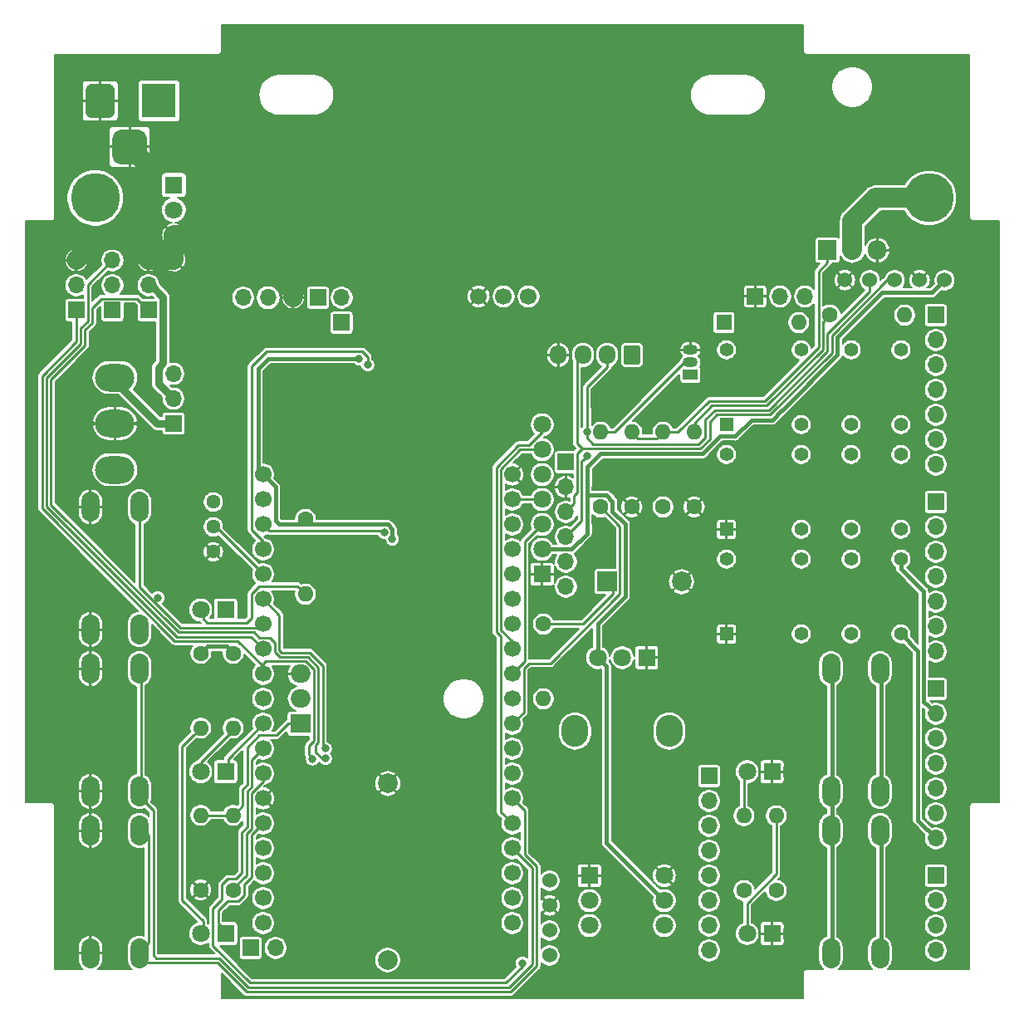
<source format=gbr>
G04 #@! TF.GenerationSoftware,KiCad,Pcbnew,(5.1.5)-3*
G04 #@! TF.CreationDate,2020-06-21T14:06:44+02:00*
G04 #@! TF.ProjectId,labAThome,6c616241-5468-46f6-9d65-2e6b69636164,rev?*
G04 #@! TF.SameCoordinates,Original*
G04 #@! TF.FileFunction,Copper,L2,Bot*
G04 #@! TF.FilePolarity,Positive*
%FSLAX46Y46*%
G04 Gerber Fmt 4.6, Leading zero omitted, Abs format (unit mm)*
G04 Created by KiCad (PCBNEW (5.1.5)-3) date 2020-06-21 14:06:44*
%MOMM*%
%LPD*%
G04 APERTURE LIST*
%ADD10O,1.600000X1.600000*%
%ADD11C,1.600000*%
%ADD12O,1.700000X1.950000*%
%ADD13C,0.100000*%
%ADD14C,2.000000*%
%ADD15R,2.000000X2.000000*%
%ADD16O,4.000000X2.800000*%
%ADD17C,1.800000*%
%ADD18R,1.800000X1.800000*%
%ADD19O,2.720000X3.240000*%
%ADD20C,5.000000*%
%ADD21O,1.850000X3.048000*%
%ADD22O,1.700000X1.700000*%
%ADD23R,1.700000X1.700000*%
%ADD24O,1.905000X2.000000*%
%ADD25R,1.905000X2.000000*%
%ADD26R,3.500000X3.500000*%
%ADD27C,1.440000*%
%ADD28O,2.000000X1.905000*%
%ADD29R,2.000000X1.905000*%
%ADD30C,1.700000*%
%ADD31C,1.524000*%
%ADD32C,1.400000*%
%ADD33R,1.400000X1.400000*%
%ADD34R,1.500000X1.050000*%
%ADD35O,1.500000X1.050000*%
%ADD36R,1.600000X1.600000*%
%ADD37C,0.800000*%
%ADD38C,2.000000*%
%ADD39C,0.250000*%
%ADD40C,0.400000*%
%ADD41C,0.800000*%
%ADD42C,0.210000*%
G04 APERTURE END LIST*
D10*
X95377000Y-71882000D03*
D11*
X95377000Y-79502000D03*
D12*
X84702000Y-64008000D03*
X87202000Y-64008000D03*
X89702000Y-64008000D03*
G04 #@! TA.AperFunction,ComponentPad*
D13*
G36*
X92826504Y-63034204D02*
G01*
X92850773Y-63037804D01*
X92874571Y-63043765D01*
X92897671Y-63052030D01*
X92919849Y-63062520D01*
X92940893Y-63075133D01*
X92960598Y-63089747D01*
X92978777Y-63106223D01*
X92995253Y-63124402D01*
X93009867Y-63144107D01*
X93022480Y-63165151D01*
X93032970Y-63187329D01*
X93041235Y-63210429D01*
X93047196Y-63234227D01*
X93050796Y-63258496D01*
X93052000Y-63283000D01*
X93052000Y-64733000D01*
X93050796Y-64757504D01*
X93047196Y-64781773D01*
X93041235Y-64805571D01*
X93032970Y-64828671D01*
X93022480Y-64850849D01*
X93009867Y-64871893D01*
X92995253Y-64891598D01*
X92978777Y-64909777D01*
X92960598Y-64926253D01*
X92940893Y-64940867D01*
X92919849Y-64953480D01*
X92897671Y-64963970D01*
X92874571Y-64972235D01*
X92850773Y-64978196D01*
X92826504Y-64981796D01*
X92802000Y-64983000D01*
X91602000Y-64983000D01*
X91577496Y-64981796D01*
X91553227Y-64978196D01*
X91529429Y-64972235D01*
X91506329Y-64963970D01*
X91484151Y-64953480D01*
X91463107Y-64940867D01*
X91443402Y-64926253D01*
X91425223Y-64909777D01*
X91408747Y-64891598D01*
X91394133Y-64871893D01*
X91381520Y-64850849D01*
X91371030Y-64828671D01*
X91362765Y-64805571D01*
X91356804Y-64781773D01*
X91353204Y-64757504D01*
X91352000Y-64733000D01*
X91352000Y-63283000D01*
X91353204Y-63258496D01*
X91356804Y-63234227D01*
X91362765Y-63210429D01*
X91371030Y-63187329D01*
X91381520Y-63165151D01*
X91394133Y-63144107D01*
X91408747Y-63124402D01*
X91425223Y-63106223D01*
X91443402Y-63089747D01*
X91463107Y-63075133D01*
X91484151Y-63062520D01*
X91506329Y-63052030D01*
X91529429Y-63043765D01*
X91553227Y-63037804D01*
X91577496Y-63034204D01*
X91602000Y-63033000D01*
X92802000Y-63033000D01*
X92826504Y-63034204D01*
G37*
G04 #@! TD.AperFunction*
D14*
X97262000Y-87122000D03*
D15*
X89662000Y-87122000D03*
D16*
X39500000Y-66300000D03*
X39500000Y-71000000D03*
X39500000Y-75700000D03*
D17*
X83058000Y-71120000D03*
X83058000Y-73660000D03*
X83058000Y-76200000D03*
X83058000Y-78740000D03*
X83058000Y-81280000D03*
X83058000Y-83820000D03*
D18*
X83058000Y-86360000D03*
D19*
X96012000Y-102362000D03*
X86412000Y-102362000D03*
D17*
X88712000Y-94862000D03*
X91212000Y-94862000D03*
D18*
X93712000Y-94862000D03*
D14*
X67310000Y-125696000D03*
X67310000Y-107696000D03*
D20*
X122500000Y-48000000D03*
X37500000Y-48000000D03*
D21*
X112500000Y-112500000D03*
X117500000Y-112500000D03*
X112500000Y-125000000D03*
X117500000Y-125000000D03*
X112500000Y-96000000D03*
X117500000Y-96000000D03*
X112500000Y-108500000D03*
X117500000Y-108500000D03*
X37000000Y-112500000D03*
X42000000Y-112500000D03*
X37000000Y-125000000D03*
X42000000Y-125000000D03*
X37000000Y-79500000D03*
X42000000Y-79500000D03*
X37000000Y-92000000D03*
X42000000Y-92000000D03*
X37000000Y-96000000D03*
X42000000Y-96000000D03*
X37000000Y-108500000D03*
X42000000Y-108500000D03*
D17*
X45500000Y-54310000D03*
X45500000Y-51770000D03*
X45500000Y-49230000D03*
D18*
X45500000Y-46690000D03*
D10*
X58928000Y-88392000D03*
D11*
X58928000Y-80772000D03*
D17*
X48250000Y-106500000D03*
D18*
X50790000Y-106500000D03*
D10*
X51558000Y-110930000D03*
D11*
X51558000Y-118550000D03*
D10*
X48256000Y-110930000D03*
D11*
X48256000Y-118550000D03*
D10*
X106934000Y-110974000D03*
D11*
X106934000Y-118594000D03*
D10*
X103632000Y-110974000D03*
D11*
X103632000Y-118594000D03*
D10*
X89027000Y-71882000D03*
D11*
X89027000Y-79502000D03*
D10*
X92202000Y-71882000D03*
D11*
X92202000Y-79502000D03*
D10*
X83185000Y-99060000D03*
D11*
X83185000Y-91440000D03*
D10*
X51558000Y-102040000D03*
D11*
X51558000Y-94420000D03*
D10*
X48256000Y-102040000D03*
D11*
X48256000Y-94420000D03*
D10*
X98552000Y-71882000D03*
D11*
X98552000Y-79502000D03*
D10*
X120015000Y-59944000D03*
D11*
X112395000Y-59944000D03*
D22*
X109855000Y-58039000D03*
X107315000Y-58039000D03*
D23*
X104775000Y-58039000D03*
D24*
X117221000Y-53340000D03*
X114681000Y-53340000D03*
D25*
X112141000Y-53340000D03*
G04 #@! TA.AperFunction,ComponentPad*
D13*
G36*
X41960765Y-41054213D02*
G01*
X42045704Y-41066813D01*
X42128999Y-41087677D01*
X42209848Y-41116605D01*
X42287472Y-41153319D01*
X42361124Y-41197464D01*
X42430094Y-41248616D01*
X42493718Y-41306282D01*
X42551384Y-41369906D01*
X42602536Y-41438876D01*
X42646681Y-41512528D01*
X42683395Y-41590152D01*
X42712323Y-41671001D01*
X42733187Y-41754296D01*
X42745787Y-41839235D01*
X42750000Y-41925000D01*
X42750000Y-43675000D01*
X42745787Y-43760765D01*
X42733187Y-43845704D01*
X42712323Y-43928999D01*
X42683395Y-44009848D01*
X42646681Y-44087472D01*
X42602536Y-44161124D01*
X42551384Y-44230094D01*
X42493718Y-44293718D01*
X42430094Y-44351384D01*
X42361124Y-44402536D01*
X42287472Y-44446681D01*
X42209848Y-44483395D01*
X42128999Y-44512323D01*
X42045704Y-44533187D01*
X41960765Y-44545787D01*
X41875000Y-44550000D01*
X40125000Y-44550000D01*
X40039235Y-44545787D01*
X39954296Y-44533187D01*
X39871001Y-44512323D01*
X39790152Y-44483395D01*
X39712528Y-44446681D01*
X39638876Y-44402536D01*
X39569906Y-44351384D01*
X39506282Y-44293718D01*
X39448616Y-44230094D01*
X39397464Y-44161124D01*
X39353319Y-44087472D01*
X39316605Y-44009848D01*
X39287677Y-43928999D01*
X39266813Y-43845704D01*
X39254213Y-43760765D01*
X39250000Y-43675000D01*
X39250000Y-41925000D01*
X39254213Y-41839235D01*
X39266813Y-41754296D01*
X39287677Y-41671001D01*
X39316605Y-41590152D01*
X39353319Y-41512528D01*
X39397464Y-41438876D01*
X39448616Y-41369906D01*
X39506282Y-41306282D01*
X39569906Y-41248616D01*
X39638876Y-41197464D01*
X39712528Y-41153319D01*
X39790152Y-41116605D01*
X39871001Y-41087677D01*
X39954296Y-41066813D01*
X40039235Y-41054213D01*
X40125000Y-41050000D01*
X41875000Y-41050000D01*
X41960765Y-41054213D01*
G37*
G04 #@! TD.AperFunction*
G04 #@! TA.AperFunction,ComponentPad*
G36*
X38823513Y-36353611D02*
G01*
X38896318Y-36364411D01*
X38967714Y-36382295D01*
X39037013Y-36407090D01*
X39103548Y-36438559D01*
X39166678Y-36476398D01*
X39225795Y-36520242D01*
X39280330Y-36569670D01*
X39329758Y-36624205D01*
X39373602Y-36683322D01*
X39411441Y-36746452D01*
X39442910Y-36812987D01*
X39467705Y-36882286D01*
X39485589Y-36953682D01*
X39496389Y-37026487D01*
X39500000Y-37100000D01*
X39500000Y-39100000D01*
X39496389Y-39173513D01*
X39485589Y-39246318D01*
X39467705Y-39317714D01*
X39442910Y-39387013D01*
X39411441Y-39453548D01*
X39373602Y-39516678D01*
X39329758Y-39575795D01*
X39280330Y-39630330D01*
X39225795Y-39679758D01*
X39166678Y-39723602D01*
X39103548Y-39761441D01*
X39037013Y-39792910D01*
X38967714Y-39817705D01*
X38896318Y-39835589D01*
X38823513Y-39846389D01*
X38750000Y-39850000D01*
X37250000Y-39850000D01*
X37176487Y-39846389D01*
X37103682Y-39835589D01*
X37032286Y-39817705D01*
X36962987Y-39792910D01*
X36896452Y-39761441D01*
X36833322Y-39723602D01*
X36774205Y-39679758D01*
X36719670Y-39630330D01*
X36670242Y-39575795D01*
X36626398Y-39516678D01*
X36588559Y-39453548D01*
X36557090Y-39387013D01*
X36532295Y-39317714D01*
X36514411Y-39246318D01*
X36503611Y-39173513D01*
X36500000Y-39100000D01*
X36500000Y-37100000D01*
X36503611Y-37026487D01*
X36514411Y-36953682D01*
X36532295Y-36882286D01*
X36557090Y-36812987D01*
X36588559Y-36746452D01*
X36626398Y-36683322D01*
X36670242Y-36624205D01*
X36719670Y-36569670D01*
X36774205Y-36520242D01*
X36833322Y-36476398D01*
X36896452Y-36438559D01*
X36962987Y-36407090D01*
X37032286Y-36382295D01*
X37103682Y-36364411D01*
X37176487Y-36353611D01*
X37250000Y-36350000D01*
X38750000Y-36350000D01*
X38823513Y-36353611D01*
G37*
G04 #@! TD.AperFunction*
D26*
X44000000Y-38100000D03*
D22*
X45466000Y-65913000D03*
X45466000Y-68453000D03*
D23*
X45466000Y-70993000D03*
D27*
X49530000Y-84074000D03*
X49530000Y-81534000D03*
X49530000Y-78994000D03*
D17*
X48250000Y-123000000D03*
D18*
X50790000Y-123000000D03*
D28*
X58397000Y-96520000D03*
X58397000Y-99060000D03*
D29*
X58397000Y-101600000D03*
D22*
X55880000Y-124460000D03*
D23*
X53340000Y-124460000D03*
D17*
X95504000Y-117094000D03*
X95504000Y-119634000D03*
X95504000Y-122174000D03*
X87884000Y-122174000D03*
X87884000Y-119634000D03*
D18*
X87884000Y-117094000D03*
D30*
X80010000Y-76200000D03*
X80010000Y-78740000D03*
X80010000Y-81280000D03*
X80010000Y-83820000D03*
X80010000Y-86360000D03*
X80010000Y-88900000D03*
X80010000Y-91440000D03*
X80010000Y-93980000D03*
X80010000Y-96520000D03*
X80010000Y-99060000D03*
X80010000Y-101600000D03*
X80010000Y-104140000D03*
X80010000Y-106680000D03*
X80010000Y-109220000D03*
X80010000Y-111760000D03*
X80010000Y-114300000D03*
X80010000Y-116840000D03*
X80010000Y-119380000D03*
X80010000Y-121920000D03*
X54610000Y-121920000D03*
X54610000Y-119380000D03*
X54610000Y-116840000D03*
X54610000Y-114300000D03*
X54610000Y-111760000D03*
X54610000Y-109220000D03*
X54610000Y-106680000D03*
X54610000Y-104140000D03*
X54610000Y-101600000D03*
X54610000Y-99060000D03*
X54610000Y-96520000D03*
X54610000Y-93980000D03*
X54610000Y-91440000D03*
X54610000Y-88900000D03*
X54610000Y-86360000D03*
X54610000Y-83820000D03*
X54610000Y-81280000D03*
X54610000Y-78740000D03*
X54610000Y-76200000D03*
D31*
X83820000Y-117602000D03*
X83820000Y-120142000D03*
X83820000Y-122682000D03*
X83820000Y-125222000D03*
D22*
X100076000Y-124714000D03*
X100076000Y-122174000D03*
X100076000Y-119634000D03*
X100076000Y-117094000D03*
X100076000Y-114554000D03*
X100076000Y-112014000D03*
X100076000Y-109474000D03*
D23*
X100076000Y-106934000D03*
D32*
X109474000Y-63500000D03*
X119644000Y-63490000D03*
X114564000Y-63490000D03*
X109474000Y-71120000D03*
X119634000Y-71120000D03*
X114544000Y-71120000D03*
X101854000Y-63500000D03*
D33*
X101854000Y-71120000D03*
D22*
X123190000Y-94234000D03*
X123190000Y-91694000D03*
X123190000Y-89154000D03*
X123190000Y-86614000D03*
X123190000Y-84074000D03*
X123190000Y-81534000D03*
D23*
X123190000Y-78994000D03*
D34*
X98171000Y-66040000D03*
D35*
X98171000Y-63500000D03*
X98171000Y-64770000D03*
D31*
X113919000Y-56388000D03*
X116459000Y-56388000D03*
X118999000Y-56388000D03*
X121539000Y-56388000D03*
X124079000Y-56388000D03*
D22*
X62611000Y-58166000D03*
D23*
X62611000Y-60706000D03*
D22*
X42926000Y-54356000D03*
X42926000Y-56896000D03*
D23*
X42926000Y-59436000D03*
D22*
X85471000Y-87630000D03*
X85471000Y-85090000D03*
X85471000Y-82550000D03*
X85471000Y-80010000D03*
X85471000Y-77470000D03*
D23*
X85471000Y-74930000D03*
D22*
X52578000Y-58166000D03*
X55118000Y-58166000D03*
X57658000Y-58166000D03*
D23*
X60198000Y-58166000D03*
D30*
X76581000Y-58039000D03*
X79121000Y-58039000D03*
X81661000Y-58039000D03*
D32*
X109464000Y-74168000D03*
X119634000Y-74158000D03*
X114554000Y-74158000D03*
X109464000Y-81788000D03*
X119624000Y-81788000D03*
X114534000Y-81788000D03*
X101844000Y-74168000D03*
D33*
X101844000Y-81788000D03*
D32*
X109474000Y-84836000D03*
X119644000Y-84826000D03*
X114564000Y-84826000D03*
X109474000Y-92456000D03*
X119634000Y-92456000D03*
X114544000Y-92456000D03*
X101854000Y-84836000D03*
D33*
X101854000Y-92456000D03*
D22*
X39243000Y-54356000D03*
X39243000Y-56896000D03*
D23*
X39243000Y-59436000D03*
D22*
X123190000Y-75184000D03*
X123190000Y-72644000D03*
X123190000Y-70104000D03*
X123190000Y-67564000D03*
X123190000Y-65024000D03*
X123190000Y-62484000D03*
D23*
X123190000Y-59944000D03*
D22*
X123190000Y-113284000D03*
X123190000Y-110744000D03*
X123190000Y-108204000D03*
X123190000Y-105664000D03*
X123190000Y-103124000D03*
X123190000Y-100584000D03*
D23*
X123190000Y-98044000D03*
D22*
X123190000Y-124714000D03*
X123190000Y-122174000D03*
X123190000Y-119634000D03*
D23*
X123190000Y-117094000D03*
D22*
X35560000Y-54356000D03*
X35560000Y-56896000D03*
D23*
X35560000Y-59436000D03*
D10*
X109220000Y-60706000D03*
D36*
X101600000Y-60706000D03*
D17*
X103960000Y-123000000D03*
D18*
X106500000Y-123000000D03*
D17*
X103960000Y-106500000D03*
D18*
X106500000Y-106500000D03*
D17*
X48250000Y-90000000D03*
D18*
X50790000Y-90000000D03*
D37*
X81534000Y-81661000D03*
X87630000Y-128270000D03*
X91440000Y-128270000D03*
X95250000Y-128270000D03*
X99060000Y-128270000D03*
X102870000Y-128270000D03*
X106680000Y-128270000D03*
X87626997Y-71882000D03*
X87630000Y-74295000D03*
X67785425Y-82767000D03*
X64389000Y-64389000D03*
X66968001Y-82129999D03*
X81037622Y-125995622D03*
X43878500Y-88773000D03*
X65278000Y-65024000D03*
X60959990Y-104140000D03*
X60960000Y-105156000D03*
X59656835Y-105189159D03*
D38*
X46772792Y-51770000D02*
X45500000Y-51770000D01*
X52464081Y-51770000D02*
X46772792Y-51770000D01*
X57658000Y-56963919D02*
X52464081Y-51770000D01*
X57658000Y-58166000D02*
X57658000Y-56963919D01*
X45500000Y-54310000D02*
X45500000Y-51770000D01*
X42972000Y-54310000D02*
X42926000Y-54356000D01*
X45500000Y-54310000D02*
X42972000Y-54310000D01*
X36409999Y-53506001D02*
X35560000Y-54356000D01*
X37610001Y-52305999D02*
X36409999Y-53506001D01*
X40875999Y-52305999D02*
X37610001Y-52305999D01*
X42926000Y-54356000D02*
X40875999Y-52305999D01*
X42926000Y-44726000D02*
X41000000Y-42800000D01*
X42926000Y-54356000D02*
X42926000Y-44726000D01*
D39*
X58128001Y-87592001D02*
X58928000Y-88392000D01*
X54178997Y-87592001D02*
X58128001Y-87592001D01*
X53434999Y-88335999D02*
X54178997Y-87592001D01*
X48510000Y-90928000D02*
X48895000Y-91313000D01*
X48510000Y-90000000D02*
X48510000Y-90928000D01*
X48895000Y-91313000D02*
X52959000Y-91313000D01*
X52959000Y-91313000D02*
X53434999Y-90837001D01*
X53434999Y-90837001D02*
X53434999Y-88335999D01*
X47456001Y-102839999D02*
X48256000Y-102040000D01*
X46355000Y-103941000D02*
X47456001Y-102839999D01*
X46355000Y-119572208D02*
X46355000Y-103941000D01*
X48510000Y-123000000D02*
X48510000Y-121727208D01*
X48510000Y-121727208D02*
X46355000Y-119572208D01*
X53760001Y-112609999D02*
X54610000Y-111760000D01*
X51017999Y-119675001D02*
X52098001Y-119675001D01*
X51015499Y-119672501D02*
X51017999Y-119675001D01*
X53434999Y-112935001D02*
X53760001Y-112609999D01*
X50038000Y-120650000D02*
X51015499Y-119672501D01*
X51050000Y-123000000D02*
X50038000Y-121988000D01*
X52098001Y-119675001D02*
X52683001Y-119090001D01*
X52683001Y-118009999D02*
X52680501Y-118007499D01*
X50038000Y-121988000D02*
X50038000Y-120650000D01*
X52683001Y-119090001D02*
X52683001Y-118009999D01*
X53434999Y-117253001D02*
X53434999Y-112935001D01*
X52680501Y-118007499D02*
X53434999Y-117253001D01*
X48250000Y-106250000D02*
X48500000Y-106500000D01*
X48250000Y-105547000D02*
X48250000Y-106250000D01*
X51558000Y-102040000D02*
X51558000Y-102239000D01*
X51558000Y-102239000D02*
X48250000Y-105547000D01*
X51040000Y-105170000D02*
X51040000Y-106500000D01*
X54610000Y-101600000D02*
X51040000Y-105170000D01*
X103632000Y-106828000D02*
X103960000Y-106500000D01*
X103632000Y-110974000D02*
X103632000Y-106828000D01*
X106934000Y-112105370D02*
X106934000Y-110974000D01*
X106934000Y-116928998D02*
X106934000Y-112105370D01*
X103960000Y-119902998D02*
X106934000Y-116928998D01*
X103960000Y-123000000D02*
X103960000Y-119902998D01*
D40*
X112602000Y-124768000D02*
X112602000Y-112268000D01*
X112602000Y-112268000D02*
X112602000Y-108458000D01*
X112602000Y-106534000D02*
X112602000Y-95958000D01*
X112602000Y-108458000D02*
X112602000Y-106534000D01*
D41*
X43180000Y-56896000D02*
X42926000Y-56896000D01*
X43942000Y-66929000D02*
X43942000Y-65290998D01*
X45466000Y-68453000D02*
X43942000Y-66929000D01*
X43942000Y-65290998D02*
X44376001Y-64856997D01*
X44376001Y-64856997D02*
X44376001Y-58092001D01*
X44376001Y-58092001D02*
X43180000Y-56896000D01*
D39*
X89702000Y-65233000D02*
X87652010Y-67282990D01*
X89702000Y-64008000D02*
X89702000Y-65233000D01*
X87626997Y-67313003D02*
X87630000Y-67310000D01*
X87626997Y-71882000D02*
X87626997Y-67313003D01*
X87652010Y-67282990D02*
X87630000Y-67310000D01*
X87630000Y-67310000D02*
X87652010Y-71501000D01*
X116459000Y-57529590D02*
X112152022Y-61836568D01*
X112152022Y-63614570D02*
X106159570Y-69607022D01*
X99694999Y-70612000D02*
X99694999Y-72404003D01*
X116459000Y-56388000D02*
X116459000Y-57529590D01*
X100699977Y-69607022D02*
X99694999Y-70612000D01*
X87626997Y-72447685D02*
X87626997Y-71882000D01*
X88262302Y-73082990D02*
X87626997Y-72447685D01*
X99016012Y-73082990D02*
X88262302Y-73082990D01*
X106159570Y-69607022D02*
X100699977Y-69607022D01*
X112152022Y-61836568D02*
X112152022Y-63614570D01*
X99694999Y-72404003D02*
X99016012Y-73082990D01*
X85471000Y-82550000D02*
X87096012Y-80924988D01*
X87096012Y-74828988D02*
X87230001Y-74694999D01*
X87096012Y-80924988D02*
X87096012Y-74828988D01*
X87230001Y-74694999D02*
X87630000Y-74295000D01*
X88772998Y-73533000D02*
X87122000Y-73533000D01*
X100145010Y-70798400D02*
X100848411Y-70094999D01*
X100145010Y-72590402D02*
X100145010Y-70798400D01*
X100848411Y-70094999D02*
X106308001Y-70094999D01*
X118237000Y-56388000D02*
X118999000Y-56388000D01*
X106308001Y-70094999D02*
X112631989Y-63771011D01*
X112631989Y-63771011D02*
X112631989Y-61993011D01*
X99202413Y-73532999D02*
X100145010Y-72590402D01*
X88772998Y-73533000D02*
X99202413Y-73532999D01*
X112631989Y-61993011D02*
X118237000Y-56388000D01*
X86646001Y-74008999D02*
X87122000Y-73533000D01*
X86320999Y-78359003D02*
X86646001Y-78034001D01*
X85471000Y-80010000D02*
X86320999Y-79160001D01*
X86646001Y-78034001D02*
X86646001Y-74008999D01*
X86320999Y-79160001D02*
X86320999Y-78359003D01*
X86614000Y-64596000D02*
X87202000Y-64008000D01*
X87122000Y-73533000D02*
X86614000Y-73025000D01*
X86614000Y-73025000D02*
X86614000Y-64596000D01*
D40*
X55880000Y-77470000D02*
X54610000Y-76200000D01*
X67785425Y-81763421D02*
X67302004Y-81280000D01*
X55880000Y-80899000D02*
X55880000Y-77470000D01*
X67785425Y-82767000D02*
X67785425Y-81763421D01*
X56261000Y-81280000D02*
X55880000Y-80899000D01*
X54102000Y-65405000D02*
X55118000Y-64389000D01*
X55118000Y-64389000D02*
X64389000Y-64389000D01*
X54610000Y-76200000D02*
X54102000Y-75692000D01*
X54102000Y-75692000D02*
X54102000Y-65405000D01*
X67302004Y-81280000D02*
X60452000Y-81280000D01*
X60452000Y-81280000D02*
X58674000Y-81280000D01*
X51558000Y-94420000D02*
X50864000Y-93726000D01*
X48950000Y-93726000D02*
X48256000Y-94420000D01*
X50864000Y-93726000D02*
X48950000Y-93726000D01*
X57277000Y-81280000D02*
X56261000Y-81280000D01*
X60452000Y-81280000D02*
X57277000Y-81280000D01*
D39*
X58420000Y-81280000D02*
X58928000Y-80772000D01*
X57277000Y-81280000D02*
X58420000Y-81280000D01*
D40*
X89611999Y-113741999D02*
X94604001Y-118734001D01*
X94604001Y-118734001D02*
X95504000Y-119634000D01*
X89611999Y-95761999D02*
X89611999Y-113741999D01*
X88712000Y-94862000D02*
X89611999Y-95761999D01*
X84330792Y-83820000D02*
X83058000Y-83820000D01*
X87647010Y-82223992D02*
X86051002Y-83820000D01*
X86051002Y-83820000D02*
X84330792Y-83820000D01*
X90227001Y-78925999D02*
X89603001Y-78301999D01*
X89603001Y-78301999D02*
X87699999Y-78301999D01*
X91512011Y-81244535D02*
X90227001Y-79959525D01*
X87630000Y-78232000D02*
X87647010Y-82223992D01*
X87699999Y-78301999D02*
X87630000Y-78232000D01*
X88712000Y-91399478D02*
X91512011Y-88599467D01*
X90227001Y-79959525D02*
X90227001Y-78925999D01*
X88712000Y-94862000D02*
X88712000Y-91399478D01*
X91512011Y-88599467D02*
X91512011Y-81244535D01*
X87647010Y-77071990D02*
X87630000Y-78232000D01*
X87647010Y-75420990D02*
X87647010Y-77071990D01*
X99419878Y-74058008D02*
X89009992Y-74058008D01*
X113157000Y-62230000D02*
X113157000Y-64008000D01*
X113157000Y-64008000D02*
X107505500Y-69659500D01*
X107485976Y-69659500D02*
X106525467Y-70620009D01*
X106525467Y-70620009D02*
X104385991Y-70620009D01*
X101214886Y-72263000D02*
X99419878Y-74058008D01*
X117729000Y-57658000D02*
X113157000Y-62230000D01*
X122809000Y-57658000D02*
X117729000Y-57658000D01*
X89009992Y-74058008D02*
X87647010Y-75420990D01*
X102743000Y-72263000D02*
X101214886Y-72263000D01*
X107505500Y-69659500D02*
X107485976Y-69659500D01*
X124079000Y-56388000D02*
X122809000Y-57658000D01*
X104385991Y-70620009D02*
X102743000Y-72263000D01*
X117602000Y-124768000D02*
X117602000Y-112268000D01*
X117602000Y-97882000D02*
X117602000Y-108458000D01*
X117602000Y-95958000D02*
X117602000Y-97882000D01*
X119634000Y-92456000D02*
X121339989Y-94161989D01*
X121339989Y-111433989D02*
X123190000Y-113284000D01*
X121339989Y-94161989D02*
X121339989Y-111433989D01*
X122340001Y-99734001D02*
X123190000Y-100584000D01*
X121939999Y-99333999D02*
X122340001Y-99734001D01*
X121939999Y-88111948D02*
X121939999Y-99333999D01*
X119644000Y-85815949D02*
X121939999Y-88111948D01*
X119644000Y-84826000D02*
X119644000Y-85815949D01*
D39*
X66753002Y-81915000D02*
X66968001Y-82129999D01*
X54610000Y-81280000D02*
X55245000Y-81915000D01*
X55245000Y-81915000D02*
X66753002Y-81915000D01*
X111702011Y-60636989D02*
X112395000Y-59944000D01*
X105973170Y-69157011D02*
X111702011Y-63428170D01*
X98552000Y-71882000D02*
X98552000Y-70993000D01*
X98552000Y-70993000D02*
X100387989Y-69157011D01*
X100387989Y-69157011D02*
X105973170Y-69157011D01*
X111702011Y-63428170D02*
X111702011Y-60636989D01*
X36735001Y-56863999D02*
X39243000Y-54356000D01*
X36735001Y-60546001D02*
X36735001Y-56863999D01*
X36010010Y-61270992D02*
X36735001Y-60546001D01*
X53351022Y-92721022D02*
X45791700Y-92721022D01*
X45791700Y-92721022D02*
X32517509Y-79446831D01*
X36010010Y-62840398D02*
X36010010Y-61270992D01*
X54610000Y-93980000D02*
X53351022Y-92721022D01*
X32517509Y-79446831D02*
X32517510Y-66332900D01*
X32517510Y-66332900D02*
X36010010Y-62840398D01*
X112141000Y-54590000D02*
X112141000Y-53340000D01*
X111252000Y-55479000D02*
X112141000Y-54590000D01*
X96901000Y-71882000D02*
X100076000Y-68707000D01*
X105786770Y-68707000D02*
X111252000Y-63241770D01*
X100076000Y-68707000D02*
X105786770Y-68707000D01*
X95377000Y-71882000D02*
X96901000Y-71882000D01*
X111252000Y-63241770D02*
X111252000Y-55479000D01*
X94742000Y-72517000D02*
X95377000Y-71882000D01*
X92202000Y-71882000D02*
X92837000Y-72517000D01*
X92837000Y-72517000D02*
X94742000Y-72517000D01*
X48256000Y-110930000D02*
X51481971Y-110930000D01*
X57147000Y-101600000D02*
X58397000Y-101600000D01*
X55971999Y-102775001D02*
X57147000Y-101600000D01*
X54196999Y-102775001D02*
X55971999Y-102775001D01*
X52984989Y-103987011D02*
X54196999Y-102775001D01*
X52534977Y-109953023D02*
X52534977Y-108283199D01*
X51558000Y-110930000D02*
X52534977Y-109953023D01*
X52534977Y-108283199D02*
X52984989Y-107833188D01*
X52984989Y-107833188D02*
X52984989Y-103987011D01*
X53760001Y-104989999D02*
X54610000Y-104140000D01*
X53435000Y-108019588D02*
X53435000Y-105315000D01*
X52984988Y-108469599D02*
X53435000Y-108019588D01*
X52984988Y-112112191D02*
X52984988Y-108469599D01*
X52451000Y-112646179D02*
X52984988Y-112112191D01*
X49500000Y-124250000D02*
X49500000Y-120426000D01*
X53266000Y-128016000D02*
X49500000Y-124250000D01*
X49500000Y-120426000D02*
X50432999Y-119493001D01*
X81037622Y-125995622D02*
X81037622Y-126365000D01*
X50432999Y-119493001D02*
X50432999Y-118009999D01*
X51864591Y-117424999D02*
X52451000Y-116838590D01*
X81037622Y-126365000D02*
X79386622Y-128016000D01*
X79386622Y-128016000D02*
X53266000Y-128016000D01*
X52451000Y-116838590D02*
X52451000Y-112646179D01*
X53435000Y-105315000D02*
X53760001Y-104989999D01*
X50432999Y-118009999D02*
X51017999Y-117424999D01*
X51017999Y-117424999D02*
X51864591Y-117424999D01*
X54610000Y-107480998D02*
X53434999Y-108655999D01*
X54610000Y-106680000D02*
X54610000Y-107480998D01*
X53434999Y-108655999D02*
X53434999Y-112298592D01*
X51435000Y-118427000D02*
X51558000Y-118550000D01*
X51499000Y-118427000D02*
X51435000Y-118427000D01*
X53434999Y-112298592D02*
X52901011Y-112832579D01*
X52901011Y-117024989D02*
X51499000Y-118427000D01*
X52901011Y-112832579D02*
X52901011Y-117024989D01*
X54610000Y-91440000D02*
X54229000Y-91821000D01*
X54229000Y-91821000D02*
X46164500Y-91821000D01*
X43434000Y-89090500D02*
X43561000Y-89090500D01*
X43561000Y-89090500D02*
X43878500Y-88773000D01*
X46164500Y-91821000D02*
X43434000Y-89090500D01*
X42000000Y-87656500D02*
X42000000Y-79500000D01*
X43434000Y-89090500D02*
X42000000Y-87656500D01*
X81280000Y-110490000D02*
X80859999Y-110069999D01*
X82492011Y-126298811D02*
X82492011Y-116145600D01*
X42164000Y-124714000D02*
X42164000Y-125313000D01*
X80859999Y-110069999D02*
X80010000Y-109220000D01*
X79874800Y-128916022D02*
X82492011Y-126298811D01*
X82492011Y-116145600D02*
X81280000Y-114933589D01*
X52893200Y-128916022D02*
X79874800Y-128916022D01*
X42164000Y-125313000D02*
X42835000Y-125984000D01*
X42926000Y-112976000D02*
X42926000Y-123952000D01*
X49961180Y-125984000D02*
X52893200Y-128916022D01*
X81280000Y-114933589D02*
X81280000Y-110490000D01*
X42926000Y-123952000D02*
X42164000Y-124714000D01*
X42835000Y-125984000D02*
X49961180Y-125984000D01*
X42164000Y-112214000D02*
X42926000Y-112976000D01*
X42164000Y-106684000D02*
X42164000Y-95958000D01*
X42164000Y-108458000D02*
X42164000Y-106684000D01*
X43434000Y-111887000D02*
X43434000Y-110744000D01*
X43434000Y-110490000D02*
X43434000Y-111887000D01*
X42164000Y-108458000D02*
X42164000Y-109220000D01*
X42164000Y-109220000D02*
X43434000Y-110490000D01*
X53079600Y-128466011D02*
X79688400Y-128466011D01*
X82042000Y-116332000D02*
X80859999Y-115149999D01*
X82042000Y-126112411D02*
X82042000Y-116332000D01*
X80859999Y-115149999D02*
X80010000Y-114300000D01*
X50147579Y-125533989D02*
X53079600Y-128466011D01*
X43745989Y-125533989D02*
X50147579Y-125533989D01*
X43434000Y-125222000D02*
X43745989Y-125533989D01*
X79688400Y-128466011D02*
X82042000Y-126112411D01*
X43434000Y-111887000D02*
X43434000Y-125222000D01*
X65278000Y-64458315D02*
X65278000Y-65024000D01*
X64737002Y-63663998D02*
X65278000Y-64204996D01*
X54610000Y-83019002D02*
X53435000Y-81844002D01*
X54610000Y-83820000D02*
X54610000Y-83019002D01*
X53435000Y-81844002D02*
X53435000Y-65183000D01*
X65278000Y-64204996D02*
X65278000Y-64458315D01*
X53435000Y-65183000D02*
X54954002Y-63663998D01*
X54954002Y-63663998D02*
X64737002Y-63663998D01*
X56235010Y-93126598D02*
X56235010Y-90525010D01*
X56497881Y-94342471D02*
X56235011Y-94079601D01*
X56235010Y-90525010D02*
X54610000Y-88900000D01*
X60959990Y-104139990D02*
X60705999Y-103885999D01*
X60959990Y-104140000D02*
X60959990Y-104139990D01*
X56235011Y-94079601D02*
X56235010Y-93126598D01*
X60705999Y-103885999D02*
X60705999Y-95702008D01*
X60705999Y-95702008D02*
X59346462Y-94342471D01*
X59346462Y-94342471D02*
X56497881Y-94342471D01*
X89027000Y-71882000D02*
X90468998Y-71882000D01*
X97580998Y-64770000D02*
X98171000Y-64770000D01*
X90468998Y-71882000D02*
X97580998Y-64770000D01*
X81185001Y-100424999D02*
X80010000Y-101600000D01*
X81185001Y-95981409D02*
X81185001Y-100424999D01*
X81730010Y-95436400D02*
X81185001Y-95981409D01*
X83932602Y-95436400D02*
X90987001Y-88382001D01*
X81730010Y-95436400D02*
X83932602Y-95436400D01*
X90987001Y-84002001D02*
X90987001Y-81462001D01*
X90987001Y-81462001D02*
X89027000Y-79502000D01*
X90987001Y-88382001D02*
X90987001Y-84002001D01*
X49784000Y-81534000D02*
X49530000Y-81534000D01*
X54610000Y-86360000D02*
X49784000Y-81534000D01*
X80010000Y-78740000D02*
X83058000Y-78740000D01*
X83058000Y-73660000D02*
X80810997Y-73660001D01*
X78834999Y-92041588D02*
X80010000Y-93216589D01*
X78834999Y-75635999D02*
X78834999Y-92041588D01*
X80810997Y-73660001D02*
X78834999Y-75635999D01*
X80010000Y-93216589D02*
X80010000Y-93980000D01*
X80859999Y-95670001D02*
X80010000Y-96520000D01*
X83058000Y-81280000D02*
X81280000Y-83058000D01*
X81280000Y-95250000D02*
X80859999Y-95670001D01*
X81280000Y-83058000D02*
X81280000Y-95250000D01*
X83058000Y-71882000D02*
X83058000Y-71120000D01*
X81730010Y-73209990D02*
X83058000Y-71882000D01*
X80010000Y-111760000D02*
X78834999Y-110584999D01*
X80624598Y-73209990D02*
X81730010Y-73209990D01*
X78834999Y-110584999D02*
X78834999Y-92677999D01*
X78384990Y-92227990D02*
X78384990Y-75449598D01*
X78384990Y-75449598D02*
X80624598Y-73209990D01*
X78834999Y-92677999D02*
X78384990Y-92227990D01*
X90297000Y-88392000D02*
X90297000Y-87757000D01*
X90297000Y-87757000D02*
X89662000Y-87122000D01*
X83185000Y-91440000D02*
X87249000Y-91440000D01*
X87249000Y-91440000D02*
X90297000Y-88392000D01*
X42037000Y-58547000D02*
X42926000Y-59436000D01*
X41750999Y-58260999D02*
X42037000Y-58547000D01*
X38132999Y-58260999D02*
X41750999Y-58260999D01*
X37185011Y-59208987D02*
X38132999Y-58260999D01*
X36460020Y-61457392D02*
X37185011Y-60732401D01*
X45978100Y-92271011D02*
X32967519Y-79260430D01*
X32967519Y-66519300D02*
X36460020Y-63026798D01*
X54196999Y-92804999D02*
X53663011Y-92271011D01*
X53663011Y-92271011D02*
X45978100Y-92271011D01*
X59980998Y-103791998D02*
X60255990Y-103517006D01*
X60648996Y-105156000D02*
X59980998Y-104488002D01*
X55277001Y-92804999D02*
X54196999Y-92804999D01*
X37185011Y-60732401D02*
X37185011Y-59208987D01*
X59980998Y-104488002D02*
X59980998Y-103791998D01*
X36460020Y-63026798D02*
X36460020Y-61457392D01*
X60255990Y-103517006D02*
X60255990Y-95888409D01*
X59160062Y-94792481D02*
X56311481Y-94792481D01*
X60960000Y-105156000D02*
X60648996Y-105156000D01*
X32967519Y-79260430D02*
X32967519Y-66519300D01*
X55785001Y-93312999D02*
X55277001Y-92804999D01*
X60255990Y-95888409D02*
X59160062Y-94792481D01*
X56311481Y-94792481D02*
X55785001Y-94266001D01*
X55785001Y-94266001D02*
X55785001Y-93312999D01*
X59689994Y-105156000D02*
X59656835Y-105189159D01*
X59289995Y-103846590D02*
X59289995Y-104756001D01*
X59805979Y-103330607D02*
X59289995Y-103846590D01*
X54610000Y-95504000D02*
X54871509Y-95242491D01*
X58973662Y-95242491D02*
X59805979Y-96074808D01*
X54610000Y-96520000D02*
X54610000Y-95504000D01*
X54871509Y-95242491D02*
X58973662Y-95242491D01*
X59289995Y-104756001D02*
X59689994Y-105156000D01*
X59805979Y-96074808D02*
X59805979Y-103330607D01*
X35560000Y-62653998D02*
X35560000Y-59436000D01*
X54610000Y-95758000D02*
X52023033Y-93171033D01*
X54610000Y-96520000D02*
X54610000Y-95758000D01*
X32067498Y-66146500D02*
X35560000Y-62653998D01*
X52023033Y-93171033D02*
X45605300Y-93171033D01*
X45605300Y-93171033D02*
X32067498Y-79633231D01*
X32067498Y-79633231D02*
X32067498Y-66146500D01*
D38*
X118964467Y-48000000D02*
X122500000Y-48000000D01*
X114681000Y-50340000D02*
X117021000Y-48000000D01*
X117021000Y-48000000D02*
X118964467Y-48000000D01*
X114681000Y-53340000D02*
X114681000Y-50340000D01*
D41*
X43816000Y-70993000D02*
X39500000Y-66677000D01*
X39500000Y-66677000D02*
X39500000Y-66300000D01*
X45466000Y-70993000D02*
X43816000Y-70993000D01*
D42*
G36*
X109620001Y-32981329D02*
G01*
X109618162Y-33000000D01*
X109625499Y-33074493D01*
X109647228Y-33146123D01*
X109682513Y-33212138D01*
X109730000Y-33270000D01*
X109787862Y-33317487D01*
X109853877Y-33352772D01*
X109925507Y-33374501D01*
X109981339Y-33380000D01*
X110000000Y-33381838D01*
X110018661Y-33380000D01*
X126620000Y-33380000D01*
X126620001Y-49981329D01*
X126618162Y-50000000D01*
X126625499Y-50074493D01*
X126647228Y-50146123D01*
X126682513Y-50212138D01*
X126730000Y-50270000D01*
X126787862Y-50317487D01*
X126853877Y-50352772D01*
X126925507Y-50374501D01*
X126981339Y-50380000D01*
X127000000Y-50381838D01*
X127018661Y-50380000D01*
X129620000Y-50380000D01*
X129620001Y-109620000D01*
X127018661Y-109620000D01*
X127000000Y-109618162D01*
X126925507Y-109625499D01*
X126853877Y-109647228D01*
X126787862Y-109682513D01*
X126730000Y-109730000D01*
X126682513Y-109787862D01*
X126647228Y-109853877D01*
X126625499Y-109925507D01*
X126618162Y-110000000D01*
X126620000Y-110018660D01*
X126620001Y-126620000D01*
X118273583Y-126620000D01*
X118409476Y-126508476D01*
X118569430Y-126313571D01*
X118688287Y-126091205D01*
X118761479Y-125849924D01*
X118780000Y-125661878D01*
X118780000Y-124595318D01*
X121985000Y-124595318D01*
X121985000Y-124832682D01*
X122031308Y-125065485D01*
X122122143Y-125284781D01*
X122254016Y-125482142D01*
X122421858Y-125649984D01*
X122619219Y-125781857D01*
X122838515Y-125872692D01*
X123071318Y-125919000D01*
X123308682Y-125919000D01*
X123541485Y-125872692D01*
X123760781Y-125781857D01*
X123958142Y-125649984D01*
X124125984Y-125482142D01*
X124257857Y-125284781D01*
X124348692Y-125065485D01*
X124395000Y-124832682D01*
X124395000Y-124595318D01*
X124348692Y-124362515D01*
X124257857Y-124143219D01*
X124125984Y-123945858D01*
X123958142Y-123778016D01*
X123760781Y-123646143D01*
X123541485Y-123555308D01*
X123308682Y-123509000D01*
X123071318Y-123509000D01*
X122838515Y-123555308D01*
X122619219Y-123646143D01*
X122421858Y-123778016D01*
X122254016Y-123945858D01*
X122122143Y-124143219D01*
X122031308Y-124362515D01*
X121985000Y-124595318D01*
X118780000Y-124595318D01*
X118780000Y-124338122D01*
X118761479Y-124150076D01*
X118688287Y-123908795D01*
X118569430Y-123686429D01*
X118409476Y-123491524D01*
X118214571Y-123331570D01*
X118157000Y-123300798D01*
X118157000Y-122055318D01*
X121985000Y-122055318D01*
X121985000Y-122292682D01*
X122031308Y-122525485D01*
X122122143Y-122744781D01*
X122254016Y-122942142D01*
X122421858Y-123109984D01*
X122619219Y-123241857D01*
X122838515Y-123332692D01*
X123071318Y-123379000D01*
X123308682Y-123379000D01*
X123541485Y-123332692D01*
X123760781Y-123241857D01*
X123958142Y-123109984D01*
X124125984Y-122942142D01*
X124257857Y-122744781D01*
X124348692Y-122525485D01*
X124395000Y-122292682D01*
X124395000Y-122055318D01*
X124348692Y-121822515D01*
X124257857Y-121603219D01*
X124125984Y-121405858D01*
X123958142Y-121238016D01*
X123760781Y-121106143D01*
X123541485Y-121015308D01*
X123308682Y-120969000D01*
X123071318Y-120969000D01*
X122838515Y-121015308D01*
X122619219Y-121106143D01*
X122421858Y-121238016D01*
X122254016Y-121405858D01*
X122122143Y-121603219D01*
X122031308Y-121822515D01*
X121985000Y-122055318D01*
X118157000Y-122055318D01*
X118157000Y-119515318D01*
X121985000Y-119515318D01*
X121985000Y-119752682D01*
X122031308Y-119985485D01*
X122122143Y-120204781D01*
X122254016Y-120402142D01*
X122421858Y-120569984D01*
X122619219Y-120701857D01*
X122838515Y-120792692D01*
X123071318Y-120839000D01*
X123308682Y-120839000D01*
X123541485Y-120792692D01*
X123760781Y-120701857D01*
X123958142Y-120569984D01*
X124125984Y-120402142D01*
X124257857Y-120204781D01*
X124348692Y-119985485D01*
X124395000Y-119752682D01*
X124395000Y-119515318D01*
X124348692Y-119282515D01*
X124257857Y-119063219D01*
X124125984Y-118865858D01*
X123958142Y-118698016D01*
X123760781Y-118566143D01*
X123541485Y-118475308D01*
X123308682Y-118429000D01*
X123071318Y-118429000D01*
X122838515Y-118475308D01*
X122619219Y-118566143D01*
X122421858Y-118698016D01*
X122254016Y-118865858D01*
X122122143Y-119063219D01*
X122031308Y-119282515D01*
X121985000Y-119515318D01*
X118157000Y-119515318D01*
X118157000Y-116244000D01*
X121983283Y-116244000D01*
X121983283Y-117944000D01*
X121990137Y-118013592D01*
X122010436Y-118080510D01*
X122043401Y-118142181D01*
X122087763Y-118196237D01*
X122141819Y-118240599D01*
X122203490Y-118273564D01*
X122270408Y-118293863D01*
X122340000Y-118300717D01*
X124040000Y-118300717D01*
X124109592Y-118293863D01*
X124176510Y-118273564D01*
X124238181Y-118240599D01*
X124292237Y-118196237D01*
X124336599Y-118142181D01*
X124369564Y-118080510D01*
X124389863Y-118013592D01*
X124396717Y-117944000D01*
X124396717Y-116244000D01*
X124389863Y-116174408D01*
X124369564Y-116107490D01*
X124336599Y-116045819D01*
X124292237Y-115991763D01*
X124238181Y-115947401D01*
X124176510Y-115914436D01*
X124109592Y-115894137D01*
X124040000Y-115887283D01*
X122340000Y-115887283D01*
X122270408Y-115894137D01*
X122203490Y-115914436D01*
X122141819Y-115947401D01*
X122087763Y-115991763D01*
X122043401Y-116045819D01*
X122010436Y-116107490D01*
X121990137Y-116174408D01*
X121983283Y-116244000D01*
X118157000Y-116244000D01*
X118157000Y-114199202D01*
X118214570Y-114168430D01*
X118409476Y-114008476D01*
X118569430Y-113813571D01*
X118688287Y-113591205D01*
X118761479Y-113349924D01*
X118780000Y-113161878D01*
X118780000Y-111838122D01*
X118761479Y-111650076D01*
X118688287Y-111408795D01*
X118569430Y-111186429D01*
X118409476Y-110991524D01*
X118214571Y-110831570D01*
X117992205Y-110712713D01*
X117750924Y-110639521D01*
X117500000Y-110614807D01*
X117249077Y-110639521D01*
X117007796Y-110712713D01*
X116785430Y-110831570D01*
X116590525Y-110991524D01*
X116430571Y-111186429D01*
X116311713Y-111408795D01*
X116238521Y-111650076D01*
X116220000Y-111838122D01*
X116220000Y-113161877D01*
X116238521Y-113349923D01*
X116311713Y-113591204D01*
X116430570Y-113813570D01*
X116590524Y-114008476D01*
X116785429Y-114168430D01*
X117007795Y-114287287D01*
X117047001Y-114299180D01*
X117047000Y-123200821D01*
X117007796Y-123212713D01*
X116785430Y-123331570D01*
X116590525Y-123491524D01*
X116430571Y-123686429D01*
X116311713Y-123908795D01*
X116238521Y-124150076D01*
X116220000Y-124338122D01*
X116220000Y-125661877D01*
X116238521Y-125849923D01*
X116311713Y-126091204D01*
X116430570Y-126313570D01*
X116590524Y-126508476D01*
X116726417Y-126620000D01*
X113273583Y-126620000D01*
X113409476Y-126508476D01*
X113569430Y-126313571D01*
X113688287Y-126091205D01*
X113761479Y-125849924D01*
X113780000Y-125661878D01*
X113780000Y-124338122D01*
X113761479Y-124150076D01*
X113688287Y-123908795D01*
X113569430Y-123686429D01*
X113409476Y-123491524D01*
X113214571Y-123331570D01*
X113157000Y-123300798D01*
X113157000Y-114199202D01*
X113214570Y-114168430D01*
X113409476Y-114008476D01*
X113569430Y-113813571D01*
X113688287Y-113591205D01*
X113761479Y-113349924D01*
X113780000Y-113161878D01*
X113780000Y-111838122D01*
X113761479Y-111650076D01*
X113688287Y-111408795D01*
X113569430Y-111186429D01*
X113409476Y-110991524D01*
X113214571Y-110831570D01*
X113157000Y-110800798D01*
X113157000Y-110199202D01*
X113214570Y-110168430D01*
X113409476Y-110008476D01*
X113569430Y-109813571D01*
X113688287Y-109591205D01*
X113761479Y-109349924D01*
X113780000Y-109161878D01*
X113780000Y-107838122D01*
X113761479Y-107650076D01*
X113688287Y-107408795D01*
X113569430Y-107186429D01*
X113409476Y-106991524D01*
X113214571Y-106831570D01*
X113157000Y-106800798D01*
X113157000Y-97699202D01*
X113214570Y-97668430D01*
X113409476Y-97508476D01*
X113569430Y-97313571D01*
X113688287Y-97091205D01*
X113761479Y-96849924D01*
X113780000Y-96661878D01*
X113780000Y-95338122D01*
X116220000Y-95338122D01*
X116220000Y-96661877D01*
X116238521Y-96849923D01*
X116311713Y-97091204D01*
X116430570Y-97313570D01*
X116590524Y-97508476D01*
X116785429Y-97668430D01*
X117007795Y-97787287D01*
X117047001Y-97799180D01*
X117047001Y-97854730D01*
X117047000Y-97854740D01*
X117047001Y-106700820D01*
X117007796Y-106712713D01*
X116785430Y-106831570D01*
X116590525Y-106991524D01*
X116430571Y-107186429D01*
X116311713Y-107408795D01*
X116238521Y-107650076D01*
X116220000Y-107838122D01*
X116220000Y-109161877D01*
X116238521Y-109349923D01*
X116311713Y-109591204D01*
X116430570Y-109813570D01*
X116590524Y-110008476D01*
X116785429Y-110168430D01*
X117007795Y-110287287D01*
X117249076Y-110360479D01*
X117500000Y-110385193D01*
X117750923Y-110360479D01*
X117992204Y-110287287D01*
X118214570Y-110168430D01*
X118409476Y-110008476D01*
X118569430Y-109813571D01*
X118688287Y-109591205D01*
X118761479Y-109349924D01*
X118780000Y-109161878D01*
X118780000Y-107838122D01*
X118761479Y-107650076D01*
X118688287Y-107408795D01*
X118569430Y-107186429D01*
X118409476Y-106991524D01*
X118214571Y-106831570D01*
X118157000Y-106800798D01*
X118157000Y-97699202D01*
X118214570Y-97668430D01*
X118409476Y-97508476D01*
X118569430Y-97313571D01*
X118688287Y-97091205D01*
X118761479Y-96849924D01*
X118780000Y-96661878D01*
X118780000Y-95338122D01*
X118761479Y-95150076D01*
X118688287Y-94908795D01*
X118569430Y-94686429D01*
X118409476Y-94491524D01*
X118214571Y-94331570D01*
X117992205Y-94212713D01*
X117750924Y-94139521D01*
X117500000Y-94114807D01*
X117249077Y-94139521D01*
X117007796Y-94212713D01*
X116785430Y-94331570D01*
X116590525Y-94491524D01*
X116430571Y-94686429D01*
X116311713Y-94908795D01*
X116238521Y-95150076D01*
X116220000Y-95338122D01*
X113780000Y-95338122D01*
X113761479Y-95150076D01*
X113688287Y-94908795D01*
X113569430Y-94686429D01*
X113409476Y-94491524D01*
X113214571Y-94331570D01*
X112992205Y-94212713D01*
X112750924Y-94139521D01*
X112500000Y-94114807D01*
X112249077Y-94139521D01*
X112007796Y-94212713D01*
X111785430Y-94331570D01*
X111590525Y-94491524D01*
X111430571Y-94686429D01*
X111311713Y-94908795D01*
X111238521Y-95150076D01*
X111220000Y-95338122D01*
X111220000Y-96661877D01*
X111238521Y-96849923D01*
X111311713Y-97091204D01*
X111430570Y-97313570D01*
X111590524Y-97508476D01*
X111785429Y-97668430D01*
X112007795Y-97787287D01*
X112047001Y-97799180D01*
X112047000Y-106561260D01*
X112047001Y-106561270D01*
X112047001Y-106700820D01*
X112007796Y-106712713D01*
X111785430Y-106831570D01*
X111590525Y-106991524D01*
X111430571Y-107186429D01*
X111311713Y-107408795D01*
X111238521Y-107650076D01*
X111220000Y-107838122D01*
X111220000Y-109161877D01*
X111238521Y-109349923D01*
X111311713Y-109591204D01*
X111430570Y-109813570D01*
X111590524Y-110008476D01*
X111785429Y-110168430D01*
X112007795Y-110287287D01*
X112047001Y-110299180D01*
X112047000Y-110700820D01*
X112007796Y-110712713D01*
X111785430Y-110831570D01*
X111590525Y-110991524D01*
X111430571Y-111186429D01*
X111311713Y-111408795D01*
X111238521Y-111650076D01*
X111220000Y-111838122D01*
X111220000Y-113161877D01*
X111238521Y-113349923D01*
X111311713Y-113591204D01*
X111430570Y-113813570D01*
X111590524Y-114008476D01*
X111785429Y-114168430D01*
X112007795Y-114287287D01*
X112047001Y-114299180D01*
X112047000Y-123200821D01*
X112007796Y-123212713D01*
X111785430Y-123331570D01*
X111590525Y-123491524D01*
X111430571Y-123686429D01*
X111311713Y-123908795D01*
X111238521Y-124150076D01*
X111220000Y-124338122D01*
X111220000Y-125661877D01*
X111238521Y-125849923D01*
X111311713Y-126091204D01*
X111430570Y-126313570D01*
X111590524Y-126508476D01*
X111726417Y-126620000D01*
X110018661Y-126620000D01*
X110000000Y-126618162D01*
X109981339Y-126620000D01*
X109925507Y-126625499D01*
X109853877Y-126647228D01*
X109787862Y-126682513D01*
X109730000Y-126730000D01*
X109682513Y-126787862D01*
X109647228Y-126853877D01*
X109625499Y-126925507D01*
X109618162Y-127000000D01*
X109620000Y-127018660D01*
X109620001Y-129620000D01*
X50380000Y-129620000D01*
X50380000Y-127081643D01*
X52537121Y-129238766D01*
X52552147Y-129257075D01*
X52570455Y-129272100D01*
X52570458Y-129272103D01*
X52587418Y-129286022D01*
X52625236Y-129317058D01*
X52708623Y-129361629D01*
X52799103Y-129389076D01*
X52808092Y-129389961D01*
X52869625Y-129396022D01*
X52869632Y-129396022D01*
X52893199Y-129398343D01*
X52916766Y-129396022D01*
X79851233Y-129396022D01*
X79874800Y-129398343D01*
X79898367Y-129396022D01*
X79898375Y-129396022D01*
X79968896Y-129389076D01*
X80059377Y-129361629D01*
X80142764Y-129317058D01*
X80215853Y-129257075D01*
X80230883Y-129238761D01*
X82814755Y-126654890D01*
X82833064Y-126639864D01*
X82850875Y-126618162D01*
X82880495Y-126582069D01*
X82893047Y-126566775D01*
X82937618Y-126483388D01*
X82965065Y-126392907D01*
X82972011Y-126322386D01*
X82972011Y-126322379D01*
X82974332Y-126298812D01*
X82972011Y-126275245D01*
X82972011Y-125953688D01*
X83107954Y-126089631D01*
X83290902Y-126211873D01*
X83494183Y-126296075D01*
X83709985Y-126339000D01*
X83930015Y-126339000D01*
X84145817Y-126296075D01*
X84349098Y-126211873D01*
X84532046Y-126089631D01*
X84687631Y-125934046D01*
X84809873Y-125751098D01*
X84894075Y-125547817D01*
X84937000Y-125332015D01*
X84937000Y-125111985D01*
X84894075Y-124896183D01*
X84809873Y-124692902D01*
X84744670Y-124595318D01*
X98871000Y-124595318D01*
X98871000Y-124832682D01*
X98917308Y-125065485D01*
X99008143Y-125284781D01*
X99140016Y-125482142D01*
X99307858Y-125649984D01*
X99505219Y-125781857D01*
X99724515Y-125872692D01*
X99957318Y-125919000D01*
X100194682Y-125919000D01*
X100427485Y-125872692D01*
X100646781Y-125781857D01*
X100844142Y-125649984D01*
X101011984Y-125482142D01*
X101143857Y-125284781D01*
X101234692Y-125065485D01*
X101281000Y-124832682D01*
X101281000Y-124595318D01*
X101234692Y-124362515D01*
X101143857Y-124143219D01*
X101011984Y-123945858D01*
X100844142Y-123778016D01*
X100646781Y-123646143D01*
X100427485Y-123555308D01*
X100194682Y-123509000D01*
X99957318Y-123509000D01*
X99724515Y-123555308D01*
X99505219Y-123646143D01*
X99307858Y-123778016D01*
X99140016Y-123945858D01*
X99008143Y-124143219D01*
X98917308Y-124362515D01*
X98871000Y-124595318D01*
X84744670Y-124595318D01*
X84687631Y-124509954D01*
X84532046Y-124354369D01*
X84349098Y-124232127D01*
X84145817Y-124147925D01*
X83930015Y-124105000D01*
X83709985Y-124105000D01*
X83494183Y-124147925D01*
X83290902Y-124232127D01*
X83107954Y-124354369D01*
X82972011Y-124490312D01*
X82972011Y-123413688D01*
X83107954Y-123549631D01*
X83290902Y-123671873D01*
X83494183Y-123756075D01*
X83709985Y-123799000D01*
X83930015Y-123799000D01*
X84145817Y-123756075D01*
X84349098Y-123671873D01*
X84532046Y-123549631D01*
X84687631Y-123394046D01*
X84809873Y-123211098D01*
X84894075Y-123007817D01*
X84937000Y-122792015D01*
X84937000Y-122571985D01*
X84894075Y-122356183D01*
X84809873Y-122152902D01*
X84741379Y-122050393D01*
X86629000Y-122050393D01*
X86629000Y-122297607D01*
X86677229Y-122540070D01*
X86771834Y-122768465D01*
X86909178Y-122974016D01*
X87083984Y-123148822D01*
X87289535Y-123286166D01*
X87517930Y-123380771D01*
X87760393Y-123429000D01*
X88007607Y-123429000D01*
X88250070Y-123380771D01*
X88478465Y-123286166D01*
X88684016Y-123148822D01*
X88858822Y-122974016D01*
X88996166Y-122768465D01*
X89090771Y-122540070D01*
X89139000Y-122297607D01*
X89139000Y-122050393D01*
X94249000Y-122050393D01*
X94249000Y-122297607D01*
X94297229Y-122540070D01*
X94391834Y-122768465D01*
X94529178Y-122974016D01*
X94703984Y-123148822D01*
X94909535Y-123286166D01*
X95137930Y-123380771D01*
X95380393Y-123429000D01*
X95627607Y-123429000D01*
X95870070Y-123380771D01*
X96098465Y-123286166D01*
X96304016Y-123148822D01*
X96478822Y-122974016D01*
X96616166Y-122768465D01*
X96710771Y-122540070D01*
X96759000Y-122297607D01*
X96759000Y-122055318D01*
X98871000Y-122055318D01*
X98871000Y-122292682D01*
X98917308Y-122525485D01*
X99008143Y-122744781D01*
X99140016Y-122942142D01*
X99307858Y-123109984D01*
X99505219Y-123241857D01*
X99724515Y-123332692D01*
X99957318Y-123379000D01*
X100194682Y-123379000D01*
X100427485Y-123332692D01*
X100646781Y-123241857D01*
X100844142Y-123109984D01*
X101011984Y-122942142D01*
X101143857Y-122744781D01*
X101234692Y-122525485D01*
X101281000Y-122292682D01*
X101281000Y-122055318D01*
X101234692Y-121822515D01*
X101143857Y-121603219D01*
X101011984Y-121405858D01*
X100844142Y-121238016D01*
X100646781Y-121106143D01*
X100427485Y-121015308D01*
X100194682Y-120969000D01*
X99957318Y-120969000D01*
X99724515Y-121015308D01*
X99505219Y-121106143D01*
X99307858Y-121238016D01*
X99140016Y-121405858D01*
X99008143Y-121603219D01*
X98917308Y-121822515D01*
X98871000Y-122055318D01*
X96759000Y-122055318D01*
X96759000Y-122050393D01*
X96710771Y-121807930D01*
X96616166Y-121579535D01*
X96478822Y-121373984D01*
X96304016Y-121199178D01*
X96098465Y-121061834D01*
X95870070Y-120967229D01*
X95627607Y-120919000D01*
X95380393Y-120919000D01*
X95137930Y-120967229D01*
X94909535Y-121061834D01*
X94703984Y-121199178D01*
X94529178Y-121373984D01*
X94391834Y-121579535D01*
X94297229Y-121807930D01*
X94249000Y-122050393D01*
X89139000Y-122050393D01*
X89090771Y-121807930D01*
X88996166Y-121579535D01*
X88858822Y-121373984D01*
X88684016Y-121199178D01*
X88478465Y-121061834D01*
X88250070Y-120967229D01*
X88007607Y-120919000D01*
X87760393Y-120919000D01*
X87517930Y-120967229D01*
X87289535Y-121061834D01*
X87083984Y-121199178D01*
X86909178Y-121373984D01*
X86771834Y-121579535D01*
X86677229Y-121807930D01*
X86629000Y-122050393D01*
X84741379Y-122050393D01*
X84687631Y-121969954D01*
X84532046Y-121814369D01*
X84349098Y-121692127D01*
X84145817Y-121607925D01*
X83930015Y-121565000D01*
X83709985Y-121565000D01*
X83494183Y-121607925D01*
X83290902Y-121692127D01*
X83107954Y-121814369D01*
X82972011Y-121950312D01*
X82972011Y-120904031D01*
X83121608Y-120904031D01*
X83197203Y-121075766D01*
X83391338Y-121179325D01*
X83601947Y-121243021D01*
X83820936Y-121264405D01*
X84039888Y-121242656D01*
X84250391Y-121178609D01*
X84442797Y-121075766D01*
X84518392Y-120904031D01*
X83820000Y-120205640D01*
X83121608Y-120904031D01*
X82972011Y-120904031D01*
X82972011Y-120802555D01*
X83057969Y-120840392D01*
X83756360Y-120142000D01*
X83883640Y-120142000D01*
X84582031Y-120840392D01*
X84753766Y-120764797D01*
X84857325Y-120570662D01*
X84921021Y-120360053D01*
X84942405Y-120141064D01*
X84920656Y-119922112D01*
X84856609Y-119711609D01*
X84753766Y-119519203D01*
X84733752Y-119510393D01*
X86629000Y-119510393D01*
X86629000Y-119757607D01*
X86677229Y-120000070D01*
X86771834Y-120228465D01*
X86909178Y-120434016D01*
X87083984Y-120608822D01*
X87289535Y-120746166D01*
X87517930Y-120840771D01*
X87760393Y-120889000D01*
X88007607Y-120889000D01*
X88250070Y-120840771D01*
X88478465Y-120746166D01*
X88684016Y-120608822D01*
X88858822Y-120434016D01*
X88996166Y-120228465D01*
X89090771Y-120000070D01*
X89139000Y-119757607D01*
X89139000Y-119510393D01*
X89090771Y-119267930D01*
X88996166Y-119039535D01*
X88858822Y-118833984D01*
X88684016Y-118659178D01*
X88478465Y-118521834D01*
X88250070Y-118427229D01*
X88007607Y-118379000D01*
X87760393Y-118379000D01*
X87517930Y-118427229D01*
X87289535Y-118521834D01*
X87083984Y-118659178D01*
X86909178Y-118833984D01*
X86771834Y-119039535D01*
X86677229Y-119267930D01*
X86629000Y-119510393D01*
X84733752Y-119510393D01*
X84582031Y-119443608D01*
X83883640Y-120142000D01*
X83756360Y-120142000D01*
X83057969Y-119443608D01*
X82972011Y-119481445D01*
X82972011Y-119379969D01*
X83121608Y-119379969D01*
X83820000Y-120078360D01*
X84518392Y-119379969D01*
X84442797Y-119208234D01*
X84248662Y-119104675D01*
X84038053Y-119040979D01*
X83819064Y-119019595D01*
X83600112Y-119041344D01*
X83389609Y-119105391D01*
X83197203Y-119208234D01*
X83121608Y-119379969D01*
X82972011Y-119379969D01*
X82972011Y-118333688D01*
X83107954Y-118469631D01*
X83290902Y-118591873D01*
X83494183Y-118676075D01*
X83709985Y-118719000D01*
X83930015Y-118719000D01*
X84145817Y-118676075D01*
X84349098Y-118591873D01*
X84532046Y-118469631D01*
X84687631Y-118314046D01*
X84809873Y-118131098D01*
X84866661Y-117994000D01*
X86627282Y-117994000D01*
X86634136Y-118063592D01*
X86654436Y-118130510D01*
X86687400Y-118192182D01*
X86731762Y-118246238D01*
X86785818Y-118290600D01*
X86847490Y-118323564D01*
X86914408Y-118343864D01*
X86984000Y-118350718D01*
X87750250Y-118349000D01*
X87839000Y-118260250D01*
X87839000Y-117139000D01*
X87929000Y-117139000D01*
X87929000Y-118260250D01*
X88017750Y-118349000D01*
X88784000Y-118350718D01*
X88853592Y-118343864D01*
X88920510Y-118323564D01*
X88982182Y-118290600D01*
X89036238Y-118246238D01*
X89080600Y-118192182D01*
X89113564Y-118130510D01*
X89133864Y-118063592D01*
X89140718Y-117994000D01*
X89139000Y-117227750D01*
X89050250Y-117139000D01*
X87929000Y-117139000D01*
X87839000Y-117139000D01*
X86717750Y-117139000D01*
X86629000Y-117227750D01*
X86627282Y-117994000D01*
X84866661Y-117994000D01*
X84894075Y-117927817D01*
X84937000Y-117712015D01*
X84937000Y-117491985D01*
X84894075Y-117276183D01*
X84809873Y-117072902D01*
X84687631Y-116889954D01*
X84532046Y-116734369D01*
X84349098Y-116612127D01*
X84145817Y-116527925D01*
X83930015Y-116485000D01*
X83709985Y-116485000D01*
X83494183Y-116527925D01*
X83290902Y-116612127D01*
X83107954Y-116734369D01*
X82972011Y-116870312D01*
X82972011Y-116194000D01*
X86627282Y-116194000D01*
X86629000Y-116960250D01*
X86717750Y-117049000D01*
X87839000Y-117049000D01*
X87839000Y-115927750D01*
X87929000Y-115927750D01*
X87929000Y-117049000D01*
X89050250Y-117049000D01*
X89139000Y-116960250D01*
X89140718Y-116194000D01*
X89133864Y-116124408D01*
X89113564Y-116057490D01*
X89080600Y-115995818D01*
X89036238Y-115941762D01*
X88982182Y-115897400D01*
X88920510Y-115864436D01*
X88853592Y-115844136D01*
X88784000Y-115837282D01*
X88017750Y-115839000D01*
X87929000Y-115927750D01*
X87839000Y-115927750D01*
X87750250Y-115839000D01*
X86984000Y-115837282D01*
X86914408Y-115844136D01*
X86847490Y-115864436D01*
X86785818Y-115897400D01*
X86731762Y-115941762D01*
X86687400Y-115995818D01*
X86654436Y-116057490D01*
X86634136Y-116124408D01*
X86627282Y-116194000D01*
X82972011Y-116194000D01*
X82972011Y-116169166D01*
X82974332Y-116145599D01*
X82972011Y-116122032D01*
X82972011Y-116122025D01*
X82965065Y-116051504D01*
X82963994Y-116047971D01*
X82937618Y-115961023D01*
X82921551Y-115930964D01*
X82893047Y-115877636D01*
X82859929Y-115837282D01*
X82848092Y-115822858D01*
X82848089Y-115822855D01*
X82833064Y-115804547D01*
X82814755Y-115789521D01*
X81760000Y-114734767D01*
X81760000Y-110513566D01*
X81762321Y-110489999D01*
X81760000Y-110466432D01*
X81760000Y-110466425D01*
X81753499Y-110400423D01*
X81753054Y-110395903D01*
X81725607Y-110305423D01*
X81719542Y-110294076D01*
X81681036Y-110222036D01*
X81640973Y-110173219D01*
X81636081Y-110167258D01*
X81636078Y-110167255D01*
X81621053Y-110148947D01*
X81602744Y-110133921D01*
X81216084Y-109747262D01*
X81216080Y-109747257D01*
X81131089Y-109662266D01*
X81168692Y-109571485D01*
X81215000Y-109338682D01*
X81215000Y-109101318D01*
X81168692Y-108868515D01*
X81077857Y-108649219D01*
X80945984Y-108451858D01*
X80778142Y-108284016D01*
X80580781Y-108152143D01*
X80361485Y-108061308D01*
X80128682Y-108015000D01*
X79891318Y-108015000D01*
X79658515Y-108061308D01*
X79439219Y-108152143D01*
X79314999Y-108235145D01*
X79314999Y-107664855D01*
X79439219Y-107747857D01*
X79658515Y-107838692D01*
X79891318Y-107885000D01*
X80128682Y-107885000D01*
X80361485Y-107838692D01*
X80580781Y-107747857D01*
X80778142Y-107615984D01*
X80945984Y-107448142D01*
X81077857Y-107250781D01*
X81168692Y-107031485D01*
X81215000Y-106798682D01*
X81215000Y-106561318D01*
X81168692Y-106328515D01*
X81077857Y-106109219D01*
X80945984Y-105911858D01*
X80778142Y-105744016D01*
X80580781Y-105612143D01*
X80361485Y-105521308D01*
X80128682Y-105475000D01*
X79891318Y-105475000D01*
X79658515Y-105521308D01*
X79439219Y-105612143D01*
X79314999Y-105695145D01*
X79314999Y-105124855D01*
X79439219Y-105207857D01*
X79658515Y-105298692D01*
X79891318Y-105345000D01*
X80128682Y-105345000D01*
X80361485Y-105298692D01*
X80580781Y-105207857D01*
X80778142Y-105075984D01*
X80945984Y-104908142D01*
X81077857Y-104710781D01*
X81168692Y-104491485D01*
X81215000Y-104258682D01*
X81215000Y-104021318D01*
X81168692Y-103788515D01*
X81077857Y-103569219D01*
X80945984Y-103371858D01*
X80778142Y-103204016D01*
X80580781Y-103072143D01*
X80361485Y-102981308D01*
X80128682Y-102935000D01*
X79891318Y-102935000D01*
X79658515Y-102981308D01*
X79439219Y-103072143D01*
X79314999Y-103155145D01*
X79314999Y-102584855D01*
X79439219Y-102667857D01*
X79658515Y-102758692D01*
X79891318Y-102805000D01*
X80128682Y-102805000D01*
X80361485Y-102758692D01*
X80580781Y-102667857D01*
X80778142Y-102535984D01*
X80945984Y-102368142D01*
X81077857Y-102170781D01*
X81141243Y-102017751D01*
X84697000Y-102017751D01*
X84697000Y-102706250D01*
X84721815Y-102958199D01*
X84819880Y-103281478D01*
X84979130Y-103579413D01*
X85193444Y-103840556D01*
X85454588Y-104054870D01*
X85752523Y-104214120D01*
X86075802Y-104312185D01*
X86412000Y-104345298D01*
X86748199Y-104312185D01*
X87071478Y-104214120D01*
X87369413Y-104054870D01*
X87630556Y-103840556D01*
X87844870Y-103579413D01*
X88004120Y-103281478D01*
X88102185Y-102958198D01*
X88127000Y-102706249D01*
X88127000Y-102017750D01*
X88102185Y-101765801D01*
X88004120Y-101442522D01*
X87844870Y-101144587D01*
X87630556Y-100883444D01*
X87369412Y-100669130D01*
X87071477Y-100509880D01*
X86748198Y-100411815D01*
X86412000Y-100378702D01*
X86075801Y-100411815D01*
X85752522Y-100509880D01*
X85454587Y-100669130D01*
X85193444Y-100883444D01*
X84979130Y-101144588D01*
X84819880Y-101442523D01*
X84721815Y-101765802D01*
X84697000Y-102017751D01*
X81141243Y-102017751D01*
X81168692Y-101951485D01*
X81215000Y-101718682D01*
X81215000Y-101481318D01*
X81168692Y-101248515D01*
X81131089Y-101157733D01*
X81507745Y-100781078D01*
X81526054Y-100766052D01*
X81586037Y-100692963D01*
X81630608Y-100609576D01*
X81658055Y-100519095D01*
X81665001Y-100448574D01*
X81665001Y-100448567D01*
X81667322Y-100425000D01*
X81665001Y-100401433D01*
X81665001Y-98946242D01*
X82030000Y-98946242D01*
X82030000Y-99173758D01*
X82074386Y-99396901D01*
X82161452Y-99607098D01*
X82287853Y-99796270D01*
X82448730Y-99957147D01*
X82637902Y-100083548D01*
X82848099Y-100170614D01*
X83071242Y-100215000D01*
X83298758Y-100215000D01*
X83521901Y-100170614D01*
X83732098Y-100083548D01*
X83921270Y-99957147D01*
X84082147Y-99796270D01*
X84208548Y-99607098D01*
X84295614Y-99396901D01*
X84340000Y-99173758D01*
X84340000Y-98946242D01*
X84295614Y-98723099D01*
X84208548Y-98512902D01*
X84082147Y-98323730D01*
X83921270Y-98162853D01*
X83732098Y-98036452D01*
X83521901Y-97949386D01*
X83298758Y-97905000D01*
X83071242Y-97905000D01*
X82848099Y-97949386D01*
X82637902Y-98036452D01*
X82448730Y-98162853D01*
X82287853Y-98323730D01*
X82161452Y-98512902D01*
X82074386Y-98723099D01*
X82030000Y-98946242D01*
X81665001Y-98946242D01*
X81665001Y-96180231D01*
X81928833Y-95916400D01*
X83909035Y-95916400D01*
X83932602Y-95918721D01*
X83956169Y-95916400D01*
X83956177Y-95916400D01*
X84026698Y-95909454D01*
X84117179Y-95882007D01*
X84200566Y-95837436D01*
X84273655Y-95777453D01*
X84288685Y-95759139D01*
X88157001Y-91890824D01*
X88157000Y-93733487D01*
X88117535Y-93749834D01*
X87911984Y-93887178D01*
X87737178Y-94061984D01*
X87599834Y-94267535D01*
X87505229Y-94495930D01*
X87457000Y-94738393D01*
X87457000Y-94985607D01*
X87505229Y-95228070D01*
X87599834Y-95456465D01*
X87737178Y-95662016D01*
X87911984Y-95836822D01*
X88117535Y-95974166D01*
X88345930Y-96068771D01*
X88588393Y-96117000D01*
X88835607Y-96117000D01*
X89056999Y-96072962D01*
X89057000Y-113714728D01*
X89054314Y-113741999D01*
X89065030Y-113850797D01*
X89096765Y-113955415D01*
X89096766Y-113955416D01*
X89148302Y-114051832D01*
X89217657Y-114136342D01*
X89238836Y-114153723D01*
X94230833Y-119145721D01*
X94230838Y-119145725D01*
X94313577Y-119228464D01*
X94297229Y-119267930D01*
X94249000Y-119510393D01*
X94249000Y-119757607D01*
X94297229Y-120000070D01*
X94391834Y-120228465D01*
X94529178Y-120434016D01*
X94703984Y-120608822D01*
X94909535Y-120746166D01*
X95137930Y-120840771D01*
X95380393Y-120889000D01*
X95627607Y-120889000D01*
X95870070Y-120840771D01*
X96098465Y-120746166D01*
X96304016Y-120608822D01*
X96478822Y-120434016D01*
X96616166Y-120228465D01*
X96710771Y-120000070D01*
X96759000Y-119757607D01*
X96759000Y-119515318D01*
X98871000Y-119515318D01*
X98871000Y-119752682D01*
X98917308Y-119985485D01*
X99008143Y-120204781D01*
X99140016Y-120402142D01*
X99307858Y-120569984D01*
X99505219Y-120701857D01*
X99724515Y-120792692D01*
X99957318Y-120839000D01*
X100194682Y-120839000D01*
X100427485Y-120792692D01*
X100646781Y-120701857D01*
X100844142Y-120569984D01*
X101011984Y-120402142D01*
X101143857Y-120204781D01*
X101234692Y-119985485D01*
X101281000Y-119752682D01*
X101281000Y-119515318D01*
X101234692Y-119282515D01*
X101143857Y-119063219D01*
X101011984Y-118865858D01*
X100844142Y-118698016D01*
X100646781Y-118566143D01*
X100439397Y-118480242D01*
X102477000Y-118480242D01*
X102477000Y-118707758D01*
X102521386Y-118930901D01*
X102608452Y-119141098D01*
X102734853Y-119330270D01*
X102895730Y-119491147D01*
X103084902Y-119617548D01*
X103295099Y-119704614D01*
X103505864Y-119746538D01*
X103486946Y-119808902D01*
X103477679Y-119902998D01*
X103480001Y-119926575D01*
X103480000Y-121840421D01*
X103365535Y-121887834D01*
X103159984Y-122025178D01*
X102985178Y-122199984D01*
X102847834Y-122405535D01*
X102753229Y-122633930D01*
X102705000Y-122876393D01*
X102705000Y-123123607D01*
X102753229Y-123366070D01*
X102847834Y-123594465D01*
X102985178Y-123800016D01*
X103159984Y-123974822D01*
X103365535Y-124112166D01*
X103593930Y-124206771D01*
X103836393Y-124255000D01*
X104083607Y-124255000D01*
X104326070Y-124206771D01*
X104554465Y-124112166D01*
X104760016Y-123974822D01*
X104834838Y-123900000D01*
X105243282Y-123900000D01*
X105250136Y-123969592D01*
X105270436Y-124036510D01*
X105303400Y-124098182D01*
X105347762Y-124152238D01*
X105401818Y-124196600D01*
X105463490Y-124229564D01*
X105530408Y-124249864D01*
X105600000Y-124256718D01*
X106366250Y-124255000D01*
X106455000Y-124166250D01*
X106455000Y-123045000D01*
X106545000Y-123045000D01*
X106545000Y-124166250D01*
X106633750Y-124255000D01*
X107400000Y-124256718D01*
X107469592Y-124249864D01*
X107536510Y-124229564D01*
X107598182Y-124196600D01*
X107652238Y-124152238D01*
X107696600Y-124098182D01*
X107729564Y-124036510D01*
X107749864Y-123969592D01*
X107756718Y-123900000D01*
X107755000Y-123133750D01*
X107666250Y-123045000D01*
X106545000Y-123045000D01*
X106455000Y-123045000D01*
X105333750Y-123045000D01*
X105245000Y-123133750D01*
X105243282Y-123900000D01*
X104834838Y-123900000D01*
X104934822Y-123800016D01*
X105072166Y-123594465D01*
X105166771Y-123366070D01*
X105215000Y-123123607D01*
X105215000Y-122876393D01*
X105166771Y-122633930D01*
X105072166Y-122405535D01*
X104934822Y-122199984D01*
X104834838Y-122100000D01*
X105243282Y-122100000D01*
X105245000Y-122866250D01*
X105333750Y-122955000D01*
X106455000Y-122955000D01*
X106455000Y-121833750D01*
X106545000Y-121833750D01*
X106545000Y-122955000D01*
X107666250Y-122955000D01*
X107755000Y-122866250D01*
X107756718Y-122100000D01*
X107749864Y-122030408D01*
X107729564Y-121963490D01*
X107696600Y-121901818D01*
X107652238Y-121847762D01*
X107598182Y-121803400D01*
X107536510Y-121770436D01*
X107469592Y-121750136D01*
X107400000Y-121743282D01*
X106633750Y-121745000D01*
X106545000Y-121833750D01*
X106455000Y-121833750D01*
X106366250Y-121745000D01*
X105600000Y-121743282D01*
X105530408Y-121750136D01*
X105463490Y-121770436D01*
X105401818Y-121803400D01*
X105347762Y-121847762D01*
X105303400Y-121901818D01*
X105270436Y-121963490D01*
X105250136Y-122030408D01*
X105243282Y-122100000D01*
X104834838Y-122100000D01*
X104760016Y-122025178D01*
X104554465Y-121887834D01*
X104440000Y-121840421D01*
X104440000Y-120101820D01*
X105788135Y-118753685D01*
X105823386Y-118930901D01*
X105910452Y-119141098D01*
X106036853Y-119330270D01*
X106197730Y-119491147D01*
X106386902Y-119617548D01*
X106597099Y-119704614D01*
X106820242Y-119749000D01*
X107047758Y-119749000D01*
X107270901Y-119704614D01*
X107481098Y-119617548D01*
X107670270Y-119491147D01*
X107831147Y-119330270D01*
X107957548Y-119141098D01*
X108044614Y-118930901D01*
X108089000Y-118707758D01*
X108089000Y-118480242D01*
X108044614Y-118257099D01*
X107957548Y-118046902D01*
X107831147Y-117857730D01*
X107670270Y-117696853D01*
X107481098Y-117570452D01*
X107270901Y-117483386D01*
X107093685Y-117448136D01*
X107256744Y-117285077D01*
X107275053Y-117270051D01*
X107335036Y-117196962D01*
X107379607Y-117113575D01*
X107391945Y-117072902D01*
X107407054Y-117023095D01*
X107411358Y-116979392D01*
X107414000Y-116952573D01*
X107414000Y-116952566D01*
X107416321Y-116928999D01*
X107414000Y-116905432D01*
X107414000Y-112025341D01*
X107481098Y-111997548D01*
X107670270Y-111871147D01*
X107831147Y-111710270D01*
X107957548Y-111521098D01*
X108044614Y-111310901D01*
X108089000Y-111087758D01*
X108089000Y-110860242D01*
X108044614Y-110637099D01*
X107957548Y-110426902D01*
X107831147Y-110237730D01*
X107670270Y-110076853D01*
X107481098Y-109950452D01*
X107270901Y-109863386D01*
X107047758Y-109819000D01*
X106820242Y-109819000D01*
X106597099Y-109863386D01*
X106386902Y-109950452D01*
X106197730Y-110076853D01*
X106036853Y-110237730D01*
X105910452Y-110426902D01*
X105823386Y-110637099D01*
X105779000Y-110860242D01*
X105779000Y-111087758D01*
X105823386Y-111310901D01*
X105910452Y-111521098D01*
X106036853Y-111710270D01*
X106197730Y-111871147D01*
X106386902Y-111997548D01*
X106454000Y-112025341D01*
X106454000Y-112128944D01*
X106454001Y-112128954D01*
X106454000Y-116730175D01*
X104773218Y-118410957D01*
X104742614Y-118257099D01*
X104655548Y-118046902D01*
X104529147Y-117857730D01*
X104368270Y-117696853D01*
X104179098Y-117570452D01*
X103968901Y-117483386D01*
X103745758Y-117439000D01*
X103518242Y-117439000D01*
X103295099Y-117483386D01*
X103084902Y-117570452D01*
X102895730Y-117696853D01*
X102734853Y-117857730D01*
X102608452Y-118046902D01*
X102521386Y-118257099D01*
X102477000Y-118480242D01*
X100439397Y-118480242D01*
X100427485Y-118475308D01*
X100194682Y-118429000D01*
X99957318Y-118429000D01*
X99724515Y-118475308D01*
X99505219Y-118566143D01*
X99307858Y-118698016D01*
X99140016Y-118865858D01*
X99008143Y-119063219D01*
X98917308Y-119282515D01*
X98871000Y-119515318D01*
X96759000Y-119515318D01*
X96759000Y-119510393D01*
X96710771Y-119267930D01*
X96616166Y-119039535D01*
X96478822Y-118833984D01*
X96304016Y-118659178D01*
X96098465Y-118521834D01*
X95870070Y-118427229D01*
X95627607Y-118379000D01*
X95380393Y-118379000D01*
X95137930Y-118427229D01*
X95098464Y-118443577D01*
X95015725Y-118360838D01*
X95015721Y-118360833D01*
X94658265Y-118003378D01*
X94707475Y-117954168D01*
X94799638Y-118140029D01*
X95017243Y-118257344D01*
X95253553Y-118329952D01*
X95499487Y-118355063D01*
X95745595Y-118331712D01*
X95982419Y-118260797D01*
X96200857Y-118145042D01*
X96208362Y-118140029D01*
X96300526Y-117954166D01*
X95504000Y-117157640D01*
X95489858Y-117171782D01*
X95426218Y-117108142D01*
X95440360Y-117094000D01*
X95567640Y-117094000D01*
X96364166Y-117890526D01*
X96550029Y-117798362D01*
X96667344Y-117580757D01*
X96739952Y-117344447D01*
X96765063Y-117098513D01*
X96753375Y-116975318D01*
X98871000Y-116975318D01*
X98871000Y-117212682D01*
X98917308Y-117445485D01*
X99008143Y-117664781D01*
X99140016Y-117862142D01*
X99307858Y-118029984D01*
X99505219Y-118161857D01*
X99724515Y-118252692D01*
X99957318Y-118299000D01*
X100194682Y-118299000D01*
X100427485Y-118252692D01*
X100646781Y-118161857D01*
X100844142Y-118029984D01*
X101011984Y-117862142D01*
X101143857Y-117664781D01*
X101234692Y-117445485D01*
X101281000Y-117212682D01*
X101281000Y-116975318D01*
X101234692Y-116742515D01*
X101143857Y-116523219D01*
X101011984Y-116325858D01*
X100844142Y-116158016D01*
X100646781Y-116026143D01*
X100427485Y-115935308D01*
X100194682Y-115889000D01*
X99957318Y-115889000D01*
X99724515Y-115935308D01*
X99505219Y-116026143D01*
X99307858Y-116158016D01*
X99140016Y-116325858D01*
X99008143Y-116523219D01*
X98917308Y-116742515D01*
X98871000Y-116975318D01*
X96753375Y-116975318D01*
X96741712Y-116852405D01*
X96670797Y-116615581D01*
X96555042Y-116397143D01*
X96550029Y-116389638D01*
X96364166Y-116297474D01*
X95567640Y-117094000D01*
X95440360Y-117094000D01*
X94643834Y-116297474D01*
X94457971Y-116389638D01*
X94340656Y-116607243D01*
X94268048Y-116843553D01*
X94242937Y-117089487D01*
X94266288Y-117335595D01*
X94337203Y-117572419D01*
X94452958Y-117790857D01*
X94457971Y-117798362D01*
X94643832Y-117890525D01*
X94594622Y-117939735D01*
X92888721Y-116233834D01*
X94707474Y-116233834D01*
X95504000Y-117030360D01*
X96300526Y-116233834D01*
X96208362Y-116047971D01*
X95990757Y-115930656D01*
X95754447Y-115858048D01*
X95508513Y-115832937D01*
X95262405Y-115856288D01*
X95025581Y-115927203D01*
X94807143Y-116042958D01*
X94799638Y-116047971D01*
X94707474Y-116233834D01*
X92888721Y-116233834D01*
X91090205Y-114435318D01*
X98871000Y-114435318D01*
X98871000Y-114672682D01*
X98917308Y-114905485D01*
X99008143Y-115124781D01*
X99140016Y-115322142D01*
X99307858Y-115489984D01*
X99505219Y-115621857D01*
X99724515Y-115712692D01*
X99957318Y-115759000D01*
X100194682Y-115759000D01*
X100427485Y-115712692D01*
X100646781Y-115621857D01*
X100844142Y-115489984D01*
X101011984Y-115322142D01*
X101143857Y-115124781D01*
X101234692Y-114905485D01*
X101281000Y-114672682D01*
X101281000Y-114435318D01*
X101234692Y-114202515D01*
X101143857Y-113983219D01*
X101011984Y-113785858D01*
X100844142Y-113618016D01*
X100646781Y-113486143D01*
X100427485Y-113395308D01*
X100194682Y-113349000D01*
X99957318Y-113349000D01*
X99724515Y-113395308D01*
X99505219Y-113486143D01*
X99307858Y-113618016D01*
X99140016Y-113785858D01*
X99008143Y-113983219D01*
X98917308Y-114202515D01*
X98871000Y-114435318D01*
X91090205Y-114435318D01*
X90166999Y-113512112D01*
X90166999Y-111895318D01*
X98871000Y-111895318D01*
X98871000Y-112132682D01*
X98917308Y-112365485D01*
X99008143Y-112584781D01*
X99140016Y-112782142D01*
X99307858Y-112949984D01*
X99505219Y-113081857D01*
X99724515Y-113172692D01*
X99957318Y-113219000D01*
X100194682Y-113219000D01*
X100427485Y-113172692D01*
X100646781Y-113081857D01*
X100844142Y-112949984D01*
X101011984Y-112782142D01*
X101143857Y-112584781D01*
X101234692Y-112365485D01*
X101281000Y-112132682D01*
X101281000Y-111895318D01*
X101234692Y-111662515D01*
X101143857Y-111443219D01*
X101011984Y-111245858D01*
X100844142Y-111078016D01*
X100646781Y-110946143D01*
X100439397Y-110860242D01*
X102477000Y-110860242D01*
X102477000Y-111087758D01*
X102521386Y-111310901D01*
X102608452Y-111521098D01*
X102734853Y-111710270D01*
X102895730Y-111871147D01*
X103084902Y-111997548D01*
X103295099Y-112084614D01*
X103518242Y-112129000D01*
X103745758Y-112129000D01*
X103968901Y-112084614D01*
X104179098Y-111997548D01*
X104368270Y-111871147D01*
X104529147Y-111710270D01*
X104655548Y-111521098D01*
X104742614Y-111310901D01*
X104787000Y-111087758D01*
X104787000Y-110860242D01*
X104742614Y-110637099D01*
X104655548Y-110426902D01*
X104529147Y-110237730D01*
X104368270Y-110076853D01*
X104179098Y-109950452D01*
X104112000Y-109922659D01*
X104112000Y-107749352D01*
X104326070Y-107706771D01*
X104554465Y-107612166D01*
X104760016Y-107474822D01*
X104834838Y-107400000D01*
X105243282Y-107400000D01*
X105250136Y-107469592D01*
X105270436Y-107536510D01*
X105303400Y-107598182D01*
X105347762Y-107652238D01*
X105401818Y-107696600D01*
X105463490Y-107729564D01*
X105530408Y-107749864D01*
X105600000Y-107756718D01*
X106366250Y-107755000D01*
X106455000Y-107666250D01*
X106455000Y-106545000D01*
X106545000Y-106545000D01*
X106545000Y-107666250D01*
X106633750Y-107755000D01*
X107400000Y-107756718D01*
X107469592Y-107749864D01*
X107536510Y-107729564D01*
X107598182Y-107696600D01*
X107652238Y-107652238D01*
X107696600Y-107598182D01*
X107729564Y-107536510D01*
X107749864Y-107469592D01*
X107756718Y-107400000D01*
X107755000Y-106633750D01*
X107666250Y-106545000D01*
X106545000Y-106545000D01*
X106455000Y-106545000D01*
X105333750Y-106545000D01*
X105245000Y-106633750D01*
X105243282Y-107400000D01*
X104834838Y-107400000D01*
X104934822Y-107300016D01*
X105072166Y-107094465D01*
X105166771Y-106866070D01*
X105215000Y-106623607D01*
X105215000Y-106376393D01*
X105166771Y-106133930D01*
X105072166Y-105905535D01*
X104934822Y-105699984D01*
X104834838Y-105600000D01*
X105243282Y-105600000D01*
X105245000Y-106366250D01*
X105333750Y-106455000D01*
X106455000Y-106455000D01*
X106455000Y-105333750D01*
X106545000Y-105333750D01*
X106545000Y-106455000D01*
X107666250Y-106455000D01*
X107755000Y-106366250D01*
X107756718Y-105600000D01*
X107749864Y-105530408D01*
X107729564Y-105463490D01*
X107696600Y-105401818D01*
X107652238Y-105347762D01*
X107598182Y-105303400D01*
X107536510Y-105270436D01*
X107469592Y-105250136D01*
X107400000Y-105243282D01*
X106633750Y-105245000D01*
X106545000Y-105333750D01*
X106455000Y-105333750D01*
X106366250Y-105245000D01*
X105600000Y-105243282D01*
X105530408Y-105250136D01*
X105463490Y-105270436D01*
X105401818Y-105303400D01*
X105347762Y-105347762D01*
X105303400Y-105401818D01*
X105270436Y-105463490D01*
X105250136Y-105530408D01*
X105243282Y-105600000D01*
X104834838Y-105600000D01*
X104760016Y-105525178D01*
X104554465Y-105387834D01*
X104326070Y-105293229D01*
X104083607Y-105245000D01*
X103836393Y-105245000D01*
X103593930Y-105293229D01*
X103365535Y-105387834D01*
X103159984Y-105525178D01*
X102985178Y-105699984D01*
X102847834Y-105905535D01*
X102753229Y-106133930D01*
X102705000Y-106376393D01*
X102705000Y-106623607D01*
X102753229Y-106866070D01*
X102847834Y-107094465D01*
X102985178Y-107300016D01*
X103152001Y-107466839D01*
X103152000Y-109922659D01*
X103084902Y-109950452D01*
X102895730Y-110076853D01*
X102734853Y-110237730D01*
X102608452Y-110426902D01*
X102521386Y-110637099D01*
X102477000Y-110860242D01*
X100439397Y-110860242D01*
X100427485Y-110855308D01*
X100194682Y-110809000D01*
X99957318Y-110809000D01*
X99724515Y-110855308D01*
X99505219Y-110946143D01*
X99307858Y-111078016D01*
X99140016Y-111245858D01*
X99008143Y-111443219D01*
X98917308Y-111662515D01*
X98871000Y-111895318D01*
X90166999Y-111895318D01*
X90166999Y-109355318D01*
X98871000Y-109355318D01*
X98871000Y-109592682D01*
X98917308Y-109825485D01*
X99008143Y-110044781D01*
X99140016Y-110242142D01*
X99307858Y-110409984D01*
X99505219Y-110541857D01*
X99724515Y-110632692D01*
X99957318Y-110679000D01*
X100194682Y-110679000D01*
X100427485Y-110632692D01*
X100646781Y-110541857D01*
X100844142Y-110409984D01*
X101011984Y-110242142D01*
X101143857Y-110044781D01*
X101234692Y-109825485D01*
X101281000Y-109592682D01*
X101281000Y-109355318D01*
X101234692Y-109122515D01*
X101143857Y-108903219D01*
X101011984Y-108705858D01*
X100844142Y-108538016D01*
X100646781Y-108406143D01*
X100427485Y-108315308D01*
X100194682Y-108269000D01*
X99957318Y-108269000D01*
X99724515Y-108315308D01*
X99505219Y-108406143D01*
X99307858Y-108538016D01*
X99140016Y-108705858D01*
X99008143Y-108903219D01*
X98917308Y-109122515D01*
X98871000Y-109355318D01*
X90166999Y-109355318D01*
X90166999Y-106084000D01*
X98869283Y-106084000D01*
X98869283Y-107784000D01*
X98876137Y-107853592D01*
X98896436Y-107920510D01*
X98929401Y-107982181D01*
X98973763Y-108036237D01*
X99027819Y-108080599D01*
X99089490Y-108113564D01*
X99156408Y-108133863D01*
X99226000Y-108140717D01*
X100926000Y-108140717D01*
X100995592Y-108133863D01*
X101062510Y-108113564D01*
X101124181Y-108080599D01*
X101178237Y-108036237D01*
X101222599Y-107982181D01*
X101255564Y-107920510D01*
X101275863Y-107853592D01*
X101282717Y-107784000D01*
X101282717Y-106084000D01*
X101275863Y-106014408D01*
X101255564Y-105947490D01*
X101222599Y-105885819D01*
X101178237Y-105831763D01*
X101124181Y-105787401D01*
X101062510Y-105754436D01*
X100995592Y-105734137D01*
X100926000Y-105727283D01*
X99226000Y-105727283D01*
X99156408Y-105734137D01*
X99089490Y-105754436D01*
X99027819Y-105787401D01*
X98973763Y-105831763D01*
X98929401Y-105885819D01*
X98896436Y-105947490D01*
X98876137Y-106014408D01*
X98869283Y-106084000D01*
X90166999Y-106084000D01*
X90166999Y-102017751D01*
X94297000Y-102017751D01*
X94297000Y-102706250D01*
X94321815Y-102958199D01*
X94419880Y-103281478D01*
X94579130Y-103579413D01*
X94793444Y-103840556D01*
X95054588Y-104054870D01*
X95352523Y-104214120D01*
X95675802Y-104312185D01*
X96012000Y-104345298D01*
X96348199Y-104312185D01*
X96671478Y-104214120D01*
X96969413Y-104054870D01*
X97230556Y-103840556D01*
X97444870Y-103579413D01*
X97604120Y-103281478D01*
X97702185Y-102958198D01*
X97727000Y-102706249D01*
X97727000Y-102017750D01*
X97702185Y-101765801D01*
X97604120Y-101442522D01*
X97444870Y-101144587D01*
X97230556Y-100883444D01*
X96969412Y-100669130D01*
X96671477Y-100509880D01*
X96348198Y-100411815D01*
X96012000Y-100378702D01*
X95675801Y-100411815D01*
X95352522Y-100509880D01*
X95054587Y-100669130D01*
X94793444Y-100883444D01*
X94579130Y-101144588D01*
X94419880Y-101442523D01*
X94321815Y-101765802D01*
X94297000Y-102017751D01*
X90166999Y-102017751D01*
X90166999Y-95789260D01*
X90169684Y-95761999D01*
X90158968Y-95653200D01*
X90127233Y-95548582D01*
X90075697Y-95452166D01*
X90060825Y-95434044D01*
X90006342Y-95367656D01*
X89985163Y-95350275D01*
X89902424Y-95267536D01*
X89918771Y-95228070D01*
X89962000Y-95010744D01*
X90005229Y-95228070D01*
X90099834Y-95456465D01*
X90237178Y-95662016D01*
X90411984Y-95836822D01*
X90617535Y-95974166D01*
X90845930Y-96068771D01*
X91088393Y-96117000D01*
X91335607Y-96117000D01*
X91578070Y-96068771D01*
X91806465Y-95974166D01*
X92012016Y-95836822D01*
X92186822Y-95662016D01*
X92324166Y-95456465D01*
X92418771Y-95228070D01*
X92456909Y-95036338D01*
X92455282Y-95762000D01*
X92462136Y-95831592D01*
X92482436Y-95898510D01*
X92515400Y-95960182D01*
X92559762Y-96014238D01*
X92613818Y-96058600D01*
X92675490Y-96091564D01*
X92742408Y-96111864D01*
X92812000Y-96118718D01*
X93578250Y-96117000D01*
X93667000Y-96028250D01*
X93667000Y-94907000D01*
X93757000Y-94907000D01*
X93757000Y-96028250D01*
X93845750Y-96117000D01*
X94612000Y-96118718D01*
X94681592Y-96111864D01*
X94748510Y-96091564D01*
X94810182Y-96058600D01*
X94864238Y-96014238D01*
X94908600Y-95960182D01*
X94941564Y-95898510D01*
X94961864Y-95831592D01*
X94968718Y-95762000D01*
X94967000Y-94995750D01*
X94878250Y-94907000D01*
X93757000Y-94907000D01*
X93667000Y-94907000D01*
X93647000Y-94907000D01*
X93647000Y-94817000D01*
X93667000Y-94817000D01*
X93667000Y-93695750D01*
X93757000Y-93695750D01*
X93757000Y-94817000D01*
X94878250Y-94817000D01*
X94967000Y-94728250D01*
X94968718Y-93962000D01*
X94961864Y-93892408D01*
X94941564Y-93825490D01*
X94908600Y-93763818D01*
X94864238Y-93709762D01*
X94810182Y-93665400D01*
X94748510Y-93632436D01*
X94681592Y-93612136D01*
X94612000Y-93605282D01*
X93845750Y-93607000D01*
X93757000Y-93695750D01*
X93667000Y-93695750D01*
X93578250Y-93607000D01*
X92812000Y-93605282D01*
X92742408Y-93612136D01*
X92675490Y-93632436D01*
X92613818Y-93665400D01*
X92559762Y-93709762D01*
X92515400Y-93763818D01*
X92482436Y-93825490D01*
X92462136Y-93892408D01*
X92455282Y-93962000D01*
X92456909Y-94687662D01*
X92418771Y-94495930D01*
X92324166Y-94267535D01*
X92186822Y-94061984D01*
X92012016Y-93887178D01*
X91806465Y-93749834D01*
X91578070Y-93655229D01*
X91335607Y-93607000D01*
X91088393Y-93607000D01*
X90845930Y-93655229D01*
X90617535Y-93749834D01*
X90411984Y-93887178D01*
X90237178Y-94061984D01*
X90099834Y-94267535D01*
X90005229Y-94495930D01*
X89962000Y-94713256D01*
X89918771Y-94495930D01*
X89824166Y-94267535D01*
X89686822Y-94061984D01*
X89512016Y-93887178D01*
X89306465Y-93749834D01*
X89267000Y-93733487D01*
X89267000Y-93156000D01*
X100797282Y-93156000D01*
X100804136Y-93225592D01*
X100824436Y-93292510D01*
X100857400Y-93354182D01*
X100901762Y-93408238D01*
X100955818Y-93452600D01*
X101017490Y-93485564D01*
X101084408Y-93505864D01*
X101154000Y-93512718D01*
X101720250Y-93511000D01*
X101809000Y-93422250D01*
X101809000Y-92501000D01*
X101899000Y-92501000D01*
X101899000Y-93422250D01*
X101987750Y-93511000D01*
X102554000Y-93512718D01*
X102623592Y-93505864D01*
X102690510Y-93485564D01*
X102752182Y-93452600D01*
X102806238Y-93408238D01*
X102850600Y-93354182D01*
X102883564Y-93292510D01*
X102903864Y-93225592D01*
X102910718Y-93156000D01*
X102909000Y-92589750D01*
X102820250Y-92501000D01*
X101899000Y-92501000D01*
X101809000Y-92501000D01*
X100887750Y-92501000D01*
X100799000Y-92589750D01*
X100797282Y-93156000D01*
X89267000Y-93156000D01*
X89267000Y-91756000D01*
X100797282Y-91756000D01*
X100799000Y-92322250D01*
X100887750Y-92411000D01*
X101809000Y-92411000D01*
X101809000Y-91489750D01*
X101899000Y-91489750D01*
X101899000Y-92411000D01*
X102820250Y-92411000D01*
X102879158Y-92352092D01*
X108419000Y-92352092D01*
X108419000Y-92559908D01*
X108459543Y-92763732D01*
X108539071Y-92955730D01*
X108654528Y-93128523D01*
X108801477Y-93275472D01*
X108974270Y-93390929D01*
X109166268Y-93470457D01*
X109370092Y-93511000D01*
X109577908Y-93511000D01*
X109781732Y-93470457D01*
X109973730Y-93390929D01*
X110146523Y-93275472D01*
X110293472Y-93128523D01*
X110408929Y-92955730D01*
X110488457Y-92763732D01*
X110529000Y-92559908D01*
X110529000Y-92352092D01*
X113489000Y-92352092D01*
X113489000Y-92559908D01*
X113529543Y-92763732D01*
X113609071Y-92955730D01*
X113724528Y-93128523D01*
X113871477Y-93275472D01*
X114044270Y-93390929D01*
X114236268Y-93470457D01*
X114440092Y-93511000D01*
X114647908Y-93511000D01*
X114851732Y-93470457D01*
X115043730Y-93390929D01*
X115216523Y-93275472D01*
X115363472Y-93128523D01*
X115478929Y-92955730D01*
X115558457Y-92763732D01*
X115599000Y-92559908D01*
X115599000Y-92352092D01*
X118579000Y-92352092D01*
X118579000Y-92559908D01*
X118619543Y-92763732D01*
X118699071Y-92955730D01*
X118814528Y-93128523D01*
X118961477Y-93275472D01*
X119134270Y-93390929D01*
X119326268Y-93470457D01*
X119530092Y-93511000D01*
X119737908Y-93511000D01*
X119876538Y-93483425D01*
X120784989Y-94391877D01*
X120784990Y-111406718D01*
X120782304Y-111433989D01*
X120793020Y-111542787D01*
X120824755Y-111647405D01*
X120824756Y-111647406D01*
X120876292Y-111743822D01*
X120945647Y-111828332D01*
X120966826Y-111845713D01*
X122037845Y-112916733D01*
X122031308Y-112932515D01*
X121985000Y-113165318D01*
X121985000Y-113402682D01*
X122031308Y-113635485D01*
X122122143Y-113854781D01*
X122254016Y-114052142D01*
X122421858Y-114219984D01*
X122619219Y-114351857D01*
X122838515Y-114442692D01*
X123071318Y-114489000D01*
X123308682Y-114489000D01*
X123541485Y-114442692D01*
X123760781Y-114351857D01*
X123958142Y-114219984D01*
X124125984Y-114052142D01*
X124257857Y-113854781D01*
X124348692Y-113635485D01*
X124395000Y-113402682D01*
X124395000Y-113165318D01*
X124348692Y-112932515D01*
X124257857Y-112713219D01*
X124125984Y-112515858D01*
X123958142Y-112348016D01*
X123760781Y-112216143D01*
X123541485Y-112125308D01*
X123308682Y-112079000D01*
X123071318Y-112079000D01*
X122838515Y-112125308D01*
X122822733Y-112131845D01*
X121894989Y-111204102D01*
X121894989Y-110625318D01*
X121985000Y-110625318D01*
X121985000Y-110862682D01*
X122031308Y-111095485D01*
X122122143Y-111314781D01*
X122254016Y-111512142D01*
X122421858Y-111679984D01*
X122619219Y-111811857D01*
X122838515Y-111902692D01*
X123071318Y-111949000D01*
X123308682Y-111949000D01*
X123541485Y-111902692D01*
X123760781Y-111811857D01*
X123958142Y-111679984D01*
X124125984Y-111512142D01*
X124257857Y-111314781D01*
X124348692Y-111095485D01*
X124395000Y-110862682D01*
X124395000Y-110625318D01*
X124348692Y-110392515D01*
X124257857Y-110173219D01*
X124125984Y-109975858D01*
X123958142Y-109808016D01*
X123760781Y-109676143D01*
X123541485Y-109585308D01*
X123308682Y-109539000D01*
X123071318Y-109539000D01*
X122838515Y-109585308D01*
X122619219Y-109676143D01*
X122421858Y-109808016D01*
X122254016Y-109975858D01*
X122122143Y-110173219D01*
X122031308Y-110392515D01*
X121985000Y-110625318D01*
X121894989Y-110625318D01*
X121894989Y-108085318D01*
X121985000Y-108085318D01*
X121985000Y-108322682D01*
X122031308Y-108555485D01*
X122122143Y-108774781D01*
X122254016Y-108972142D01*
X122421858Y-109139984D01*
X122619219Y-109271857D01*
X122838515Y-109362692D01*
X123071318Y-109409000D01*
X123308682Y-109409000D01*
X123541485Y-109362692D01*
X123760781Y-109271857D01*
X123958142Y-109139984D01*
X124125984Y-108972142D01*
X124257857Y-108774781D01*
X124348692Y-108555485D01*
X124395000Y-108322682D01*
X124395000Y-108085318D01*
X124348692Y-107852515D01*
X124257857Y-107633219D01*
X124125984Y-107435858D01*
X123958142Y-107268016D01*
X123760781Y-107136143D01*
X123541485Y-107045308D01*
X123308682Y-106999000D01*
X123071318Y-106999000D01*
X122838515Y-107045308D01*
X122619219Y-107136143D01*
X122421858Y-107268016D01*
X122254016Y-107435858D01*
X122122143Y-107633219D01*
X122031308Y-107852515D01*
X121985000Y-108085318D01*
X121894989Y-108085318D01*
X121894989Y-105545318D01*
X121985000Y-105545318D01*
X121985000Y-105782682D01*
X122031308Y-106015485D01*
X122122143Y-106234781D01*
X122254016Y-106432142D01*
X122421858Y-106599984D01*
X122619219Y-106731857D01*
X122838515Y-106822692D01*
X123071318Y-106869000D01*
X123308682Y-106869000D01*
X123541485Y-106822692D01*
X123760781Y-106731857D01*
X123958142Y-106599984D01*
X124125984Y-106432142D01*
X124257857Y-106234781D01*
X124348692Y-106015485D01*
X124395000Y-105782682D01*
X124395000Y-105545318D01*
X124348692Y-105312515D01*
X124257857Y-105093219D01*
X124125984Y-104895858D01*
X123958142Y-104728016D01*
X123760781Y-104596143D01*
X123541485Y-104505308D01*
X123308682Y-104459000D01*
X123071318Y-104459000D01*
X122838515Y-104505308D01*
X122619219Y-104596143D01*
X122421858Y-104728016D01*
X122254016Y-104895858D01*
X122122143Y-105093219D01*
X122031308Y-105312515D01*
X121985000Y-105545318D01*
X121894989Y-105545318D01*
X121894989Y-103005318D01*
X121985000Y-103005318D01*
X121985000Y-103242682D01*
X122031308Y-103475485D01*
X122122143Y-103694781D01*
X122254016Y-103892142D01*
X122421858Y-104059984D01*
X122619219Y-104191857D01*
X122838515Y-104282692D01*
X123071318Y-104329000D01*
X123308682Y-104329000D01*
X123541485Y-104282692D01*
X123760781Y-104191857D01*
X123958142Y-104059984D01*
X124125984Y-103892142D01*
X124257857Y-103694781D01*
X124348692Y-103475485D01*
X124395000Y-103242682D01*
X124395000Y-103005318D01*
X124348692Y-102772515D01*
X124257857Y-102553219D01*
X124125984Y-102355858D01*
X123958142Y-102188016D01*
X123760781Y-102056143D01*
X123541485Y-101965308D01*
X123308682Y-101919000D01*
X123071318Y-101919000D01*
X122838515Y-101965308D01*
X122619219Y-102056143D01*
X122421858Y-102188016D01*
X122254016Y-102355858D01*
X122122143Y-102553219D01*
X122031308Y-102772515D01*
X121985000Y-103005318D01*
X121894989Y-103005318D01*
X121894989Y-100073878D01*
X121966832Y-100145721D01*
X121966843Y-100145730D01*
X122037845Y-100216732D01*
X122031308Y-100232515D01*
X121985000Y-100465318D01*
X121985000Y-100702682D01*
X122031308Y-100935485D01*
X122122143Y-101154781D01*
X122254016Y-101352142D01*
X122421858Y-101519984D01*
X122619219Y-101651857D01*
X122838515Y-101742692D01*
X123071318Y-101789000D01*
X123308682Y-101789000D01*
X123541485Y-101742692D01*
X123760781Y-101651857D01*
X123958142Y-101519984D01*
X124125984Y-101352142D01*
X124257857Y-101154781D01*
X124348692Y-100935485D01*
X124395000Y-100702682D01*
X124395000Y-100465318D01*
X124348692Y-100232515D01*
X124257857Y-100013219D01*
X124125984Y-99815858D01*
X123958142Y-99648016D01*
X123760781Y-99516143D01*
X123541485Y-99425308D01*
X123308682Y-99379000D01*
X123071318Y-99379000D01*
X122838515Y-99425308D01*
X122822732Y-99431845D01*
X122751730Y-99360843D01*
X122751721Y-99360832D01*
X122641605Y-99250717D01*
X124040000Y-99250717D01*
X124109592Y-99243863D01*
X124176510Y-99223564D01*
X124238181Y-99190599D01*
X124292237Y-99146237D01*
X124336599Y-99092181D01*
X124369564Y-99030510D01*
X124389863Y-98963592D01*
X124396717Y-98894000D01*
X124396717Y-97194000D01*
X124389863Y-97124408D01*
X124369564Y-97057490D01*
X124336599Y-96995819D01*
X124292237Y-96941763D01*
X124238181Y-96897401D01*
X124176510Y-96864436D01*
X124109592Y-96844137D01*
X124040000Y-96837283D01*
X122494999Y-96837283D01*
X122494999Y-95218855D01*
X122619219Y-95301857D01*
X122838515Y-95392692D01*
X123071318Y-95439000D01*
X123308682Y-95439000D01*
X123541485Y-95392692D01*
X123760781Y-95301857D01*
X123958142Y-95169984D01*
X124125984Y-95002142D01*
X124257857Y-94804781D01*
X124348692Y-94585485D01*
X124395000Y-94352682D01*
X124395000Y-94115318D01*
X124348692Y-93882515D01*
X124257857Y-93663219D01*
X124125984Y-93465858D01*
X123958142Y-93298016D01*
X123760781Y-93166143D01*
X123541485Y-93075308D01*
X123308682Y-93029000D01*
X123071318Y-93029000D01*
X122838515Y-93075308D01*
X122619219Y-93166143D01*
X122494999Y-93249145D01*
X122494999Y-92678855D01*
X122619219Y-92761857D01*
X122838515Y-92852692D01*
X123071318Y-92899000D01*
X123308682Y-92899000D01*
X123541485Y-92852692D01*
X123760781Y-92761857D01*
X123958142Y-92629984D01*
X124125984Y-92462142D01*
X124257857Y-92264781D01*
X124348692Y-92045485D01*
X124395000Y-91812682D01*
X124395000Y-91575318D01*
X124348692Y-91342515D01*
X124257857Y-91123219D01*
X124125984Y-90925858D01*
X123958142Y-90758016D01*
X123760781Y-90626143D01*
X123541485Y-90535308D01*
X123308682Y-90489000D01*
X123071318Y-90489000D01*
X122838515Y-90535308D01*
X122619219Y-90626143D01*
X122494999Y-90709145D01*
X122494999Y-90138855D01*
X122619219Y-90221857D01*
X122838515Y-90312692D01*
X123071318Y-90359000D01*
X123308682Y-90359000D01*
X123541485Y-90312692D01*
X123760781Y-90221857D01*
X123958142Y-90089984D01*
X124125984Y-89922142D01*
X124257857Y-89724781D01*
X124348692Y-89505485D01*
X124395000Y-89272682D01*
X124395000Y-89035318D01*
X124348692Y-88802515D01*
X124257857Y-88583219D01*
X124125984Y-88385858D01*
X123958142Y-88218016D01*
X123760781Y-88086143D01*
X123541485Y-87995308D01*
X123308682Y-87949000D01*
X123071318Y-87949000D01*
X122838515Y-87995308D01*
X122619219Y-88086143D01*
X122494999Y-88169145D01*
X122494999Y-88139209D01*
X122497684Y-88111948D01*
X122493750Y-88072001D01*
X122486968Y-88003149D01*
X122455233Y-87898531D01*
X122403697Y-87802115D01*
X122334342Y-87717605D01*
X122313163Y-87700224D01*
X121108257Y-86495318D01*
X121985000Y-86495318D01*
X121985000Y-86732682D01*
X122031308Y-86965485D01*
X122122143Y-87184781D01*
X122254016Y-87382142D01*
X122421858Y-87549984D01*
X122619219Y-87681857D01*
X122838515Y-87772692D01*
X123071318Y-87819000D01*
X123308682Y-87819000D01*
X123541485Y-87772692D01*
X123760781Y-87681857D01*
X123958142Y-87549984D01*
X124125984Y-87382142D01*
X124257857Y-87184781D01*
X124348692Y-86965485D01*
X124395000Y-86732682D01*
X124395000Y-86495318D01*
X124348692Y-86262515D01*
X124257857Y-86043219D01*
X124125984Y-85845858D01*
X123958142Y-85678016D01*
X123760781Y-85546143D01*
X123541485Y-85455308D01*
X123308682Y-85409000D01*
X123071318Y-85409000D01*
X122838515Y-85455308D01*
X122619219Y-85546143D01*
X122421858Y-85678016D01*
X122254016Y-85845858D01*
X122122143Y-86043219D01*
X122031308Y-86262515D01*
X121985000Y-86495318D01*
X121108257Y-86495318D01*
X120281687Y-85668749D01*
X120316523Y-85645472D01*
X120463472Y-85498523D01*
X120578929Y-85325730D01*
X120658457Y-85133732D01*
X120699000Y-84929908D01*
X120699000Y-84722092D01*
X120658457Y-84518268D01*
X120578929Y-84326270D01*
X120463472Y-84153477D01*
X120316523Y-84006528D01*
X120239883Y-83955318D01*
X121985000Y-83955318D01*
X121985000Y-84192682D01*
X122031308Y-84425485D01*
X122122143Y-84644781D01*
X122254016Y-84842142D01*
X122421858Y-85009984D01*
X122619219Y-85141857D01*
X122838515Y-85232692D01*
X123071318Y-85279000D01*
X123308682Y-85279000D01*
X123541485Y-85232692D01*
X123760781Y-85141857D01*
X123958142Y-85009984D01*
X124125984Y-84842142D01*
X124257857Y-84644781D01*
X124348692Y-84425485D01*
X124395000Y-84192682D01*
X124395000Y-83955318D01*
X124348692Y-83722515D01*
X124257857Y-83503219D01*
X124125984Y-83305858D01*
X123958142Y-83138016D01*
X123760781Y-83006143D01*
X123541485Y-82915308D01*
X123308682Y-82869000D01*
X123071318Y-82869000D01*
X122838515Y-82915308D01*
X122619219Y-83006143D01*
X122421858Y-83138016D01*
X122254016Y-83305858D01*
X122122143Y-83503219D01*
X122031308Y-83722515D01*
X121985000Y-83955318D01*
X120239883Y-83955318D01*
X120143730Y-83891071D01*
X119951732Y-83811543D01*
X119747908Y-83771000D01*
X119540092Y-83771000D01*
X119336268Y-83811543D01*
X119144270Y-83891071D01*
X118971477Y-84006528D01*
X118824528Y-84153477D01*
X118709071Y-84326270D01*
X118629543Y-84518268D01*
X118589000Y-84722092D01*
X118589000Y-84929908D01*
X118629543Y-85133732D01*
X118709071Y-85325730D01*
X118824528Y-85498523D01*
X118971477Y-85645472D01*
X119089001Y-85723999D01*
X119089001Y-85788679D01*
X119086315Y-85815949D01*
X119097031Y-85924747D01*
X119128766Y-86029365D01*
X119141083Y-86052408D01*
X119180303Y-86125782D01*
X119249658Y-86210292D01*
X119270837Y-86227673D01*
X121384999Y-88341836D01*
X121384999Y-93422112D01*
X120661425Y-92698538D01*
X120689000Y-92559908D01*
X120689000Y-92352092D01*
X120648457Y-92148268D01*
X120568929Y-91956270D01*
X120453472Y-91783477D01*
X120306523Y-91636528D01*
X120133730Y-91521071D01*
X119941732Y-91441543D01*
X119737908Y-91401000D01*
X119530092Y-91401000D01*
X119326268Y-91441543D01*
X119134270Y-91521071D01*
X118961477Y-91636528D01*
X118814528Y-91783477D01*
X118699071Y-91956270D01*
X118619543Y-92148268D01*
X118579000Y-92352092D01*
X115599000Y-92352092D01*
X115558457Y-92148268D01*
X115478929Y-91956270D01*
X115363472Y-91783477D01*
X115216523Y-91636528D01*
X115043730Y-91521071D01*
X114851732Y-91441543D01*
X114647908Y-91401000D01*
X114440092Y-91401000D01*
X114236268Y-91441543D01*
X114044270Y-91521071D01*
X113871477Y-91636528D01*
X113724528Y-91783477D01*
X113609071Y-91956270D01*
X113529543Y-92148268D01*
X113489000Y-92352092D01*
X110529000Y-92352092D01*
X110488457Y-92148268D01*
X110408929Y-91956270D01*
X110293472Y-91783477D01*
X110146523Y-91636528D01*
X109973730Y-91521071D01*
X109781732Y-91441543D01*
X109577908Y-91401000D01*
X109370092Y-91401000D01*
X109166268Y-91441543D01*
X108974270Y-91521071D01*
X108801477Y-91636528D01*
X108654528Y-91783477D01*
X108539071Y-91956270D01*
X108459543Y-92148268D01*
X108419000Y-92352092D01*
X102879158Y-92352092D01*
X102909000Y-92322250D01*
X102910718Y-91756000D01*
X102903864Y-91686408D01*
X102883564Y-91619490D01*
X102850600Y-91557818D01*
X102806238Y-91503762D01*
X102752182Y-91459400D01*
X102690510Y-91426436D01*
X102623592Y-91406136D01*
X102554000Y-91399282D01*
X101987750Y-91401000D01*
X101899000Y-91489750D01*
X101809000Y-91489750D01*
X101720250Y-91401000D01*
X101154000Y-91399282D01*
X101084408Y-91406136D01*
X101017490Y-91426436D01*
X100955818Y-91459400D01*
X100901762Y-91503762D01*
X100857400Y-91557818D01*
X100824436Y-91619490D01*
X100804136Y-91686408D01*
X100797282Y-91756000D01*
X89267000Y-91756000D01*
X89267000Y-91629365D01*
X91885180Y-89011187D01*
X91906354Y-88993810D01*
X91975709Y-88909300D01*
X92027245Y-88812884D01*
X92058980Y-88708266D01*
X92067011Y-88626728D01*
X92067011Y-88626727D01*
X92069696Y-88599467D01*
X92067011Y-88572206D01*
X92067011Y-88053267D01*
X96394373Y-88053267D01*
X96498540Y-88249371D01*
X96733149Y-88376652D01*
X96988081Y-88455718D01*
X97253540Y-88483530D01*
X97519324Y-88459019D01*
X97775220Y-88383128D01*
X98011392Y-88258772D01*
X98025460Y-88249371D01*
X98129627Y-88053267D01*
X97262000Y-87185640D01*
X96394373Y-88053267D01*
X92067011Y-88053267D01*
X92067011Y-87113540D01*
X95900470Y-87113540D01*
X95924981Y-87379324D01*
X96000872Y-87635220D01*
X96125228Y-87871392D01*
X96134629Y-87885460D01*
X96330733Y-87989627D01*
X97198360Y-87122000D01*
X97325640Y-87122000D01*
X98193267Y-87989627D01*
X98389371Y-87885460D01*
X98516652Y-87650851D01*
X98595718Y-87395919D01*
X98623530Y-87130460D01*
X98599019Y-86864676D01*
X98523128Y-86608780D01*
X98398772Y-86372608D01*
X98389371Y-86358540D01*
X98193267Y-86254373D01*
X97325640Y-87122000D01*
X97198360Y-87122000D01*
X96330733Y-86254373D01*
X96134629Y-86358540D01*
X96007348Y-86593149D01*
X95928282Y-86848081D01*
X95900470Y-87113540D01*
X92067011Y-87113540D01*
X92067011Y-86190733D01*
X96394373Y-86190733D01*
X97262000Y-87058360D01*
X98129627Y-86190733D01*
X98025460Y-85994629D01*
X97790851Y-85867348D01*
X97535919Y-85788282D01*
X97270460Y-85760470D01*
X97004676Y-85784981D01*
X96748780Y-85860872D01*
X96512608Y-85985228D01*
X96498540Y-85994629D01*
X96394373Y-86190733D01*
X92067011Y-86190733D01*
X92067011Y-84732092D01*
X100799000Y-84732092D01*
X100799000Y-84939908D01*
X100839543Y-85143732D01*
X100919071Y-85335730D01*
X101034528Y-85508523D01*
X101181477Y-85655472D01*
X101354270Y-85770929D01*
X101546268Y-85850457D01*
X101750092Y-85891000D01*
X101957908Y-85891000D01*
X102161732Y-85850457D01*
X102353730Y-85770929D01*
X102526523Y-85655472D01*
X102673472Y-85508523D01*
X102788929Y-85335730D01*
X102868457Y-85143732D01*
X102909000Y-84939908D01*
X102909000Y-84732092D01*
X108419000Y-84732092D01*
X108419000Y-84939908D01*
X108459543Y-85143732D01*
X108539071Y-85335730D01*
X108654528Y-85508523D01*
X108801477Y-85655472D01*
X108974270Y-85770929D01*
X109166268Y-85850457D01*
X109370092Y-85891000D01*
X109577908Y-85891000D01*
X109781732Y-85850457D01*
X109973730Y-85770929D01*
X110146523Y-85655472D01*
X110293472Y-85508523D01*
X110408929Y-85335730D01*
X110488457Y-85143732D01*
X110529000Y-84939908D01*
X110529000Y-84732092D01*
X110527011Y-84722092D01*
X113509000Y-84722092D01*
X113509000Y-84929908D01*
X113549543Y-85133732D01*
X113629071Y-85325730D01*
X113744528Y-85498523D01*
X113891477Y-85645472D01*
X114064270Y-85760929D01*
X114256268Y-85840457D01*
X114460092Y-85881000D01*
X114667908Y-85881000D01*
X114871732Y-85840457D01*
X115063730Y-85760929D01*
X115236523Y-85645472D01*
X115383472Y-85498523D01*
X115498929Y-85325730D01*
X115578457Y-85133732D01*
X115619000Y-84929908D01*
X115619000Y-84722092D01*
X115578457Y-84518268D01*
X115498929Y-84326270D01*
X115383472Y-84153477D01*
X115236523Y-84006528D01*
X115063730Y-83891071D01*
X114871732Y-83811543D01*
X114667908Y-83771000D01*
X114460092Y-83771000D01*
X114256268Y-83811543D01*
X114064270Y-83891071D01*
X113891477Y-84006528D01*
X113744528Y-84153477D01*
X113629071Y-84326270D01*
X113549543Y-84518268D01*
X113509000Y-84722092D01*
X110527011Y-84722092D01*
X110488457Y-84528268D01*
X110408929Y-84336270D01*
X110293472Y-84163477D01*
X110146523Y-84016528D01*
X109973730Y-83901071D01*
X109781732Y-83821543D01*
X109577908Y-83781000D01*
X109370092Y-83781000D01*
X109166268Y-83821543D01*
X108974270Y-83901071D01*
X108801477Y-84016528D01*
X108654528Y-84163477D01*
X108539071Y-84336270D01*
X108459543Y-84528268D01*
X108419000Y-84732092D01*
X102909000Y-84732092D01*
X102868457Y-84528268D01*
X102788929Y-84336270D01*
X102673472Y-84163477D01*
X102526523Y-84016528D01*
X102353730Y-83901071D01*
X102161732Y-83821543D01*
X101957908Y-83781000D01*
X101750092Y-83781000D01*
X101546268Y-83821543D01*
X101354270Y-83901071D01*
X101181477Y-84016528D01*
X101034528Y-84163477D01*
X100919071Y-84336270D01*
X100839543Y-84528268D01*
X100799000Y-84732092D01*
X92067011Y-84732092D01*
X92067011Y-82488000D01*
X100787282Y-82488000D01*
X100794136Y-82557592D01*
X100814436Y-82624510D01*
X100847400Y-82686182D01*
X100891762Y-82740238D01*
X100945818Y-82784600D01*
X101007490Y-82817564D01*
X101074408Y-82837864D01*
X101144000Y-82844718D01*
X101710250Y-82843000D01*
X101799000Y-82754250D01*
X101799000Y-81833000D01*
X101889000Y-81833000D01*
X101889000Y-82754250D01*
X101977750Y-82843000D01*
X102544000Y-82844718D01*
X102613592Y-82837864D01*
X102680510Y-82817564D01*
X102742182Y-82784600D01*
X102796238Y-82740238D01*
X102840600Y-82686182D01*
X102873564Y-82624510D01*
X102893864Y-82557592D01*
X102900718Y-82488000D01*
X102899000Y-81921750D01*
X102810250Y-81833000D01*
X101889000Y-81833000D01*
X101799000Y-81833000D01*
X100877750Y-81833000D01*
X100789000Y-81921750D01*
X100787282Y-82488000D01*
X92067011Y-82488000D01*
X92067011Y-81271796D01*
X92069696Y-81244535D01*
X92066180Y-81208832D01*
X92058980Y-81135736D01*
X92044500Y-81088000D01*
X100787282Y-81088000D01*
X100789000Y-81654250D01*
X100877750Y-81743000D01*
X101799000Y-81743000D01*
X101799000Y-80821750D01*
X101889000Y-80821750D01*
X101889000Y-81743000D01*
X102810250Y-81743000D01*
X102869158Y-81684092D01*
X108409000Y-81684092D01*
X108409000Y-81891908D01*
X108449543Y-82095732D01*
X108529071Y-82287730D01*
X108644528Y-82460523D01*
X108791477Y-82607472D01*
X108964270Y-82722929D01*
X109156268Y-82802457D01*
X109360092Y-82843000D01*
X109567908Y-82843000D01*
X109771732Y-82802457D01*
X109963730Y-82722929D01*
X110136523Y-82607472D01*
X110283472Y-82460523D01*
X110398929Y-82287730D01*
X110478457Y-82095732D01*
X110519000Y-81891908D01*
X110519000Y-81684092D01*
X113479000Y-81684092D01*
X113479000Y-81891908D01*
X113519543Y-82095732D01*
X113599071Y-82287730D01*
X113714528Y-82460523D01*
X113861477Y-82607472D01*
X114034270Y-82722929D01*
X114226268Y-82802457D01*
X114430092Y-82843000D01*
X114637908Y-82843000D01*
X114841732Y-82802457D01*
X115033730Y-82722929D01*
X115206523Y-82607472D01*
X115353472Y-82460523D01*
X115468929Y-82287730D01*
X115548457Y-82095732D01*
X115589000Y-81891908D01*
X115589000Y-81684092D01*
X118569000Y-81684092D01*
X118569000Y-81891908D01*
X118609543Y-82095732D01*
X118689071Y-82287730D01*
X118804528Y-82460523D01*
X118951477Y-82607472D01*
X119124270Y-82722929D01*
X119316268Y-82802457D01*
X119520092Y-82843000D01*
X119727908Y-82843000D01*
X119931732Y-82802457D01*
X120123730Y-82722929D01*
X120296523Y-82607472D01*
X120443472Y-82460523D01*
X120558929Y-82287730D01*
X120638457Y-82095732D01*
X120679000Y-81891908D01*
X120679000Y-81684092D01*
X120638457Y-81480268D01*
X120611554Y-81415318D01*
X121985000Y-81415318D01*
X121985000Y-81652682D01*
X122031308Y-81885485D01*
X122122143Y-82104781D01*
X122254016Y-82302142D01*
X122421858Y-82469984D01*
X122619219Y-82601857D01*
X122838515Y-82692692D01*
X123071318Y-82739000D01*
X123308682Y-82739000D01*
X123541485Y-82692692D01*
X123760781Y-82601857D01*
X123958142Y-82469984D01*
X124125984Y-82302142D01*
X124257857Y-82104781D01*
X124348692Y-81885485D01*
X124395000Y-81652682D01*
X124395000Y-81415318D01*
X124348692Y-81182515D01*
X124257857Y-80963219D01*
X124125984Y-80765858D01*
X123958142Y-80598016D01*
X123760781Y-80466143D01*
X123541485Y-80375308D01*
X123308682Y-80329000D01*
X123071318Y-80329000D01*
X122838515Y-80375308D01*
X122619219Y-80466143D01*
X122421858Y-80598016D01*
X122254016Y-80765858D01*
X122122143Y-80963219D01*
X122031308Y-81182515D01*
X121985000Y-81415318D01*
X120611554Y-81415318D01*
X120558929Y-81288270D01*
X120443472Y-81115477D01*
X120296523Y-80968528D01*
X120123730Y-80853071D01*
X119931732Y-80773543D01*
X119727908Y-80733000D01*
X119520092Y-80733000D01*
X119316268Y-80773543D01*
X119124270Y-80853071D01*
X118951477Y-80968528D01*
X118804528Y-81115477D01*
X118689071Y-81288270D01*
X118609543Y-81480268D01*
X118569000Y-81684092D01*
X115589000Y-81684092D01*
X115548457Y-81480268D01*
X115468929Y-81288270D01*
X115353472Y-81115477D01*
X115206523Y-80968528D01*
X115033730Y-80853071D01*
X114841732Y-80773543D01*
X114637908Y-80733000D01*
X114430092Y-80733000D01*
X114226268Y-80773543D01*
X114034270Y-80853071D01*
X113861477Y-80968528D01*
X113714528Y-81115477D01*
X113599071Y-81288270D01*
X113519543Y-81480268D01*
X113479000Y-81684092D01*
X110519000Y-81684092D01*
X110478457Y-81480268D01*
X110398929Y-81288270D01*
X110283472Y-81115477D01*
X110136523Y-80968528D01*
X109963730Y-80853071D01*
X109771732Y-80773543D01*
X109567908Y-80733000D01*
X109360092Y-80733000D01*
X109156268Y-80773543D01*
X108964270Y-80853071D01*
X108791477Y-80968528D01*
X108644528Y-81115477D01*
X108529071Y-81288270D01*
X108449543Y-81480268D01*
X108409000Y-81684092D01*
X102869158Y-81684092D01*
X102899000Y-81654250D01*
X102900718Y-81088000D01*
X102893864Y-81018408D01*
X102873564Y-80951490D01*
X102840600Y-80889818D01*
X102796238Y-80835762D01*
X102742182Y-80791400D01*
X102680510Y-80758436D01*
X102613592Y-80738136D01*
X102544000Y-80731282D01*
X101977750Y-80733000D01*
X101889000Y-80821750D01*
X101799000Y-80821750D01*
X101710250Y-80733000D01*
X101144000Y-80731282D01*
X101074408Y-80738136D01*
X101007490Y-80758436D01*
X100945818Y-80791400D01*
X100891762Y-80835762D01*
X100847400Y-80889818D01*
X100814436Y-80951490D01*
X100794136Y-81018408D01*
X100787282Y-81088000D01*
X92044500Y-81088000D01*
X92027245Y-81031118D01*
X91975709Y-80934702D01*
X91952836Y-80906831D01*
X91923732Y-80871367D01*
X91923731Y-80871366D01*
X91906354Y-80850192D01*
X91885180Y-80832815D01*
X91343421Y-80291056D01*
X91476583Y-80291056D01*
X91556742Y-80466680D01*
X91757340Y-80574028D01*
X91975027Y-80640178D01*
X92201436Y-80662589D01*
X92427866Y-80640399D01*
X92645617Y-80574461D01*
X92846320Y-80467308D01*
X92847258Y-80466680D01*
X92927417Y-80291056D01*
X92202000Y-79565640D01*
X91476583Y-80291056D01*
X91343421Y-80291056D01*
X90782001Y-79729638D01*
X90782001Y-79501436D01*
X91041411Y-79501436D01*
X91063601Y-79727866D01*
X91129539Y-79945617D01*
X91236692Y-80146320D01*
X91237320Y-80147258D01*
X91412944Y-80227417D01*
X92138360Y-79502000D01*
X92265640Y-79502000D01*
X92991056Y-80227417D01*
X93166680Y-80147258D01*
X93274028Y-79946660D01*
X93340178Y-79728973D01*
X93362589Y-79502564D01*
X93351386Y-79388242D01*
X94222000Y-79388242D01*
X94222000Y-79615758D01*
X94266386Y-79838901D01*
X94353452Y-80049098D01*
X94479853Y-80238270D01*
X94640730Y-80399147D01*
X94829902Y-80525548D01*
X95040099Y-80612614D01*
X95263242Y-80657000D01*
X95490758Y-80657000D01*
X95713901Y-80612614D01*
X95924098Y-80525548D01*
X96113270Y-80399147D01*
X96221361Y-80291056D01*
X97826583Y-80291056D01*
X97906742Y-80466680D01*
X98107340Y-80574028D01*
X98325027Y-80640178D01*
X98551436Y-80662589D01*
X98777866Y-80640399D01*
X98995617Y-80574461D01*
X99196320Y-80467308D01*
X99197258Y-80466680D01*
X99277417Y-80291056D01*
X98552000Y-79565640D01*
X97826583Y-80291056D01*
X96221361Y-80291056D01*
X96274147Y-80238270D01*
X96400548Y-80049098D01*
X96487614Y-79838901D01*
X96532000Y-79615758D01*
X96532000Y-79501436D01*
X97391411Y-79501436D01*
X97413601Y-79727866D01*
X97479539Y-79945617D01*
X97586692Y-80146320D01*
X97587320Y-80147258D01*
X97762944Y-80227417D01*
X98488360Y-79502000D01*
X98615640Y-79502000D01*
X99341056Y-80227417D01*
X99516680Y-80147258D01*
X99624028Y-79946660D01*
X99690178Y-79728973D01*
X99712589Y-79502564D01*
X99690399Y-79276134D01*
X99624461Y-79058383D01*
X99517308Y-78857680D01*
X99516680Y-78856742D01*
X99341056Y-78776583D01*
X98615640Y-79502000D01*
X98488360Y-79502000D01*
X97762944Y-78776583D01*
X97587320Y-78856742D01*
X97479972Y-79057340D01*
X97413822Y-79275027D01*
X97391411Y-79501436D01*
X96532000Y-79501436D01*
X96532000Y-79388242D01*
X96487614Y-79165099D01*
X96400548Y-78954902D01*
X96274147Y-78765730D01*
X96221361Y-78712944D01*
X97826583Y-78712944D01*
X98552000Y-79438360D01*
X99277417Y-78712944D01*
X99197258Y-78537320D01*
X98996660Y-78429972D01*
X98778973Y-78363822D01*
X98552564Y-78341411D01*
X98326134Y-78363601D01*
X98108383Y-78429539D01*
X97907680Y-78536692D01*
X97906742Y-78537320D01*
X97826583Y-78712944D01*
X96221361Y-78712944D01*
X96113270Y-78604853D01*
X95924098Y-78478452D01*
X95713901Y-78391386D01*
X95490758Y-78347000D01*
X95263242Y-78347000D01*
X95040099Y-78391386D01*
X94829902Y-78478452D01*
X94640730Y-78604853D01*
X94479853Y-78765730D01*
X94353452Y-78954902D01*
X94266386Y-79165099D01*
X94222000Y-79388242D01*
X93351386Y-79388242D01*
X93340399Y-79276134D01*
X93274461Y-79058383D01*
X93167308Y-78857680D01*
X93166680Y-78856742D01*
X92991056Y-78776583D01*
X92265640Y-79502000D01*
X92138360Y-79502000D01*
X91412944Y-78776583D01*
X91237320Y-78856742D01*
X91129972Y-79057340D01*
X91063822Y-79275027D01*
X91041411Y-79501436D01*
X90782001Y-79501436D01*
X90782001Y-78953256D01*
X90784686Y-78925998D01*
X90780955Y-78888122D01*
X90773970Y-78817200D01*
X90742345Y-78712944D01*
X91476583Y-78712944D01*
X92202000Y-79438360D01*
X92927417Y-78712944D01*
X92847258Y-78537320D01*
X92646660Y-78429972D01*
X92428973Y-78363822D01*
X92202564Y-78341411D01*
X91976134Y-78363601D01*
X91758383Y-78429539D01*
X91557680Y-78536692D01*
X91556742Y-78537320D01*
X91476583Y-78712944D01*
X90742345Y-78712944D01*
X90742235Y-78712582D01*
X90690699Y-78616166D01*
X90621344Y-78531656D01*
X90600170Y-78514279D01*
X90229890Y-78144000D01*
X121983283Y-78144000D01*
X121983283Y-79844000D01*
X121990137Y-79913592D01*
X122010436Y-79980510D01*
X122043401Y-80042181D01*
X122087763Y-80096237D01*
X122141819Y-80140599D01*
X122203490Y-80173564D01*
X122270408Y-80193863D01*
X122340000Y-80200717D01*
X124040000Y-80200717D01*
X124109592Y-80193863D01*
X124176510Y-80173564D01*
X124238181Y-80140599D01*
X124292237Y-80096237D01*
X124336599Y-80042181D01*
X124369564Y-79980510D01*
X124389863Y-79913592D01*
X124396717Y-79844000D01*
X124396717Y-78144000D01*
X124389863Y-78074408D01*
X124369564Y-78007490D01*
X124336599Y-77945819D01*
X124292237Y-77891763D01*
X124238181Y-77847401D01*
X124176510Y-77814436D01*
X124109592Y-77794137D01*
X124040000Y-77787283D01*
X122340000Y-77787283D01*
X122270408Y-77794137D01*
X122203490Y-77814436D01*
X122141819Y-77847401D01*
X122087763Y-77891763D01*
X122043401Y-77945819D01*
X122010436Y-78007490D01*
X121990137Y-78074408D01*
X121983283Y-78144000D01*
X90229890Y-78144000D01*
X90014729Y-77928840D01*
X89997344Y-77907656D01*
X89912834Y-77838301D01*
X89816418Y-77786765D01*
X89711800Y-77755030D01*
X89630262Y-77746999D01*
X89630261Y-77746999D01*
X89603001Y-77744314D01*
X89575741Y-77746999D01*
X88192171Y-77746999D01*
X88201610Y-77103308D01*
X88202010Y-77099251D01*
X88202010Y-77076056D01*
X88202350Y-77052870D01*
X88202010Y-77048809D01*
X88202010Y-75650877D01*
X89239880Y-74613008D01*
X99392618Y-74613008D01*
X99419878Y-74615693D01*
X99447138Y-74613008D01*
X99447139Y-74613008D01*
X99528677Y-74604977D01*
X99633295Y-74573242D01*
X99729711Y-74521706D01*
X99814221Y-74452351D01*
X99831607Y-74431166D01*
X100198681Y-74064092D01*
X100789000Y-74064092D01*
X100789000Y-74271908D01*
X100829543Y-74475732D01*
X100909071Y-74667730D01*
X101024528Y-74840523D01*
X101171477Y-74987472D01*
X101344270Y-75102929D01*
X101536268Y-75182457D01*
X101740092Y-75223000D01*
X101947908Y-75223000D01*
X102151732Y-75182457D01*
X102343730Y-75102929D01*
X102516523Y-74987472D01*
X102663472Y-74840523D01*
X102778929Y-74667730D01*
X102858457Y-74475732D01*
X102899000Y-74271908D01*
X102899000Y-74064092D01*
X108409000Y-74064092D01*
X108409000Y-74271908D01*
X108449543Y-74475732D01*
X108529071Y-74667730D01*
X108644528Y-74840523D01*
X108791477Y-74987472D01*
X108964270Y-75102929D01*
X109156268Y-75182457D01*
X109360092Y-75223000D01*
X109567908Y-75223000D01*
X109771732Y-75182457D01*
X109963730Y-75102929D01*
X110136523Y-74987472D01*
X110283472Y-74840523D01*
X110398929Y-74667730D01*
X110478457Y-74475732D01*
X110519000Y-74271908D01*
X110519000Y-74064092D01*
X110517011Y-74054092D01*
X113499000Y-74054092D01*
X113499000Y-74261908D01*
X113539543Y-74465732D01*
X113619071Y-74657730D01*
X113734528Y-74830523D01*
X113881477Y-74977472D01*
X114054270Y-75092929D01*
X114246268Y-75172457D01*
X114450092Y-75213000D01*
X114657908Y-75213000D01*
X114861732Y-75172457D01*
X115053730Y-75092929D01*
X115226523Y-74977472D01*
X115373472Y-74830523D01*
X115488929Y-74657730D01*
X115568457Y-74465732D01*
X115609000Y-74261908D01*
X115609000Y-74054092D01*
X118579000Y-74054092D01*
X118579000Y-74261908D01*
X118619543Y-74465732D01*
X118699071Y-74657730D01*
X118814528Y-74830523D01*
X118961477Y-74977472D01*
X119134270Y-75092929D01*
X119326268Y-75172457D01*
X119530092Y-75213000D01*
X119737908Y-75213000D01*
X119941732Y-75172457D01*
X120133730Y-75092929D01*
X120175052Y-75065318D01*
X121985000Y-75065318D01*
X121985000Y-75302682D01*
X122031308Y-75535485D01*
X122122143Y-75754781D01*
X122254016Y-75952142D01*
X122421858Y-76119984D01*
X122619219Y-76251857D01*
X122838515Y-76342692D01*
X123071318Y-76389000D01*
X123308682Y-76389000D01*
X123541485Y-76342692D01*
X123760781Y-76251857D01*
X123958142Y-76119984D01*
X124125984Y-75952142D01*
X124257857Y-75754781D01*
X124348692Y-75535485D01*
X124395000Y-75302682D01*
X124395000Y-75065318D01*
X124348692Y-74832515D01*
X124257857Y-74613219D01*
X124125984Y-74415858D01*
X123958142Y-74248016D01*
X123760781Y-74116143D01*
X123541485Y-74025308D01*
X123308682Y-73979000D01*
X123071318Y-73979000D01*
X122838515Y-74025308D01*
X122619219Y-74116143D01*
X122421858Y-74248016D01*
X122254016Y-74415858D01*
X122122143Y-74613219D01*
X122031308Y-74832515D01*
X121985000Y-75065318D01*
X120175052Y-75065318D01*
X120306523Y-74977472D01*
X120453472Y-74830523D01*
X120568929Y-74657730D01*
X120648457Y-74465732D01*
X120689000Y-74261908D01*
X120689000Y-74054092D01*
X120648457Y-73850268D01*
X120568929Y-73658270D01*
X120453472Y-73485477D01*
X120306523Y-73338528D01*
X120133730Y-73223071D01*
X119941732Y-73143543D01*
X119737908Y-73103000D01*
X119530092Y-73103000D01*
X119326268Y-73143543D01*
X119134270Y-73223071D01*
X118961477Y-73338528D01*
X118814528Y-73485477D01*
X118699071Y-73658270D01*
X118619543Y-73850268D01*
X118579000Y-74054092D01*
X115609000Y-74054092D01*
X115568457Y-73850268D01*
X115488929Y-73658270D01*
X115373472Y-73485477D01*
X115226523Y-73338528D01*
X115053730Y-73223071D01*
X114861732Y-73143543D01*
X114657908Y-73103000D01*
X114450092Y-73103000D01*
X114246268Y-73143543D01*
X114054270Y-73223071D01*
X113881477Y-73338528D01*
X113734528Y-73485477D01*
X113619071Y-73658270D01*
X113539543Y-73850268D01*
X113499000Y-74054092D01*
X110517011Y-74054092D01*
X110478457Y-73860268D01*
X110398929Y-73668270D01*
X110283472Y-73495477D01*
X110136523Y-73348528D01*
X109963730Y-73233071D01*
X109771732Y-73153543D01*
X109567908Y-73113000D01*
X109360092Y-73113000D01*
X109156268Y-73153543D01*
X108964270Y-73233071D01*
X108791477Y-73348528D01*
X108644528Y-73495477D01*
X108529071Y-73668270D01*
X108449543Y-73860268D01*
X108409000Y-74064092D01*
X102899000Y-74064092D01*
X102858457Y-73860268D01*
X102778929Y-73668270D01*
X102663472Y-73495477D01*
X102516523Y-73348528D01*
X102343730Y-73233071D01*
X102151732Y-73153543D01*
X101947908Y-73113000D01*
X101740092Y-73113000D01*
X101536268Y-73153543D01*
X101344270Y-73233071D01*
X101171477Y-73348528D01*
X101024528Y-73495477D01*
X100909071Y-73668270D01*
X100829543Y-73860268D01*
X100789000Y-74064092D01*
X100198681Y-74064092D01*
X101444774Y-72818000D01*
X102715740Y-72818000D01*
X102743000Y-72820685D01*
X102770260Y-72818000D01*
X102770261Y-72818000D01*
X102851799Y-72809969D01*
X102956417Y-72778234D01*
X103052833Y-72726698D01*
X103137343Y-72657343D01*
X103154729Y-72636158D01*
X103265569Y-72525318D01*
X121985000Y-72525318D01*
X121985000Y-72762682D01*
X122031308Y-72995485D01*
X122122143Y-73214781D01*
X122254016Y-73412142D01*
X122421858Y-73579984D01*
X122619219Y-73711857D01*
X122838515Y-73802692D01*
X123071318Y-73849000D01*
X123308682Y-73849000D01*
X123541485Y-73802692D01*
X123760781Y-73711857D01*
X123958142Y-73579984D01*
X124125984Y-73412142D01*
X124257857Y-73214781D01*
X124348692Y-72995485D01*
X124395000Y-72762682D01*
X124395000Y-72525318D01*
X124348692Y-72292515D01*
X124257857Y-72073219D01*
X124125984Y-71875858D01*
X123958142Y-71708016D01*
X123760781Y-71576143D01*
X123541485Y-71485308D01*
X123308682Y-71439000D01*
X123071318Y-71439000D01*
X122838515Y-71485308D01*
X122619219Y-71576143D01*
X122421858Y-71708016D01*
X122254016Y-71875858D01*
X122122143Y-72073219D01*
X122031308Y-72292515D01*
X121985000Y-72525318D01*
X103265569Y-72525318D01*
X104615879Y-71175009D01*
X106498207Y-71175009D01*
X106525467Y-71177694D01*
X106552727Y-71175009D01*
X106552728Y-71175009D01*
X106634266Y-71166978D01*
X106738884Y-71135243D01*
X106835300Y-71083707D01*
X106917689Y-71016092D01*
X108419000Y-71016092D01*
X108419000Y-71223908D01*
X108459543Y-71427732D01*
X108539071Y-71619730D01*
X108654528Y-71792523D01*
X108801477Y-71939472D01*
X108974270Y-72054929D01*
X109166268Y-72134457D01*
X109370092Y-72175000D01*
X109577908Y-72175000D01*
X109781732Y-72134457D01*
X109973730Y-72054929D01*
X110146523Y-71939472D01*
X110293472Y-71792523D01*
X110408929Y-71619730D01*
X110488457Y-71427732D01*
X110529000Y-71223908D01*
X110529000Y-71016092D01*
X113489000Y-71016092D01*
X113489000Y-71223908D01*
X113529543Y-71427732D01*
X113609071Y-71619730D01*
X113724528Y-71792523D01*
X113871477Y-71939472D01*
X114044270Y-72054929D01*
X114236268Y-72134457D01*
X114440092Y-72175000D01*
X114647908Y-72175000D01*
X114851732Y-72134457D01*
X115043730Y-72054929D01*
X115216523Y-71939472D01*
X115363472Y-71792523D01*
X115478929Y-71619730D01*
X115558457Y-71427732D01*
X115599000Y-71223908D01*
X115599000Y-71016092D01*
X118579000Y-71016092D01*
X118579000Y-71223908D01*
X118619543Y-71427732D01*
X118699071Y-71619730D01*
X118814528Y-71792523D01*
X118961477Y-71939472D01*
X119134270Y-72054929D01*
X119326268Y-72134457D01*
X119530092Y-72175000D01*
X119737908Y-72175000D01*
X119941732Y-72134457D01*
X120133730Y-72054929D01*
X120306523Y-71939472D01*
X120453472Y-71792523D01*
X120568929Y-71619730D01*
X120648457Y-71427732D01*
X120689000Y-71223908D01*
X120689000Y-71016092D01*
X120648457Y-70812268D01*
X120568929Y-70620270D01*
X120453472Y-70447477D01*
X120306523Y-70300528D01*
X120133730Y-70185071D01*
X119941732Y-70105543D01*
X119737908Y-70065000D01*
X119530092Y-70065000D01*
X119326268Y-70105543D01*
X119134270Y-70185071D01*
X118961477Y-70300528D01*
X118814528Y-70447477D01*
X118699071Y-70620270D01*
X118619543Y-70812268D01*
X118579000Y-71016092D01*
X115599000Y-71016092D01*
X115558457Y-70812268D01*
X115478929Y-70620270D01*
X115363472Y-70447477D01*
X115216523Y-70300528D01*
X115043730Y-70185071D01*
X114851732Y-70105543D01*
X114647908Y-70065000D01*
X114440092Y-70065000D01*
X114236268Y-70105543D01*
X114044270Y-70185071D01*
X113871477Y-70300528D01*
X113724528Y-70447477D01*
X113609071Y-70620270D01*
X113529543Y-70812268D01*
X113489000Y-71016092D01*
X110529000Y-71016092D01*
X110488457Y-70812268D01*
X110408929Y-70620270D01*
X110293472Y-70447477D01*
X110146523Y-70300528D01*
X109973730Y-70185071D01*
X109781732Y-70105543D01*
X109577908Y-70065000D01*
X109370092Y-70065000D01*
X109166268Y-70105543D01*
X108974270Y-70185071D01*
X108801477Y-70300528D01*
X108654528Y-70447477D01*
X108539071Y-70620270D01*
X108459543Y-70812268D01*
X108419000Y-71016092D01*
X106917689Y-71016092D01*
X106919810Y-71014352D01*
X106937195Y-70993168D01*
X107797788Y-70132576D01*
X107815333Y-70123198D01*
X107899843Y-70053843D01*
X107917229Y-70032658D01*
X107964569Y-69985318D01*
X121985000Y-69985318D01*
X121985000Y-70222682D01*
X122031308Y-70455485D01*
X122122143Y-70674781D01*
X122254016Y-70872142D01*
X122421858Y-71039984D01*
X122619219Y-71171857D01*
X122838515Y-71262692D01*
X123071318Y-71309000D01*
X123308682Y-71309000D01*
X123541485Y-71262692D01*
X123760781Y-71171857D01*
X123958142Y-71039984D01*
X124125984Y-70872142D01*
X124257857Y-70674781D01*
X124348692Y-70455485D01*
X124395000Y-70222682D01*
X124395000Y-69985318D01*
X124348692Y-69752515D01*
X124257857Y-69533219D01*
X124125984Y-69335858D01*
X123958142Y-69168016D01*
X123760781Y-69036143D01*
X123541485Y-68945308D01*
X123308682Y-68899000D01*
X123071318Y-68899000D01*
X122838515Y-68945308D01*
X122619219Y-69036143D01*
X122421858Y-69168016D01*
X122254016Y-69335858D01*
X122122143Y-69533219D01*
X122031308Y-69752515D01*
X121985000Y-69985318D01*
X107964569Y-69985318D01*
X110504569Y-67445318D01*
X121985000Y-67445318D01*
X121985000Y-67682682D01*
X122031308Y-67915485D01*
X122122143Y-68134781D01*
X122254016Y-68332142D01*
X122421858Y-68499984D01*
X122619219Y-68631857D01*
X122838515Y-68722692D01*
X123071318Y-68769000D01*
X123308682Y-68769000D01*
X123541485Y-68722692D01*
X123760781Y-68631857D01*
X123958142Y-68499984D01*
X124125984Y-68332142D01*
X124257857Y-68134781D01*
X124348692Y-67915485D01*
X124395000Y-67682682D01*
X124395000Y-67445318D01*
X124348692Y-67212515D01*
X124257857Y-66993219D01*
X124125984Y-66795858D01*
X123958142Y-66628016D01*
X123760781Y-66496143D01*
X123541485Y-66405308D01*
X123308682Y-66359000D01*
X123071318Y-66359000D01*
X122838515Y-66405308D01*
X122619219Y-66496143D01*
X122421858Y-66628016D01*
X122254016Y-66795858D01*
X122122143Y-66993219D01*
X122031308Y-67212515D01*
X121985000Y-67445318D01*
X110504569Y-67445318D01*
X113044569Y-64905318D01*
X121985000Y-64905318D01*
X121985000Y-65142682D01*
X122031308Y-65375485D01*
X122122143Y-65594781D01*
X122254016Y-65792142D01*
X122421858Y-65959984D01*
X122619219Y-66091857D01*
X122838515Y-66182692D01*
X123071318Y-66229000D01*
X123308682Y-66229000D01*
X123541485Y-66182692D01*
X123760781Y-66091857D01*
X123958142Y-65959984D01*
X124125984Y-65792142D01*
X124257857Y-65594781D01*
X124348692Y-65375485D01*
X124395000Y-65142682D01*
X124395000Y-64905318D01*
X124348692Y-64672515D01*
X124257857Y-64453219D01*
X124125984Y-64255858D01*
X123958142Y-64088016D01*
X123760781Y-63956143D01*
X123541485Y-63865308D01*
X123308682Y-63819000D01*
X123071318Y-63819000D01*
X122838515Y-63865308D01*
X122619219Y-63956143D01*
X122421858Y-64088016D01*
X122254016Y-64255858D01*
X122122143Y-64453219D01*
X122031308Y-64672515D01*
X121985000Y-64905318D01*
X113044569Y-64905318D01*
X113530164Y-64419724D01*
X113551343Y-64402343D01*
X113620698Y-64317833D01*
X113672234Y-64221417D01*
X113703969Y-64116799D01*
X113705255Y-64103746D01*
X113744528Y-64162523D01*
X113891477Y-64309472D01*
X114064270Y-64424929D01*
X114256268Y-64504457D01*
X114460092Y-64545000D01*
X114667908Y-64545000D01*
X114871732Y-64504457D01*
X115063730Y-64424929D01*
X115236523Y-64309472D01*
X115383472Y-64162523D01*
X115498929Y-63989730D01*
X115578457Y-63797732D01*
X115619000Y-63593908D01*
X115619000Y-63386092D01*
X118589000Y-63386092D01*
X118589000Y-63593908D01*
X118629543Y-63797732D01*
X118709071Y-63989730D01*
X118824528Y-64162523D01*
X118971477Y-64309472D01*
X119144270Y-64424929D01*
X119336268Y-64504457D01*
X119540092Y-64545000D01*
X119747908Y-64545000D01*
X119951732Y-64504457D01*
X120143730Y-64424929D01*
X120316523Y-64309472D01*
X120463472Y-64162523D01*
X120578929Y-63989730D01*
X120658457Y-63797732D01*
X120699000Y-63593908D01*
X120699000Y-63386092D01*
X120658457Y-63182268D01*
X120578929Y-62990270D01*
X120463472Y-62817477D01*
X120316523Y-62670528D01*
X120143730Y-62555071D01*
X119951732Y-62475543D01*
X119747908Y-62435000D01*
X119540092Y-62435000D01*
X119336268Y-62475543D01*
X119144270Y-62555071D01*
X118971477Y-62670528D01*
X118824528Y-62817477D01*
X118709071Y-62990270D01*
X118629543Y-63182268D01*
X118589000Y-63386092D01*
X115619000Y-63386092D01*
X115578457Y-63182268D01*
X115498929Y-62990270D01*
X115383472Y-62817477D01*
X115236523Y-62670528D01*
X115063730Y-62555071D01*
X114871732Y-62475543D01*
X114667908Y-62435000D01*
X114460092Y-62435000D01*
X114256268Y-62475543D01*
X114064270Y-62555071D01*
X113891477Y-62670528D01*
X113744528Y-62817477D01*
X113712000Y-62866158D01*
X113712000Y-62459887D01*
X113806569Y-62365318D01*
X121985000Y-62365318D01*
X121985000Y-62602682D01*
X122031308Y-62835485D01*
X122122143Y-63054781D01*
X122254016Y-63252142D01*
X122421858Y-63419984D01*
X122619219Y-63551857D01*
X122838515Y-63642692D01*
X123071318Y-63689000D01*
X123308682Y-63689000D01*
X123541485Y-63642692D01*
X123760781Y-63551857D01*
X123958142Y-63419984D01*
X124125984Y-63252142D01*
X124257857Y-63054781D01*
X124348692Y-62835485D01*
X124395000Y-62602682D01*
X124395000Y-62365318D01*
X124348692Y-62132515D01*
X124257857Y-61913219D01*
X124125984Y-61715858D01*
X123958142Y-61548016D01*
X123760781Y-61416143D01*
X123541485Y-61325308D01*
X123308682Y-61279000D01*
X123071318Y-61279000D01*
X122838515Y-61325308D01*
X122619219Y-61416143D01*
X122421858Y-61548016D01*
X122254016Y-61715858D01*
X122122143Y-61913219D01*
X122031308Y-62132515D01*
X121985000Y-62365318D01*
X113806569Y-62365318D01*
X116341646Y-59830242D01*
X118860000Y-59830242D01*
X118860000Y-60057758D01*
X118904386Y-60280901D01*
X118991452Y-60491098D01*
X119117853Y-60680270D01*
X119278730Y-60841147D01*
X119467902Y-60967548D01*
X119678099Y-61054614D01*
X119901242Y-61099000D01*
X120128758Y-61099000D01*
X120351901Y-61054614D01*
X120562098Y-60967548D01*
X120751270Y-60841147D01*
X120912147Y-60680270D01*
X121038548Y-60491098D01*
X121125614Y-60280901D01*
X121170000Y-60057758D01*
X121170000Y-59830242D01*
X121125614Y-59607099D01*
X121038548Y-59396902D01*
X120912147Y-59207730D01*
X120798417Y-59094000D01*
X121983283Y-59094000D01*
X121983283Y-60794000D01*
X121990137Y-60863592D01*
X122010436Y-60930510D01*
X122043401Y-60992181D01*
X122087763Y-61046237D01*
X122141819Y-61090599D01*
X122203490Y-61123564D01*
X122270408Y-61143863D01*
X122340000Y-61150717D01*
X124040000Y-61150717D01*
X124109592Y-61143863D01*
X124176510Y-61123564D01*
X124238181Y-61090599D01*
X124292237Y-61046237D01*
X124336599Y-60992181D01*
X124369564Y-60930510D01*
X124389863Y-60863592D01*
X124396717Y-60794000D01*
X124396717Y-59094000D01*
X124389863Y-59024408D01*
X124369564Y-58957490D01*
X124336599Y-58895819D01*
X124292237Y-58841763D01*
X124238181Y-58797401D01*
X124176510Y-58764436D01*
X124109592Y-58744137D01*
X124040000Y-58737283D01*
X122340000Y-58737283D01*
X122270408Y-58744137D01*
X122203490Y-58764436D01*
X122141819Y-58797401D01*
X122087763Y-58841763D01*
X122043401Y-58895819D01*
X122010436Y-58957490D01*
X121990137Y-59024408D01*
X121983283Y-59094000D01*
X120798417Y-59094000D01*
X120751270Y-59046853D01*
X120562098Y-58920452D01*
X120351901Y-58833386D01*
X120128758Y-58789000D01*
X119901242Y-58789000D01*
X119678099Y-58833386D01*
X119467902Y-58920452D01*
X119278730Y-59046853D01*
X119117853Y-59207730D01*
X118991452Y-59396902D01*
X118904386Y-59607099D01*
X118860000Y-59830242D01*
X116341646Y-59830242D01*
X117958889Y-58213000D01*
X122781740Y-58213000D01*
X122809000Y-58215685D01*
X122836260Y-58213000D01*
X122836261Y-58213000D01*
X122917799Y-58204969D01*
X123022417Y-58173234D01*
X123118833Y-58121698D01*
X123203343Y-58052343D01*
X123220729Y-58031159D01*
X123783735Y-57468152D01*
X123968985Y-57505000D01*
X124189015Y-57505000D01*
X124404817Y-57462075D01*
X124608098Y-57377873D01*
X124791046Y-57255631D01*
X124946631Y-57100046D01*
X125068873Y-56917098D01*
X125153075Y-56713817D01*
X125196000Y-56498015D01*
X125196000Y-56277985D01*
X125153075Y-56062183D01*
X125068873Y-55858902D01*
X124946631Y-55675954D01*
X124791046Y-55520369D01*
X124608098Y-55398127D01*
X124404817Y-55313925D01*
X124189015Y-55271000D01*
X123968985Y-55271000D01*
X123753183Y-55313925D01*
X123549902Y-55398127D01*
X123366954Y-55520369D01*
X123211369Y-55675954D01*
X123089127Y-55858902D01*
X123004925Y-56062183D01*
X122962000Y-56277985D01*
X122962000Y-56498015D01*
X122998848Y-56683265D01*
X122579113Y-57103000D01*
X122317642Y-57103000D01*
X122301033Y-57086391D01*
X122472766Y-57010797D01*
X122576325Y-56816662D01*
X122640021Y-56606053D01*
X122661405Y-56387064D01*
X122639656Y-56168112D01*
X122575609Y-55957609D01*
X122472766Y-55765203D01*
X122301031Y-55689608D01*
X121602640Y-56388000D01*
X121616782Y-56402142D01*
X121553142Y-56465782D01*
X121539000Y-56451640D01*
X121524858Y-56465782D01*
X121461218Y-56402142D01*
X121475360Y-56388000D01*
X120776969Y-55689608D01*
X120605234Y-55765203D01*
X120501675Y-55959338D01*
X120437979Y-56169947D01*
X120416595Y-56388936D01*
X120438344Y-56607888D01*
X120502391Y-56818391D01*
X120605234Y-57010797D01*
X120776967Y-57086391D01*
X120760358Y-57103000D01*
X119863677Y-57103000D01*
X119866631Y-57100046D01*
X119988873Y-56917098D01*
X120073075Y-56713817D01*
X120116000Y-56498015D01*
X120116000Y-56277985D01*
X120073075Y-56062183D01*
X119988873Y-55858902D01*
X119866631Y-55675954D01*
X119816646Y-55625969D01*
X120840608Y-55625969D01*
X121539000Y-56324360D01*
X122237392Y-55625969D01*
X122161797Y-55454234D01*
X121967662Y-55350675D01*
X121757053Y-55286979D01*
X121538064Y-55265595D01*
X121319112Y-55287344D01*
X121108609Y-55351391D01*
X120916203Y-55454234D01*
X120840608Y-55625969D01*
X119816646Y-55625969D01*
X119711046Y-55520369D01*
X119528098Y-55398127D01*
X119324817Y-55313925D01*
X119109015Y-55271000D01*
X118888985Y-55271000D01*
X118673183Y-55313925D01*
X118469902Y-55398127D01*
X118286954Y-55520369D01*
X118131369Y-55675954D01*
X118009127Y-55858902D01*
X117949410Y-56003071D01*
X117895947Y-56046947D01*
X117880917Y-56065261D01*
X117576000Y-56370178D01*
X117576000Y-56277985D01*
X117533075Y-56062183D01*
X117448873Y-55858902D01*
X117326631Y-55675954D01*
X117171046Y-55520369D01*
X116988098Y-55398127D01*
X116784817Y-55313925D01*
X116569015Y-55271000D01*
X116348985Y-55271000D01*
X116133183Y-55313925D01*
X115929902Y-55398127D01*
X115746954Y-55520369D01*
X115591369Y-55675954D01*
X115469127Y-55858902D01*
X115384925Y-56062183D01*
X115342000Y-56277985D01*
X115342000Y-56498015D01*
X115384925Y-56713817D01*
X115469127Y-56917098D01*
X115591369Y-57100046D01*
X115746954Y-57255631D01*
X115929902Y-57377873D01*
X115931311Y-57378456D01*
X113538308Y-59771460D01*
X113505614Y-59607099D01*
X113418548Y-59396902D01*
X113292147Y-59207730D01*
X113131270Y-59046853D01*
X112942098Y-58920452D01*
X112731901Y-58833386D01*
X112508758Y-58789000D01*
X112281242Y-58789000D01*
X112058099Y-58833386D01*
X111847902Y-58920452D01*
X111732000Y-58997895D01*
X111732000Y-57150031D01*
X113220608Y-57150031D01*
X113296203Y-57321766D01*
X113490338Y-57425325D01*
X113700947Y-57489021D01*
X113919936Y-57510405D01*
X114138888Y-57488656D01*
X114349391Y-57424609D01*
X114541797Y-57321766D01*
X114617392Y-57150031D01*
X113919000Y-56451640D01*
X113220608Y-57150031D01*
X111732000Y-57150031D01*
X111732000Y-56388936D01*
X112796595Y-56388936D01*
X112818344Y-56607888D01*
X112882391Y-56818391D01*
X112985234Y-57010797D01*
X113156969Y-57086392D01*
X113855360Y-56388000D01*
X113982640Y-56388000D01*
X114681031Y-57086392D01*
X114852766Y-57010797D01*
X114956325Y-56816662D01*
X115020021Y-56606053D01*
X115041405Y-56387064D01*
X115019656Y-56168112D01*
X114955609Y-55957609D01*
X114852766Y-55765203D01*
X114681031Y-55689608D01*
X113982640Y-56388000D01*
X113855360Y-56388000D01*
X113156969Y-55689608D01*
X112985234Y-55765203D01*
X112881675Y-55959338D01*
X112817979Y-56169947D01*
X112796595Y-56388936D01*
X111732000Y-56388936D01*
X111732000Y-55677822D01*
X111783853Y-55625969D01*
X113220608Y-55625969D01*
X113919000Y-56324360D01*
X114617392Y-55625969D01*
X114541797Y-55454234D01*
X114347662Y-55350675D01*
X114137053Y-55286979D01*
X113918064Y-55265595D01*
X113699112Y-55287344D01*
X113488609Y-55351391D01*
X113296203Y-55454234D01*
X113220608Y-55625969D01*
X111783853Y-55625969D01*
X112463744Y-54946079D01*
X112482053Y-54931053D01*
X112542036Y-54857964D01*
X112586607Y-54774577D01*
X112608758Y-54701556D01*
X112610226Y-54696717D01*
X113093500Y-54696717D01*
X113163092Y-54689863D01*
X113230010Y-54669564D01*
X113291681Y-54636599D01*
X113345737Y-54592237D01*
X113390099Y-54538181D01*
X113423064Y-54476510D01*
X113443363Y-54409592D01*
X113450217Y-54340000D01*
X113450217Y-53911802D01*
X113548908Y-54096439D01*
X113718235Y-54302764D01*
X113924560Y-54472092D01*
X114159955Y-54597914D01*
X114415374Y-54675394D01*
X114681000Y-54701556D01*
X114946625Y-54675394D01*
X115202044Y-54597914D01*
X115437439Y-54472092D01*
X115643764Y-54302765D01*
X115813092Y-54096440D01*
X115938914Y-53861045D01*
X115971574Y-53753380D01*
X115993409Y-53837718D01*
X116104830Y-54068558D01*
X116259145Y-54273226D01*
X116450423Y-54443856D01*
X116671314Y-54573891D01*
X116913329Y-54658333D01*
X116972137Y-54671097D01*
X117176000Y-54605419D01*
X117176000Y-53385000D01*
X117266000Y-53385000D01*
X117266000Y-54605419D01*
X117469863Y-54671097D01*
X117528671Y-54658333D01*
X117770686Y-54573891D01*
X117991577Y-54443856D01*
X118182855Y-54273226D01*
X118337170Y-54068558D01*
X118448591Y-53837718D01*
X118512836Y-53589576D01*
X118439793Y-53385000D01*
X117266000Y-53385000D01*
X117176000Y-53385000D01*
X117156000Y-53385000D01*
X117156000Y-53295000D01*
X117176000Y-53295000D01*
X117176000Y-52074581D01*
X117266000Y-52074581D01*
X117266000Y-53295000D01*
X118439793Y-53295000D01*
X118512836Y-53090424D01*
X118448591Y-52842282D01*
X118337170Y-52611442D01*
X118182855Y-52406774D01*
X117991577Y-52236144D01*
X117770686Y-52106109D01*
X117528671Y-52021667D01*
X117469863Y-52008903D01*
X117266000Y-52074581D01*
X117176000Y-52074581D01*
X116972137Y-52008903D01*
X116913329Y-52021667D01*
X116671314Y-52106109D01*
X116450423Y-52236144D01*
X116259145Y-52406774D01*
X116104830Y-52611442D01*
X116036000Y-52754043D01*
X116036000Y-50901258D01*
X117582259Y-49355000D01*
X119971703Y-49355000D01*
X120282377Y-49819956D01*
X120680044Y-50217623D01*
X121147650Y-50530068D01*
X121667227Y-50745284D01*
X122218807Y-50855000D01*
X122781193Y-50855000D01*
X123332773Y-50745284D01*
X123852350Y-50530068D01*
X124319956Y-50217623D01*
X124717623Y-49819956D01*
X125030068Y-49352350D01*
X125245284Y-48832773D01*
X125355000Y-48281193D01*
X125355000Y-47718807D01*
X125245284Y-47167227D01*
X125030068Y-46647650D01*
X124717623Y-46180044D01*
X124319956Y-45782377D01*
X123852350Y-45469932D01*
X123332773Y-45254716D01*
X122781193Y-45145000D01*
X122218807Y-45145000D01*
X121667227Y-45254716D01*
X121147650Y-45469932D01*
X120680044Y-45782377D01*
X120282377Y-46180044D01*
X119971703Y-46645000D01*
X117087554Y-46645000D01*
X117021000Y-46638445D01*
X116954446Y-46645000D01*
X116954436Y-46645000D01*
X116755374Y-46664606D01*
X116499955Y-46742086D01*
X116264559Y-46867908D01*
X116109938Y-46994803D01*
X116058235Y-47037235D01*
X116015805Y-47088936D01*
X113769937Y-49334805D01*
X113718236Y-49377235D01*
X113675806Y-49428936D01*
X113675803Y-49428939D01*
X113548908Y-49583560D01*
X113423087Y-49818955D01*
X113345607Y-50074374D01*
X113319445Y-50340000D01*
X113326001Y-50406563D01*
X113326000Y-52071566D01*
X113291681Y-52043401D01*
X113230010Y-52010436D01*
X113163092Y-51990137D01*
X113093500Y-51983283D01*
X111188500Y-51983283D01*
X111118908Y-51990137D01*
X111051990Y-52010436D01*
X110990319Y-52043401D01*
X110936263Y-52087763D01*
X110891901Y-52141819D01*
X110858936Y-52203490D01*
X110838637Y-52270408D01*
X110831783Y-52340000D01*
X110831783Y-54340000D01*
X110838637Y-54409592D01*
X110858936Y-54476510D01*
X110891901Y-54538181D01*
X110936263Y-54592237D01*
X110990319Y-54636599D01*
X111051990Y-54669564D01*
X111118908Y-54689863D01*
X111188500Y-54696717D01*
X111355461Y-54696717D01*
X110929256Y-55122922D01*
X110910948Y-55137947D01*
X110895923Y-55156255D01*
X110895919Y-55156259D01*
X110884506Y-55170166D01*
X110850965Y-55211036D01*
X110827141Y-55255608D01*
X110806393Y-55294424D01*
X110778946Y-55384904D01*
X110769679Y-55479000D01*
X110772001Y-55502577D01*
X110772001Y-57251875D01*
X110623142Y-57103016D01*
X110425781Y-56971143D01*
X110206485Y-56880308D01*
X109973682Y-56834000D01*
X109736318Y-56834000D01*
X109503515Y-56880308D01*
X109284219Y-56971143D01*
X109086858Y-57103016D01*
X108919016Y-57270858D01*
X108787143Y-57468219D01*
X108696308Y-57687515D01*
X108650000Y-57920318D01*
X108650000Y-58157682D01*
X108696308Y-58390485D01*
X108787143Y-58609781D01*
X108919016Y-58807142D01*
X109086858Y-58974984D01*
X109284219Y-59106857D01*
X109503515Y-59197692D01*
X109736318Y-59244000D01*
X109973682Y-59244000D01*
X110206485Y-59197692D01*
X110425781Y-59106857D01*
X110623142Y-58974984D01*
X110772001Y-58826125D01*
X110772000Y-63042947D01*
X110510726Y-63304221D01*
X110488457Y-63192268D01*
X110408929Y-63000270D01*
X110293472Y-62827477D01*
X110146523Y-62680528D01*
X109973730Y-62565071D01*
X109781732Y-62485543D01*
X109577908Y-62445000D01*
X109370092Y-62445000D01*
X109166268Y-62485543D01*
X108974270Y-62565071D01*
X108801477Y-62680528D01*
X108654528Y-62827477D01*
X108539071Y-63000270D01*
X108459543Y-63192268D01*
X108419000Y-63396092D01*
X108419000Y-63603908D01*
X108459543Y-63807732D01*
X108539071Y-63999730D01*
X108654528Y-64172523D01*
X108801477Y-64319472D01*
X108974270Y-64434929D01*
X109166268Y-64514457D01*
X109278221Y-64536726D01*
X105587948Y-68227000D01*
X100099566Y-68227000D01*
X100075999Y-68224679D01*
X100052432Y-68227000D01*
X100052425Y-68227000D01*
X99990892Y-68233061D01*
X99981903Y-68233946D01*
X99891423Y-68261393D01*
X99808036Y-68305964D01*
X99776138Y-68332142D01*
X99753258Y-68350919D01*
X99753255Y-68350922D01*
X99734947Y-68365947D01*
X99719921Y-68384256D01*
X96702178Y-71402000D01*
X96428341Y-71402000D01*
X96400548Y-71334902D01*
X96274147Y-71145730D01*
X96113270Y-70984853D01*
X95924098Y-70858452D01*
X95713901Y-70771386D01*
X95490758Y-70727000D01*
X95263242Y-70727000D01*
X95040099Y-70771386D01*
X94829902Y-70858452D01*
X94640730Y-70984853D01*
X94479853Y-71145730D01*
X94353452Y-71334902D01*
X94266386Y-71545099D01*
X94222000Y-71768242D01*
X94222000Y-71995758D01*
X94230204Y-72037000D01*
X93348796Y-72037000D01*
X93357000Y-71995758D01*
X93357000Y-71768242D01*
X93312614Y-71545099D01*
X93225548Y-71334902D01*
X93099147Y-71145730D01*
X92938270Y-70984853D01*
X92749098Y-70858452D01*
X92538901Y-70771386D01*
X92315758Y-70727000D01*
X92302820Y-70727000D01*
X97064283Y-65965538D01*
X97064283Y-66565000D01*
X97071137Y-66634592D01*
X97091436Y-66701510D01*
X97124401Y-66763181D01*
X97168763Y-66817237D01*
X97222819Y-66861599D01*
X97284490Y-66894564D01*
X97351408Y-66914863D01*
X97421000Y-66921717D01*
X98921000Y-66921717D01*
X98990592Y-66914863D01*
X99057510Y-66894564D01*
X99119181Y-66861599D01*
X99173237Y-66817237D01*
X99217599Y-66763181D01*
X99250564Y-66701510D01*
X99270863Y-66634592D01*
X99277717Y-66565000D01*
X99277717Y-65515000D01*
X99270863Y-65445408D01*
X99250564Y-65378490D01*
X99217599Y-65316819D01*
X99173237Y-65262763D01*
X99143484Y-65238346D01*
X99212947Y-65108391D01*
X99263266Y-64942510D01*
X99280257Y-64770000D01*
X99263266Y-64597490D01*
X99212947Y-64431609D01*
X99131233Y-64278733D01*
X99021264Y-64144736D01*
X99005036Y-64131418D01*
X99050074Y-64090434D01*
X99152694Y-63951485D01*
X99226235Y-63795186D01*
X99256989Y-63681928D01*
X99185969Y-63545000D01*
X98216000Y-63545000D01*
X98216000Y-63565000D01*
X98126000Y-63565000D01*
X98126000Y-63545000D01*
X97156031Y-63545000D01*
X97085011Y-63681928D01*
X97115765Y-63795186D01*
X97189306Y-63951485D01*
X97291926Y-64090434D01*
X97336964Y-64131418D01*
X97320736Y-64144736D01*
X97210767Y-64278733D01*
X97129053Y-64431609D01*
X97080497Y-64591678D01*
X90270176Y-71402000D01*
X90078341Y-71402000D01*
X90050548Y-71334902D01*
X89924147Y-71145730D01*
X89763270Y-70984853D01*
X89574098Y-70858452D01*
X89363901Y-70771386D01*
X89140758Y-70727000D01*
X88913242Y-70727000D01*
X88690099Y-70771386D01*
X88479902Y-70858452D01*
X88290730Y-70984853D01*
X88130149Y-71145434D01*
X88111019Y-67502803D01*
X90024739Y-65589083D01*
X90043053Y-65574053D01*
X90103036Y-65500964D01*
X90147607Y-65417577D01*
X90175054Y-65327096D01*
X90182000Y-65256575D01*
X90183435Y-65242002D01*
X90374700Y-65139768D01*
X90558186Y-64989186D01*
X90708768Y-64805701D01*
X90820661Y-64596365D01*
X90889564Y-64369221D01*
X90907000Y-64192192D01*
X90907000Y-63823809D01*
X90889564Y-63646780D01*
X90820661Y-63419636D01*
X90747628Y-63283000D01*
X90995283Y-63283000D01*
X90995283Y-64733000D01*
X91006941Y-64851365D01*
X91041467Y-64965181D01*
X91097533Y-65070074D01*
X91172986Y-65162014D01*
X91264926Y-65237467D01*
X91369819Y-65293533D01*
X91483635Y-65328059D01*
X91602000Y-65339717D01*
X92802000Y-65339717D01*
X92920365Y-65328059D01*
X93034181Y-65293533D01*
X93139074Y-65237467D01*
X93231014Y-65162014D01*
X93306467Y-65070074D01*
X93362533Y-64965181D01*
X93397059Y-64851365D01*
X93408717Y-64733000D01*
X93408717Y-63318072D01*
X97085011Y-63318072D01*
X97156031Y-63455000D01*
X98126000Y-63455000D01*
X98126000Y-62620000D01*
X98216000Y-62620000D01*
X98216000Y-63455000D01*
X99185969Y-63455000D01*
X99216522Y-63396092D01*
X100799000Y-63396092D01*
X100799000Y-63603908D01*
X100839543Y-63807732D01*
X100919071Y-63999730D01*
X101034528Y-64172523D01*
X101181477Y-64319472D01*
X101354270Y-64434929D01*
X101546268Y-64514457D01*
X101750092Y-64555000D01*
X101957908Y-64555000D01*
X102161732Y-64514457D01*
X102353730Y-64434929D01*
X102526523Y-64319472D01*
X102673472Y-64172523D01*
X102788929Y-63999730D01*
X102868457Y-63807732D01*
X102909000Y-63603908D01*
X102909000Y-63396092D01*
X102868457Y-63192268D01*
X102788929Y-63000270D01*
X102673472Y-62827477D01*
X102526523Y-62680528D01*
X102353730Y-62565071D01*
X102161732Y-62485543D01*
X101957908Y-62445000D01*
X101750092Y-62445000D01*
X101546268Y-62485543D01*
X101354270Y-62565071D01*
X101181477Y-62680528D01*
X101034528Y-62827477D01*
X100919071Y-63000270D01*
X100839543Y-63192268D01*
X100799000Y-63396092D01*
X99216522Y-63396092D01*
X99256989Y-63318072D01*
X99226235Y-63204814D01*
X99152694Y-63048515D01*
X99050074Y-62909566D01*
X98922318Y-62793308D01*
X98774336Y-62704207D01*
X98611815Y-62645688D01*
X98441000Y-62620000D01*
X98216000Y-62620000D01*
X98126000Y-62620000D01*
X97901000Y-62620000D01*
X97730185Y-62645688D01*
X97567664Y-62704207D01*
X97419682Y-62793308D01*
X97291926Y-62909566D01*
X97189306Y-63048515D01*
X97115765Y-63204814D01*
X97085011Y-63318072D01*
X93408717Y-63318072D01*
X93408717Y-63283000D01*
X93397059Y-63164635D01*
X93362533Y-63050819D01*
X93306467Y-62945926D01*
X93231014Y-62853986D01*
X93139074Y-62778533D01*
X93034181Y-62722467D01*
X92920365Y-62687941D01*
X92802000Y-62676283D01*
X91602000Y-62676283D01*
X91483635Y-62687941D01*
X91369819Y-62722467D01*
X91264926Y-62778533D01*
X91172986Y-62853986D01*
X91097533Y-62945926D01*
X91041467Y-63050819D01*
X91006941Y-63164635D01*
X90995283Y-63283000D01*
X90747628Y-63283000D01*
X90708768Y-63210300D01*
X90558186Y-63026814D01*
X90374701Y-62876232D01*
X90165365Y-62764339D01*
X89938221Y-62695436D01*
X89702000Y-62672170D01*
X89465780Y-62695436D01*
X89238636Y-62764339D01*
X89029300Y-62876232D01*
X88845815Y-63026814D01*
X88695232Y-63210299D01*
X88583339Y-63419635D01*
X88514436Y-63646779D01*
X88497000Y-63823808D01*
X88497000Y-64192191D01*
X88514436Y-64369220D01*
X88583339Y-64596364D01*
X88695232Y-64805700D01*
X88845814Y-64989186D01*
X89029299Y-65139768D01*
X89086067Y-65170111D01*
X87345428Y-66910750D01*
X87344736Y-66911216D01*
X87312308Y-66943870D01*
X87295929Y-66960249D01*
X87295389Y-66960906D01*
X87294803Y-66961497D01*
X87287493Y-66970468D01*
X87287161Y-66970743D01*
X87286652Y-66971370D01*
X87285945Y-66971950D01*
X87270920Y-66990258D01*
X87270916Y-66990262D01*
X87261594Y-67001621D01*
X87225962Y-67045039D01*
X87210195Y-67074537D01*
X87203844Y-67084114D01*
X87199780Y-67094021D01*
X87181390Y-67128427D01*
X87169236Y-67168492D01*
X87167964Y-67171594D01*
X87167365Y-67174661D01*
X87153943Y-67218907D01*
X87144676Y-67313003D01*
X87146998Y-67336580D01*
X87146997Y-71294695D01*
X87145713Y-71295553D01*
X87094000Y-71347266D01*
X87094000Y-65333193D01*
X87202000Y-65343830D01*
X87438220Y-65320564D01*
X87665364Y-65251661D01*
X87874700Y-65139768D01*
X88058186Y-64989186D01*
X88208768Y-64805701D01*
X88320661Y-64596365D01*
X88389564Y-64369221D01*
X88407000Y-64192192D01*
X88407000Y-63823809D01*
X88389564Y-63646780D01*
X88320661Y-63419636D01*
X88208768Y-63210300D01*
X88058186Y-63026814D01*
X87874701Y-62876232D01*
X87665365Y-62764339D01*
X87438221Y-62695436D01*
X87202000Y-62672170D01*
X86965780Y-62695436D01*
X86738636Y-62764339D01*
X86529300Y-62876232D01*
X86345815Y-63026814D01*
X86195232Y-63210299D01*
X86083339Y-63419635D01*
X86014436Y-63646779D01*
X85997000Y-63823808D01*
X85997000Y-64192191D01*
X86014436Y-64369220D01*
X86083339Y-64596364D01*
X86134001Y-64691145D01*
X86134000Y-73001433D01*
X86131679Y-73025000D01*
X86134000Y-73048567D01*
X86134000Y-73048574D01*
X86137824Y-73087394D01*
X86140946Y-73119096D01*
X86158487Y-73176919D01*
X86168393Y-73209576D01*
X86212964Y-73292964D01*
X86272947Y-73366053D01*
X86291261Y-73381083D01*
X86443178Y-73533000D01*
X86323257Y-73652921D01*
X86304949Y-73667946D01*
X86289924Y-73686254D01*
X86289920Y-73686258D01*
X86284953Y-73692311D01*
X86259535Y-73723283D01*
X84621000Y-73723283D01*
X84551408Y-73730137D01*
X84484490Y-73750436D01*
X84422819Y-73783401D01*
X84368763Y-73827763D01*
X84324401Y-73881819D01*
X84291436Y-73943490D01*
X84271137Y-74010408D01*
X84264283Y-74080000D01*
X84264283Y-75780000D01*
X84271137Y-75849592D01*
X84291436Y-75916510D01*
X84324401Y-75978181D01*
X84368763Y-76032237D01*
X84422819Y-76076599D01*
X84484490Y-76109564D01*
X84551408Y-76129863D01*
X84621000Y-76136717D01*
X86166001Y-76136717D01*
X86166001Y-76489244D01*
X86138541Y-76466796D01*
X85929999Y-76355841D01*
X85703818Y-76287703D01*
X85516000Y-76354588D01*
X85516000Y-77425000D01*
X85536000Y-77425000D01*
X85536000Y-77515000D01*
X85516000Y-77515000D01*
X85516000Y-78585412D01*
X85703818Y-78652297D01*
X85841000Y-78610970D01*
X85840999Y-78858977D01*
X85822485Y-78851308D01*
X85589682Y-78805000D01*
X85352318Y-78805000D01*
X85119515Y-78851308D01*
X84900219Y-78942143D01*
X84702858Y-79074016D01*
X84535016Y-79241858D01*
X84403143Y-79439219D01*
X84312308Y-79658515D01*
X84266000Y-79891318D01*
X84266000Y-80128682D01*
X84312308Y-80361485D01*
X84403143Y-80580781D01*
X84535016Y-80778142D01*
X84702858Y-80945984D01*
X84900219Y-81077857D01*
X85119515Y-81168692D01*
X85352318Y-81215000D01*
X85589682Y-81215000D01*
X85822485Y-81168692D01*
X86041781Y-81077857D01*
X86239142Y-80945984D01*
X86406984Y-80778142D01*
X86538857Y-80580781D01*
X86616012Y-80394511D01*
X86616012Y-80726165D01*
X85913267Y-81428911D01*
X85822485Y-81391308D01*
X85589682Y-81345000D01*
X85352318Y-81345000D01*
X85119515Y-81391308D01*
X84900219Y-81482143D01*
X84702858Y-81614016D01*
X84535016Y-81781858D01*
X84403143Y-81979219D01*
X84312308Y-82198515D01*
X84266000Y-82431318D01*
X84266000Y-82668682D01*
X84312308Y-82901485D01*
X84403143Y-83120781D01*
X84499507Y-83265000D01*
X84186513Y-83265000D01*
X84170166Y-83225535D01*
X84032822Y-83019984D01*
X83858016Y-82845178D01*
X83652465Y-82707834D01*
X83424070Y-82613229D01*
X83181607Y-82565000D01*
X82934393Y-82565000D01*
X82691930Y-82613229D01*
X82463535Y-82707834D01*
X82257984Y-82845178D01*
X82083178Y-83019984D01*
X81945834Y-83225535D01*
X81851229Y-83453930D01*
X81803000Y-83696393D01*
X81803000Y-83943607D01*
X81851229Y-84186070D01*
X81945834Y-84414465D01*
X82083178Y-84620016D01*
X82257984Y-84794822D01*
X82463535Y-84932166D01*
X82691930Y-85026771D01*
X82934393Y-85075000D01*
X83181607Y-85075000D01*
X83424070Y-85026771D01*
X83652465Y-84932166D01*
X83858016Y-84794822D01*
X84032822Y-84620016D01*
X84170166Y-84414465D01*
X84186513Y-84375000D01*
X84499507Y-84375000D01*
X84403143Y-84519219D01*
X84312308Y-84738515D01*
X84266000Y-84971318D01*
X84266000Y-85208682D01*
X84291262Y-85335679D01*
X84287564Y-85323490D01*
X84254600Y-85261818D01*
X84210238Y-85207762D01*
X84156182Y-85163400D01*
X84094510Y-85130436D01*
X84027592Y-85110136D01*
X83958000Y-85103282D01*
X83191750Y-85105000D01*
X83103000Y-85193750D01*
X83103000Y-86315000D01*
X84224250Y-86315000D01*
X84313000Y-86226250D01*
X84314718Y-85460000D01*
X84313077Y-85443343D01*
X84403143Y-85660781D01*
X84535016Y-85858142D01*
X84702858Y-86025984D01*
X84900219Y-86157857D01*
X85119515Y-86248692D01*
X85352318Y-86295000D01*
X85589682Y-86295000D01*
X85822485Y-86248692D01*
X86041781Y-86157857D01*
X86239142Y-86025984D01*
X86406984Y-85858142D01*
X86538857Y-85660781D01*
X86629692Y-85441485D01*
X86676000Y-85208682D01*
X86676000Y-84971318D01*
X86629692Y-84738515D01*
X86538857Y-84519219D01*
X86406984Y-84321858D01*
X86365223Y-84280097D01*
X86445345Y-84214343D01*
X86462731Y-84193158D01*
X88021021Y-82634869D01*
X88043029Y-82616650D01*
X88076675Y-82575294D01*
X88110707Y-82533826D01*
X88111272Y-82532769D01*
X88112023Y-82531846D01*
X88136995Y-82484645D01*
X88162243Y-82437409D01*
X88162590Y-82436267D01*
X88163148Y-82435211D01*
X88178457Y-82383959D01*
X88193978Y-82332792D01*
X88194095Y-82331604D01*
X88194437Y-82330459D01*
X88199453Y-82277205D01*
X88204695Y-82223993D01*
X88201894Y-82195555D01*
X88193826Y-80302243D01*
X88290730Y-80399147D01*
X88479902Y-80525548D01*
X88690099Y-80612614D01*
X88913242Y-80657000D01*
X89140758Y-80657000D01*
X89363901Y-80612614D01*
X89430999Y-80584821D01*
X90507002Y-81660825D01*
X90507001Y-84025575D01*
X90507002Y-84025585D01*
X90507002Y-85765283D01*
X88662000Y-85765283D01*
X88592408Y-85772137D01*
X88525490Y-85792436D01*
X88463819Y-85825401D01*
X88409763Y-85869763D01*
X88365401Y-85923819D01*
X88332436Y-85985490D01*
X88312137Y-86052408D01*
X88305283Y-86122000D01*
X88305283Y-88122000D01*
X88312137Y-88191592D01*
X88332436Y-88258510D01*
X88365401Y-88320181D01*
X88409763Y-88374237D01*
X88463819Y-88418599D01*
X88525490Y-88451564D01*
X88592408Y-88471863D01*
X88662000Y-88478717D01*
X89531460Y-88478717D01*
X87050178Y-90960000D01*
X84236341Y-90960000D01*
X84208548Y-90892902D01*
X84082147Y-90703730D01*
X83921270Y-90542853D01*
X83732098Y-90416452D01*
X83521901Y-90329386D01*
X83298758Y-90285000D01*
X83071242Y-90285000D01*
X82848099Y-90329386D01*
X82637902Y-90416452D01*
X82448730Y-90542853D01*
X82287853Y-90703730D01*
X82161452Y-90892902D01*
X82074386Y-91103099D01*
X82030000Y-91326242D01*
X82030000Y-91553758D01*
X82074386Y-91776901D01*
X82161452Y-91987098D01*
X82287853Y-92176270D01*
X82448730Y-92337147D01*
X82637902Y-92463548D01*
X82848099Y-92550614D01*
X83071242Y-92595000D01*
X83298758Y-92595000D01*
X83521901Y-92550614D01*
X83732098Y-92463548D01*
X83921270Y-92337147D01*
X84082147Y-92176270D01*
X84208548Y-91987098D01*
X84236341Y-91920000D01*
X86770180Y-91920000D01*
X83733780Y-94956400D01*
X81760000Y-94956400D01*
X81760000Y-87260000D01*
X81801282Y-87260000D01*
X81808136Y-87329592D01*
X81828436Y-87396510D01*
X81861400Y-87458182D01*
X81905762Y-87512238D01*
X81959818Y-87556600D01*
X82021490Y-87589564D01*
X82088408Y-87609864D01*
X82158000Y-87616718D01*
X82924250Y-87615000D01*
X83013000Y-87526250D01*
X83013000Y-86405000D01*
X83103000Y-86405000D01*
X83103000Y-87526250D01*
X83191750Y-87615000D01*
X83958000Y-87616718D01*
X84027592Y-87609864D01*
X84094510Y-87589564D01*
X84156182Y-87556600D01*
X84210238Y-87512238D01*
X84254600Y-87458182D01*
X84287564Y-87396510D01*
X84291262Y-87384321D01*
X84266000Y-87511318D01*
X84266000Y-87748682D01*
X84312308Y-87981485D01*
X84403143Y-88200781D01*
X84535016Y-88398142D01*
X84702858Y-88565984D01*
X84900219Y-88697857D01*
X85119515Y-88788692D01*
X85352318Y-88835000D01*
X85589682Y-88835000D01*
X85822485Y-88788692D01*
X86041781Y-88697857D01*
X86239142Y-88565984D01*
X86406984Y-88398142D01*
X86538857Y-88200781D01*
X86629692Y-87981485D01*
X86676000Y-87748682D01*
X86676000Y-87511318D01*
X86629692Y-87278515D01*
X86538857Y-87059219D01*
X86406984Y-86861858D01*
X86239142Y-86694016D01*
X86041781Y-86562143D01*
X85822485Y-86471308D01*
X85589682Y-86425000D01*
X85352318Y-86425000D01*
X85119515Y-86471308D01*
X84900219Y-86562143D01*
X84702858Y-86694016D01*
X84535016Y-86861858D01*
X84403143Y-87059219D01*
X84313077Y-87276657D01*
X84314718Y-87260000D01*
X84313000Y-86493750D01*
X84224250Y-86405000D01*
X83103000Y-86405000D01*
X83013000Y-86405000D01*
X81891750Y-86405000D01*
X81803000Y-86493750D01*
X81801282Y-87260000D01*
X81760000Y-87260000D01*
X81760000Y-85460000D01*
X81801282Y-85460000D01*
X81803000Y-86226250D01*
X81891750Y-86315000D01*
X83013000Y-86315000D01*
X83013000Y-85193750D01*
X82924250Y-85105000D01*
X82158000Y-85103282D01*
X82088408Y-85110136D01*
X82021490Y-85130436D01*
X81959818Y-85163400D01*
X81905762Y-85207762D01*
X81861400Y-85261818D01*
X81828436Y-85323490D01*
X81808136Y-85390408D01*
X81801282Y-85460000D01*
X81760000Y-85460000D01*
X81760000Y-83256822D01*
X82577465Y-82439358D01*
X82691930Y-82486771D01*
X82934393Y-82535000D01*
X83181607Y-82535000D01*
X83424070Y-82486771D01*
X83652465Y-82392166D01*
X83858016Y-82254822D01*
X84032822Y-82080016D01*
X84170166Y-81874465D01*
X84264771Y-81646070D01*
X84313000Y-81403607D01*
X84313000Y-81156393D01*
X84264771Y-80913930D01*
X84170166Y-80685535D01*
X84032822Y-80479984D01*
X83858016Y-80305178D01*
X83652465Y-80167834D01*
X83424070Y-80073229D01*
X83181607Y-80025000D01*
X82934393Y-80025000D01*
X82691930Y-80073229D01*
X82463535Y-80167834D01*
X82257984Y-80305178D01*
X82083178Y-80479984D01*
X81945834Y-80685535D01*
X81851229Y-80913930D01*
X81803000Y-81156393D01*
X81803000Y-81403607D01*
X81851229Y-81646070D01*
X81898642Y-81760535D01*
X80957261Y-82701917D01*
X80938947Y-82716947D01*
X80878964Y-82790036D01*
X80834393Y-82873424D01*
X80818836Y-82924710D01*
X80778142Y-82884016D01*
X80580781Y-82752143D01*
X80361485Y-82661308D01*
X80128682Y-82615000D01*
X79891318Y-82615000D01*
X79658515Y-82661308D01*
X79439219Y-82752143D01*
X79314999Y-82835145D01*
X79314999Y-82264855D01*
X79439219Y-82347857D01*
X79658515Y-82438692D01*
X79891318Y-82485000D01*
X80128682Y-82485000D01*
X80361485Y-82438692D01*
X80580781Y-82347857D01*
X80778142Y-82215984D01*
X80945984Y-82048142D01*
X81077857Y-81850781D01*
X81168692Y-81631485D01*
X81215000Y-81398682D01*
X81215000Y-81161318D01*
X81168692Y-80928515D01*
X81077857Y-80709219D01*
X80945984Y-80511858D01*
X80778142Y-80344016D01*
X80580781Y-80212143D01*
X80361485Y-80121308D01*
X80128682Y-80075000D01*
X79891318Y-80075000D01*
X79658515Y-80121308D01*
X79439219Y-80212143D01*
X79314999Y-80295145D01*
X79314999Y-79724855D01*
X79439219Y-79807857D01*
X79658515Y-79898692D01*
X79891318Y-79945000D01*
X80128682Y-79945000D01*
X80361485Y-79898692D01*
X80580781Y-79807857D01*
X80778142Y-79675984D01*
X80945984Y-79508142D01*
X81077857Y-79310781D01*
X81115460Y-79220000D01*
X81898421Y-79220000D01*
X81945834Y-79334465D01*
X82083178Y-79540016D01*
X82257984Y-79714822D01*
X82463535Y-79852166D01*
X82691930Y-79946771D01*
X82934393Y-79995000D01*
X83181607Y-79995000D01*
X83424070Y-79946771D01*
X83652465Y-79852166D01*
X83858016Y-79714822D01*
X84032822Y-79540016D01*
X84170166Y-79334465D01*
X84264771Y-79106070D01*
X84313000Y-78863607D01*
X84313000Y-78616393D01*
X84264771Y-78373930D01*
X84170166Y-78145535D01*
X84032822Y-77939984D01*
X83858016Y-77765178D01*
X83764688Y-77702818D01*
X84288706Y-77702818D01*
X84289605Y-77707350D01*
X84358610Y-77933268D01*
X84470363Y-78141383D01*
X84620570Y-78323697D01*
X84803459Y-78473204D01*
X85012001Y-78584159D01*
X85238182Y-78652297D01*
X85426000Y-78585412D01*
X85426000Y-77515000D01*
X84355657Y-77515000D01*
X84288706Y-77702818D01*
X83764688Y-77702818D01*
X83652465Y-77627834D01*
X83424070Y-77533229D01*
X83181607Y-77485000D01*
X82934393Y-77485000D01*
X82691930Y-77533229D01*
X82463535Y-77627834D01*
X82257984Y-77765178D01*
X82083178Y-77939984D01*
X81945834Y-78145535D01*
X81898421Y-78260000D01*
X81115460Y-78260000D01*
X81077857Y-78169219D01*
X80945984Y-77971858D01*
X80778142Y-77804016D01*
X80580781Y-77672143D01*
X80361485Y-77581308D01*
X80128682Y-77535000D01*
X79891318Y-77535000D01*
X79658515Y-77581308D01*
X79439219Y-77672143D01*
X79314999Y-77755145D01*
X79314999Y-77163001D01*
X79335190Y-77205356D01*
X79544291Y-77317687D01*
X79771290Y-77387066D01*
X80007461Y-77410827D01*
X80243731Y-77388057D01*
X80471019Y-77319629D01*
X80680589Y-77208176D01*
X80684810Y-77205356D01*
X80770972Y-77024612D01*
X80010000Y-76263640D01*
X79995858Y-76277782D01*
X79932218Y-76214142D01*
X79946360Y-76200000D01*
X80073640Y-76200000D01*
X80834612Y-76960972D01*
X81015356Y-76874810D01*
X81127687Y-76665709D01*
X81197066Y-76438710D01*
X81220827Y-76202539D01*
X81208670Y-76076393D01*
X81803000Y-76076393D01*
X81803000Y-76323607D01*
X81851229Y-76566070D01*
X81945834Y-76794465D01*
X82083178Y-77000016D01*
X82257984Y-77174822D01*
X82463535Y-77312166D01*
X82691930Y-77406771D01*
X82934393Y-77455000D01*
X83181607Y-77455000D01*
X83424070Y-77406771D01*
X83652465Y-77312166D01*
X83764687Y-77237182D01*
X84288706Y-77237182D01*
X84355657Y-77425000D01*
X85426000Y-77425000D01*
X85426000Y-76354588D01*
X85238182Y-76287703D01*
X85012001Y-76355841D01*
X84803459Y-76466796D01*
X84620570Y-76616303D01*
X84470363Y-76798617D01*
X84358610Y-77006732D01*
X84289605Y-77232650D01*
X84288706Y-77237182D01*
X83764687Y-77237182D01*
X83858016Y-77174822D01*
X84032822Y-77000016D01*
X84170166Y-76794465D01*
X84264771Y-76566070D01*
X84313000Y-76323607D01*
X84313000Y-76076393D01*
X84264771Y-75833930D01*
X84170166Y-75605535D01*
X84032822Y-75399984D01*
X83858016Y-75225178D01*
X83652465Y-75087834D01*
X83424070Y-74993229D01*
X83181607Y-74945000D01*
X82934393Y-74945000D01*
X82691930Y-74993229D01*
X82463535Y-75087834D01*
X82257984Y-75225178D01*
X82083178Y-75399984D01*
X81945834Y-75605535D01*
X81851229Y-75833930D01*
X81803000Y-76076393D01*
X81208670Y-76076393D01*
X81198057Y-75966269D01*
X81129629Y-75738981D01*
X81018176Y-75529411D01*
X81015356Y-75525190D01*
X80834612Y-75439028D01*
X80073640Y-76200000D01*
X79946360Y-76200000D01*
X79932218Y-76185858D01*
X79995858Y-76122218D01*
X80010000Y-76136360D01*
X80770972Y-75375388D01*
X80684810Y-75194644D01*
X80475709Y-75082313D01*
X80248710Y-75012934D01*
X80147109Y-75002712D01*
X81009820Y-74140001D01*
X81898421Y-74140000D01*
X81945834Y-74254465D01*
X82083178Y-74460016D01*
X82257984Y-74634822D01*
X82463535Y-74772166D01*
X82691930Y-74866771D01*
X82934393Y-74915000D01*
X83181607Y-74915000D01*
X83424070Y-74866771D01*
X83652465Y-74772166D01*
X83858016Y-74634822D01*
X84032822Y-74460016D01*
X84170166Y-74254465D01*
X84264771Y-74026070D01*
X84313000Y-73783607D01*
X84313000Y-73536393D01*
X84264771Y-73293930D01*
X84170166Y-73065535D01*
X84032822Y-72859984D01*
X83858016Y-72685178D01*
X83652465Y-72547834D01*
X83424070Y-72453229D01*
X83208477Y-72410345D01*
X83259270Y-72359552D01*
X83424070Y-72326771D01*
X83652465Y-72232166D01*
X83858016Y-72094822D01*
X84032822Y-71920016D01*
X84170166Y-71714465D01*
X84264771Y-71486070D01*
X84313000Y-71243607D01*
X84313000Y-70996393D01*
X84264771Y-70753930D01*
X84170166Y-70525535D01*
X84032822Y-70319984D01*
X83858016Y-70145178D01*
X83652465Y-70007834D01*
X83424070Y-69913229D01*
X83181607Y-69865000D01*
X82934393Y-69865000D01*
X82691930Y-69913229D01*
X82463535Y-70007834D01*
X82257984Y-70145178D01*
X82083178Y-70319984D01*
X81945834Y-70525535D01*
X81851229Y-70753930D01*
X81803000Y-70996393D01*
X81803000Y-71243607D01*
X81851229Y-71486070D01*
X81945834Y-71714465D01*
X82083178Y-71920016D01*
X82212170Y-72049008D01*
X81531188Y-72729990D01*
X80648164Y-72729990D01*
X80624597Y-72727669D01*
X80601030Y-72729990D01*
X80601023Y-72729990D01*
X80539490Y-72736051D01*
X80530501Y-72736936D01*
X80453652Y-72760248D01*
X80440021Y-72764383D01*
X80356634Y-72808954D01*
X80318816Y-72839990D01*
X80301856Y-72853909D01*
X80301853Y-72853912D01*
X80283545Y-72868937D01*
X80268519Y-72887246D01*
X78062246Y-75093520D01*
X78043938Y-75108545D01*
X78028913Y-75126853D01*
X78028909Y-75126857D01*
X78009425Y-75150599D01*
X77983955Y-75181634D01*
X77970090Y-75207574D01*
X77939383Y-75265022D01*
X77911936Y-75355502D01*
X77902669Y-75449598D01*
X77904991Y-75473175D01*
X77904990Y-92204423D01*
X77902669Y-92227990D01*
X77904990Y-92251557D01*
X77904990Y-92251564D01*
X77907492Y-92276963D01*
X77911936Y-92322086D01*
X77928286Y-92375984D01*
X77939383Y-92412566D01*
X77983954Y-92495954D01*
X78043937Y-92569043D01*
X78062251Y-92584073D01*
X78355000Y-92876823D01*
X78354999Y-110561432D01*
X78352678Y-110584999D01*
X78354999Y-110608566D01*
X78354999Y-110608573D01*
X78358546Y-110644580D01*
X78361945Y-110679095D01*
X78382066Y-110745423D01*
X78389392Y-110769575D01*
X78433963Y-110852963D01*
X78493946Y-110926052D01*
X78512260Y-110941082D01*
X78888911Y-111317733D01*
X78851308Y-111408515D01*
X78805000Y-111641318D01*
X78805000Y-111878682D01*
X78851308Y-112111485D01*
X78942143Y-112330781D01*
X79074016Y-112528142D01*
X79241858Y-112695984D01*
X79439219Y-112827857D01*
X79658515Y-112918692D01*
X79891318Y-112965000D01*
X80128682Y-112965000D01*
X80361485Y-112918692D01*
X80580781Y-112827857D01*
X80778142Y-112695984D01*
X80800001Y-112674125D01*
X80800000Y-113385874D01*
X80778142Y-113364016D01*
X80580781Y-113232143D01*
X80361485Y-113141308D01*
X80128682Y-113095000D01*
X79891318Y-113095000D01*
X79658515Y-113141308D01*
X79439219Y-113232143D01*
X79241858Y-113364016D01*
X79074016Y-113531858D01*
X78942143Y-113729219D01*
X78851308Y-113948515D01*
X78805000Y-114181318D01*
X78805000Y-114418682D01*
X78851308Y-114651485D01*
X78942143Y-114870781D01*
X79074016Y-115068142D01*
X79241858Y-115235984D01*
X79439219Y-115367857D01*
X79658515Y-115458692D01*
X79891318Y-115505000D01*
X80128682Y-115505000D01*
X80361485Y-115458692D01*
X80452266Y-115421089D01*
X80537257Y-115506080D01*
X80537262Y-115506084D01*
X81562001Y-116530824D01*
X81562000Y-125452269D01*
X81518906Y-125409175D01*
X81395249Y-125326550D01*
X81257847Y-125269636D01*
X81111983Y-125240622D01*
X80963261Y-125240622D01*
X80817397Y-125269636D01*
X80679995Y-125326550D01*
X80556338Y-125409175D01*
X80451175Y-125514338D01*
X80368550Y-125637995D01*
X80311636Y-125775397D01*
X80282622Y-125921261D01*
X80282622Y-126069983D01*
X80311636Y-126215847D01*
X80368550Y-126353249D01*
X80369351Y-126354449D01*
X79187800Y-127536000D01*
X53464823Y-127536000D01*
X50185539Y-124256717D01*
X51690000Y-124256717D01*
X51759592Y-124249863D01*
X51826510Y-124229564D01*
X51888181Y-124196599D01*
X51942237Y-124152237D01*
X51986599Y-124098181D01*
X52019564Y-124036510D01*
X52039863Y-123969592D01*
X52046717Y-123900000D01*
X52046717Y-123610000D01*
X52133283Y-123610000D01*
X52133283Y-125310000D01*
X52140137Y-125379592D01*
X52160436Y-125446510D01*
X52193401Y-125508181D01*
X52237763Y-125562237D01*
X52291819Y-125606599D01*
X52353490Y-125639564D01*
X52420408Y-125659863D01*
X52490000Y-125666717D01*
X54190000Y-125666717D01*
X54259592Y-125659863D01*
X54326510Y-125639564D01*
X54388181Y-125606599D01*
X54442237Y-125562237D01*
X54486599Y-125508181D01*
X54519564Y-125446510D01*
X54539863Y-125379592D01*
X54546717Y-125310000D01*
X54546717Y-124341318D01*
X54675000Y-124341318D01*
X54675000Y-124578682D01*
X54721308Y-124811485D01*
X54812143Y-125030781D01*
X54944016Y-125228142D01*
X55111858Y-125395984D01*
X55309219Y-125527857D01*
X55528515Y-125618692D01*
X55761318Y-125665000D01*
X55998682Y-125665000D01*
X56231485Y-125618692D01*
X56367038Y-125562544D01*
X65955000Y-125562544D01*
X65955000Y-125829456D01*
X66007072Y-126091239D01*
X66109215Y-126337833D01*
X66257503Y-126559762D01*
X66446238Y-126748497D01*
X66668167Y-126896785D01*
X66914761Y-126998928D01*
X67176544Y-127051000D01*
X67443456Y-127051000D01*
X67705239Y-126998928D01*
X67951833Y-126896785D01*
X68173762Y-126748497D01*
X68362497Y-126559762D01*
X68510785Y-126337833D01*
X68612928Y-126091239D01*
X68665000Y-125829456D01*
X68665000Y-125562544D01*
X68612928Y-125300761D01*
X68510785Y-125054167D01*
X68362497Y-124832238D01*
X68173762Y-124643503D01*
X67951833Y-124495215D01*
X67705239Y-124393072D01*
X67443456Y-124341000D01*
X67176544Y-124341000D01*
X66914761Y-124393072D01*
X66668167Y-124495215D01*
X66446238Y-124643503D01*
X66257503Y-124832238D01*
X66109215Y-125054167D01*
X66007072Y-125300761D01*
X65955000Y-125562544D01*
X56367038Y-125562544D01*
X56450781Y-125527857D01*
X56648142Y-125395984D01*
X56815984Y-125228142D01*
X56947857Y-125030781D01*
X57038692Y-124811485D01*
X57085000Y-124578682D01*
X57085000Y-124341318D01*
X57038692Y-124108515D01*
X56947857Y-123889219D01*
X56815984Y-123691858D01*
X56648142Y-123524016D01*
X56450781Y-123392143D01*
X56231485Y-123301308D01*
X55998682Y-123255000D01*
X55761318Y-123255000D01*
X55528515Y-123301308D01*
X55309219Y-123392143D01*
X55111858Y-123524016D01*
X54944016Y-123691858D01*
X54812143Y-123889219D01*
X54721308Y-124108515D01*
X54675000Y-124341318D01*
X54546717Y-124341318D01*
X54546717Y-123610000D01*
X54539863Y-123540408D01*
X54519564Y-123473490D01*
X54486599Y-123411819D01*
X54442237Y-123357763D01*
X54388181Y-123313401D01*
X54326510Y-123280436D01*
X54259592Y-123260137D01*
X54190000Y-123253283D01*
X52490000Y-123253283D01*
X52420408Y-123260137D01*
X52353490Y-123280436D01*
X52291819Y-123313401D01*
X52237763Y-123357763D01*
X52193401Y-123411819D01*
X52160436Y-123473490D01*
X52140137Y-123540408D01*
X52133283Y-123610000D01*
X52046717Y-123610000D01*
X52046717Y-122100000D01*
X52039863Y-122030408D01*
X52019564Y-121963490D01*
X51986599Y-121901819D01*
X51942237Y-121847763D01*
X51888181Y-121803401D01*
X51884285Y-121801318D01*
X53405000Y-121801318D01*
X53405000Y-122038682D01*
X53451308Y-122271485D01*
X53542143Y-122490781D01*
X53674016Y-122688142D01*
X53841858Y-122855984D01*
X54039219Y-122987857D01*
X54258515Y-123078692D01*
X54491318Y-123125000D01*
X54728682Y-123125000D01*
X54961485Y-123078692D01*
X55180781Y-122987857D01*
X55378142Y-122855984D01*
X55545984Y-122688142D01*
X55677857Y-122490781D01*
X55768692Y-122271485D01*
X55815000Y-122038682D01*
X55815000Y-121801318D01*
X78805000Y-121801318D01*
X78805000Y-122038682D01*
X78851308Y-122271485D01*
X78942143Y-122490781D01*
X79074016Y-122688142D01*
X79241858Y-122855984D01*
X79439219Y-122987857D01*
X79658515Y-123078692D01*
X79891318Y-123125000D01*
X80128682Y-123125000D01*
X80361485Y-123078692D01*
X80580781Y-122987857D01*
X80778142Y-122855984D01*
X80945984Y-122688142D01*
X81077857Y-122490781D01*
X81168692Y-122271485D01*
X81215000Y-122038682D01*
X81215000Y-121801318D01*
X81168692Y-121568515D01*
X81077857Y-121349219D01*
X80945984Y-121151858D01*
X80778142Y-120984016D01*
X80580781Y-120852143D01*
X80361485Y-120761308D01*
X80128682Y-120715000D01*
X79891318Y-120715000D01*
X79658515Y-120761308D01*
X79439219Y-120852143D01*
X79241858Y-120984016D01*
X79074016Y-121151858D01*
X78942143Y-121349219D01*
X78851308Y-121568515D01*
X78805000Y-121801318D01*
X55815000Y-121801318D01*
X55768692Y-121568515D01*
X55677857Y-121349219D01*
X55545984Y-121151858D01*
X55378142Y-120984016D01*
X55180781Y-120852143D01*
X54961485Y-120761308D01*
X54728682Y-120715000D01*
X54491318Y-120715000D01*
X54258515Y-120761308D01*
X54039219Y-120852143D01*
X53841858Y-120984016D01*
X53674016Y-121151858D01*
X53542143Y-121349219D01*
X53451308Y-121568515D01*
X53405000Y-121801318D01*
X51884285Y-121801318D01*
X51826510Y-121770436D01*
X51759592Y-121750137D01*
X51690000Y-121743283D01*
X50518000Y-121743283D01*
X50518000Y-120848822D01*
X51211822Y-120155001D01*
X52074434Y-120155001D01*
X52098001Y-120157322D01*
X52121568Y-120155001D01*
X52121576Y-120155001D01*
X52192097Y-120148055D01*
X52282578Y-120120608D01*
X52365965Y-120076037D01*
X52439054Y-120016054D01*
X52454084Y-119997740D01*
X53005745Y-119446080D01*
X53024054Y-119431054D01*
X53043765Y-119407037D01*
X53059690Y-119387632D01*
X53084037Y-119357965D01*
X53128608Y-119274578D01*
X53132630Y-119261318D01*
X53405000Y-119261318D01*
X53405000Y-119498682D01*
X53451308Y-119731485D01*
X53542143Y-119950781D01*
X53674016Y-120148142D01*
X53841858Y-120315984D01*
X54039219Y-120447857D01*
X54258515Y-120538692D01*
X54491318Y-120585000D01*
X54728682Y-120585000D01*
X54961485Y-120538692D01*
X55180781Y-120447857D01*
X55378142Y-120315984D01*
X55545984Y-120148142D01*
X55677857Y-119950781D01*
X55768692Y-119731485D01*
X55815000Y-119498682D01*
X55815000Y-119261318D01*
X78805000Y-119261318D01*
X78805000Y-119498682D01*
X78851308Y-119731485D01*
X78942143Y-119950781D01*
X79074016Y-120148142D01*
X79241858Y-120315984D01*
X79439219Y-120447857D01*
X79658515Y-120538692D01*
X79891318Y-120585000D01*
X80128682Y-120585000D01*
X80361485Y-120538692D01*
X80580781Y-120447857D01*
X80778142Y-120315984D01*
X80945984Y-120148142D01*
X81077857Y-119950781D01*
X81168692Y-119731485D01*
X81215000Y-119498682D01*
X81215000Y-119261318D01*
X81168692Y-119028515D01*
X81077857Y-118809219D01*
X80945984Y-118611858D01*
X80778142Y-118444016D01*
X80580781Y-118312143D01*
X80361485Y-118221308D01*
X80128682Y-118175000D01*
X79891318Y-118175000D01*
X79658515Y-118221308D01*
X79439219Y-118312143D01*
X79241858Y-118444016D01*
X79074016Y-118611858D01*
X78942143Y-118809219D01*
X78851308Y-119028515D01*
X78805000Y-119261318D01*
X55815000Y-119261318D01*
X55768692Y-119028515D01*
X55677857Y-118809219D01*
X55545984Y-118611858D01*
X55378142Y-118444016D01*
X55180781Y-118312143D01*
X54961485Y-118221308D01*
X54728682Y-118175000D01*
X54491318Y-118175000D01*
X54258515Y-118221308D01*
X54039219Y-118312143D01*
X53841858Y-118444016D01*
X53674016Y-118611858D01*
X53542143Y-118809219D01*
X53451308Y-119028515D01*
X53405000Y-119261318D01*
X53132630Y-119261318D01*
X53141780Y-119231155D01*
X53156055Y-119184098D01*
X53157328Y-119171173D01*
X53163001Y-119113576D01*
X53163001Y-119113568D01*
X53165322Y-119090001D01*
X53163001Y-119066434D01*
X53163001Y-118203821D01*
X53716348Y-117650474D01*
X53841858Y-117775984D01*
X54039219Y-117907857D01*
X54258515Y-117998692D01*
X54491318Y-118045000D01*
X54728682Y-118045000D01*
X54961485Y-117998692D01*
X55180781Y-117907857D01*
X55378142Y-117775984D01*
X55545984Y-117608142D01*
X55677857Y-117410781D01*
X55768692Y-117191485D01*
X55815000Y-116958682D01*
X55815000Y-116721318D01*
X78805000Y-116721318D01*
X78805000Y-116958682D01*
X78851308Y-117191485D01*
X78942143Y-117410781D01*
X79074016Y-117608142D01*
X79241858Y-117775984D01*
X79439219Y-117907857D01*
X79658515Y-117998692D01*
X79891318Y-118045000D01*
X80128682Y-118045000D01*
X80361485Y-117998692D01*
X80580781Y-117907857D01*
X80778142Y-117775984D01*
X80945984Y-117608142D01*
X81077857Y-117410781D01*
X81168692Y-117191485D01*
X81215000Y-116958682D01*
X81215000Y-116721318D01*
X81168692Y-116488515D01*
X81077857Y-116269219D01*
X80945984Y-116071858D01*
X80778142Y-115904016D01*
X80580781Y-115772143D01*
X80361485Y-115681308D01*
X80128682Y-115635000D01*
X79891318Y-115635000D01*
X79658515Y-115681308D01*
X79439219Y-115772143D01*
X79241858Y-115904016D01*
X79074016Y-116071858D01*
X78942143Y-116269219D01*
X78851308Y-116488515D01*
X78805000Y-116721318D01*
X55815000Y-116721318D01*
X55768692Y-116488515D01*
X55677857Y-116269219D01*
X55545984Y-116071858D01*
X55378142Y-115904016D01*
X55180781Y-115772143D01*
X54961485Y-115681308D01*
X54728682Y-115635000D01*
X54491318Y-115635000D01*
X54258515Y-115681308D01*
X54039219Y-115772143D01*
X53914999Y-115855145D01*
X53914999Y-115284855D01*
X54039219Y-115367857D01*
X54258515Y-115458692D01*
X54491318Y-115505000D01*
X54728682Y-115505000D01*
X54961485Y-115458692D01*
X55180781Y-115367857D01*
X55378142Y-115235984D01*
X55545984Y-115068142D01*
X55677857Y-114870781D01*
X55768692Y-114651485D01*
X55815000Y-114418682D01*
X55815000Y-114181318D01*
X55768692Y-113948515D01*
X55677857Y-113729219D01*
X55545984Y-113531858D01*
X55378142Y-113364016D01*
X55180781Y-113232143D01*
X54961485Y-113141308D01*
X54728682Y-113095000D01*
X54491318Y-113095000D01*
X54258515Y-113141308D01*
X54039219Y-113232143D01*
X53914999Y-113315145D01*
X53914999Y-113133823D01*
X54116082Y-112932741D01*
X54116086Y-112932736D01*
X54167733Y-112881089D01*
X54258515Y-112918692D01*
X54491318Y-112965000D01*
X54728682Y-112965000D01*
X54961485Y-112918692D01*
X55180781Y-112827857D01*
X55378142Y-112695984D01*
X55545984Y-112528142D01*
X55677857Y-112330781D01*
X55768692Y-112111485D01*
X55815000Y-111878682D01*
X55815000Y-111641318D01*
X55768692Y-111408515D01*
X55677857Y-111189219D01*
X55545984Y-110991858D01*
X55378142Y-110824016D01*
X55180781Y-110692143D01*
X54961485Y-110601308D01*
X54728682Y-110555000D01*
X54491318Y-110555000D01*
X54258515Y-110601308D01*
X54039219Y-110692143D01*
X53914999Y-110775145D01*
X53914999Y-110183001D01*
X53935190Y-110225356D01*
X54144291Y-110337687D01*
X54371290Y-110407066D01*
X54607461Y-110430827D01*
X54843731Y-110408057D01*
X55071019Y-110339629D01*
X55280589Y-110228176D01*
X55284810Y-110225356D01*
X55370972Y-110044612D01*
X54610000Y-109283640D01*
X54595858Y-109297782D01*
X54532218Y-109234142D01*
X54546360Y-109220000D01*
X54673640Y-109220000D01*
X55434612Y-109980972D01*
X55615356Y-109894810D01*
X55727687Y-109685709D01*
X55797066Y-109458710D01*
X55820827Y-109222539D01*
X55798057Y-108986269D01*
X55729629Y-108758981D01*
X55659582Y-108627267D01*
X66442373Y-108627267D01*
X66546540Y-108823371D01*
X66781149Y-108950652D01*
X67036081Y-109029718D01*
X67301540Y-109057530D01*
X67567324Y-109033019D01*
X67823220Y-108957128D01*
X68059392Y-108832772D01*
X68073460Y-108823371D01*
X68177627Y-108627267D01*
X67310000Y-107759640D01*
X66442373Y-108627267D01*
X55659582Y-108627267D01*
X55618176Y-108549411D01*
X55615356Y-108545190D01*
X55434612Y-108459028D01*
X54673640Y-109220000D01*
X54546360Y-109220000D01*
X54532218Y-109205858D01*
X54595858Y-109142218D01*
X54610000Y-109156360D01*
X55370972Y-108395388D01*
X55284810Y-108214644D01*
X55075709Y-108102313D01*
X54848710Y-108032934D01*
X54747109Y-108022712D01*
X54923591Y-107846230D01*
X54961485Y-107838692D01*
X55180781Y-107747857D01*
X55271051Y-107687540D01*
X65948470Y-107687540D01*
X65972981Y-107953324D01*
X66048872Y-108209220D01*
X66173228Y-108445392D01*
X66182629Y-108459460D01*
X66378733Y-108563627D01*
X67246360Y-107696000D01*
X67373640Y-107696000D01*
X68241267Y-108563627D01*
X68437371Y-108459460D01*
X68564652Y-108224851D01*
X68643718Y-107969919D01*
X68671530Y-107704460D01*
X68647019Y-107438676D01*
X68571128Y-107182780D01*
X68446772Y-106946608D01*
X68437371Y-106932540D01*
X68241267Y-106828373D01*
X67373640Y-107696000D01*
X67246360Y-107696000D01*
X66378733Y-106828373D01*
X66182629Y-106932540D01*
X66055348Y-107167149D01*
X65976282Y-107422081D01*
X65948470Y-107687540D01*
X55271051Y-107687540D01*
X55378142Y-107615984D01*
X55545984Y-107448142D01*
X55677857Y-107250781D01*
X55768692Y-107031485D01*
X55815000Y-106798682D01*
X55815000Y-106764733D01*
X66442373Y-106764733D01*
X67310000Y-107632360D01*
X68177627Y-106764733D01*
X68073460Y-106568629D01*
X67838851Y-106441348D01*
X67583919Y-106362282D01*
X67318460Y-106334470D01*
X67052676Y-106358981D01*
X66796780Y-106434872D01*
X66560608Y-106559228D01*
X66546540Y-106568629D01*
X66442373Y-106764733D01*
X55815000Y-106764733D01*
X55815000Y-106561318D01*
X55768692Y-106328515D01*
X55677857Y-106109219D01*
X55545984Y-105911858D01*
X55378142Y-105744016D01*
X55180781Y-105612143D01*
X54961485Y-105521308D01*
X54728682Y-105475000D01*
X54491318Y-105475000D01*
X54258515Y-105521308D01*
X54039219Y-105612143D01*
X53915000Y-105695144D01*
X53915000Y-105513822D01*
X54116082Y-105312741D01*
X54116086Y-105312736D01*
X54167733Y-105261089D01*
X54258515Y-105298692D01*
X54491318Y-105345000D01*
X54728682Y-105345000D01*
X54961485Y-105298692D01*
X55180781Y-105207857D01*
X55378142Y-105075984D01*
X55545984Y-104908142D01*
X55677857Y-104710781D01*
X55768692Y-104491485D01*
X55815000Y-104258682D01*
X55815000Y-104021318D01*
X55768692Y-103788515D01*
X55677857Y-103569219D01*
X55545984Y-103371858D01*
X55429127Y-103255001D01*
X55948432Y-103255001D01*
X55971999Y-103257322D01*
X55995566Y-103255001D01*
X55995574Y-103255001D01*
X56066095Y-103248055D01*
X56156576Y-103220608D01*
X56239963Y-103176037D01*
X56313052Y-103116054D01*
X56328082Y-103097740D01*
X57040283Y-102385540D01*
X57040283Y-102552500D01*
X57047137Y-102622092D01*
X57067436Y-102689010D01*
X57100401Y-102750681D01*
X57144763Y-102804737D01*
X57198819Y-102849099D01*
X57260490Y-102882064D01*
X57327408Y-102902363D01*
X57397000Y-102909217D01*
X59325980Y-102909217D01*
X59325980Y-103131784D01*
X58967262Y-103490502D01*
X58948942Y-103505537D01*
X58888959Y-103578626D01*
X58846711Y-103657668D01*
X58844388Y-103662014D01*
X58821049Y-103738954D01*
X58816941Y-103752495D01*
X58809995Y-103823016D01*
X58809995Y-103823023D01*
X58807674Y-103846590D01*
X58809995Y-103870157D01*
X58809996Y-104732424D01*
X58807674Y-104756001D01*
X58816941Y-104850097D01*
X58844388Y-104940577D01*
X58860288Y-104970324D01*
X58888960Y-105023965D01*
X58907894Y-105047036D01*
X58913866Y-105054313D01*
X58901835Y-105114798D01*
X58901835Y-105263520D01*
X58930849Y-105409384D01*
X58987763Y-105546786D01*
X59070388Y-105670443D01*
X59175551Y-105775606D01*
X59299208Y-105858231D01*
X59436610Y-105915145D01*
X59582474Y-105944159D01*
X59731196Y-105944159D01*
X59877060Y-105915145D01*
X60014462Y-105858231D01*
X60138119Y-105775606D01*
X60243282Y-105670443D01*
X60319496Y-105556381D01*
X60373553Y-105637284D01*
X60478716Y-105742447D01*
X60602373Y-105825072D01*
X60739775Y-105881986D01*
X60885639Y-105911000D01*
X61034361Y-105911000D01*
X61180225Y-105881986D01*
X61317627Y-105825072D01*
X61441284Y-105742447D01*
X61546447Y-105637284D01*
X61629072Y-105513627D01*
X61685986Y-105376225D01*
X61715000Y-105230361D01*
X61715000Y-105081639D01*
X61685986Y-104935775D01*
X61629072Y-104798373D01*
X61546447Y-104674716D01*
X61519726Y-104647995D01*
X61546437Y-104621284D01*
X61629062Y-104497627D01*
X61685976Y-104360225D01*
X61714990Y-104214361D01*
X61714990Y-104065639D01*
X61685976Y-103919775D01*
X61629062Y-103782373D01*
X61546437Y-103658716D01*
X61441274Y-103553553D01*
X61317617Y-103470928D01*
X61185999Y-103416410D01*
X61185999Y-98852676D01*
X72952000Y-98852676D01*
X72952000Y-99267324D01*
X73032894Y-99674006D01*
X73191573Y-100057091D01*
X73421940Y-100401859D01*
X73715141Y-100695060D01*
X74059909Y-100925427D01*
X74442994Y-101084106D01*
X74849676Y-101165000D01*
X75264324Y-101165000D01*
X75671006Y-101084106D01*
X76054091Y-100925427D01*
X76398859Y-100695060D01*
X76692060Y-100401859D01*
X76922427Y-100057091D01*
X77081106Y-99674006D01*
X77162000Y-99267324D01*
X77162000Y-98852676D01*
X77081106Y-98445994D01*
X76922427Y-98062909D01*
X76692060Y-97718141D01*
X76398859Y-97424940D01*
X76054091Y-97194573D01*
X75671006Y-97035894D01*
X75264324Y-96955000D01*
X74849676Y-96955000D01*
X74442994Y-97035894D01*
X74059909Y-97194573D01*
X73715141Y-97424940D01*
X73421940Y-97718141D01*
X73191573Y-98062909D01*
X73032894Y-98445994D01*
X72952000Y-98852676D01*
X61185999Y-98852676D01*
X61185999Y-95725583D01*
X61188321Y-95702008D01*
X61179053Y-95607912D01*
X61161056Y-95548583D01*
X61151606Y-95517431D01*
X61107035Y-95434044D01*
X61047052Y-95360955D01*
X61028738Y-95345925D01*
X59702543Y-94019730D01*
X59687515Y-94001418D01*
X59614426Y-93941435D01*
X59531039Y-93896864D01*
X59440558Y-93869417D01*
X59370037Y-93862471D01*
X59370029Y-93862471D01*
X59346462Y-93860150D01*
X59322895Y-93862471D01*
X56715011Y-93862471D01*
X56715009Y-93150182D01*
X56715010Y-93150173D01*
X56715010Y-90548576D01*
X56717331Y-90525009D01*
X56715010Y-90501442D01*
X56715010Y-90501435D01*
X56708064Y-90430914D01*
X56680617Y-90340433D01*
X56636046Y-90257046D01*
X56599663Y-90212713D01*
X56591091Y-90202268D01*
X56591088Y-90202265D01*
X56576063Y-90183957D01*
X56557754Y-90168931D01*
X55731089Y-89342267D01*
X55768692Y-89251485D01*
X55815000Y-89018682D01*
X55815000Y-88781318D01*
X55768692Y-88548515D01*
X55677857Y-88329219D01*
X55545984Y-88131858D01*
X55486127Y-88072001D01*
X57814024Y-88072001D01*
X57773000Y-88278242D01*
X57773000Y-88505758D01*
X57817386Y-88728901D01*
X57904452Y-88939098D01*
X58030853Y-89128270D01*
X58191730Y-89289147D01*
X58380902Y-89415548D01*
X58591099Y-89502614D01*
X58814242Y-89547000D01*
X59041758Y-89547000D01*
X59264901Y-89502614D01*
X59475098Y-89415548D01*
X59664270Y-89289147D01*
X59825147Y-89128270D01*
X59951548Y-88939098D01*
X60038614Y-88728901D01*
X60083000Y-88505758D01*
X60083000Y-88278242D01*
X60038614Y-88055099D01*
X59951548Y-87844902D01*
X59825147Y-87655730D01*
X59664270Y-87494853D01*
X59475098Y-87368452D01*
X59264901Y-87281386D01*
X59041758Y-87237000D01*
X58814242Y-87237000D01*
X58591099Y-87281386D01*
X58524001Y-87309179D01*
X58484084Y-87269262D01*
X58469054Y-87250948D01*
X58395965Y-87190965D01*
X58312578Y-87146394D01*
X58222097Y-87118947D01*
X58151576Y-87112001D01*
X58151568Y-87112001D01*
X58128001Y-87109680D01*
X58104434Y-87112001D01*
X55556769Y-87112001D01*
X55677857Y-86930781D01*
X55768692Y-86711485D01*
X55815000Y-86478682D01*
X55815000Y-86241318D01*
X55768692Y-86008515D01*
X55677857Y-85789219D01*
X55545984Y-85591858D01*
X55378142Y-85424016D01*
X55180781Y-85292143D01*
X54961485Y-85201308D01*
X54728682Y-85155000D01*
X54491318Y-85155000D01*
X54258515Y-85201308D01*
X54167733Y-85238911D01*
X50598977Y-81670155D01*
X50605000Y-81639878D01*
X50605000Y-81428122D01*
X50563688Y-81220434D01*
X50482652Y-81024797D01*
X50365007Y-80848728D01*
X50215272Y-80698993D01*
X50039203Y-80581348D01*
X49843566Y-80500312D01*
X49635878Y-80459000D01*
X49424122Y-80459000D01*
X49216434Y-80500312D01*
X49020797Y-80581348D01*
X48844728Y-80698993D01*
X48694993Y-80848728D01*
X48577348Y-81024797D01*
X48496312Y-81220434D01*
X48455000Y-81428122D01*
X48455000Y-81639878D01*
X48496312Y-81847566D01*
X48577348Y-82043203D01*
X48694993Y-82219272D01*
X48844728Y-82369007D01*
X49020797Y-82486652D01*
X49216434Y-82567688D01*
X49424122Y-82609000D01*
X49635878Y-82609000D01*
X49843566Y-82567688D01*
X50039203Y-82486652D01*
X50050369Y-82479191D01*
X53488911Y-85917733D01*
X53451308Y-86008515D01*
X53405000Y-86241318D01*
X53405000Y-86478682D01*
X53451308Y-86711485D01*
X53542143Y-86930781D01*
X53674016Y-87128142D01*
X53819025Y-87273151D01*
X53112255Y-87979921D01*
X53093947Y-87994946D01*
X53078922Y-88013254D01*
X53078918Y-88013258D01*
X53068527Y-88025920D01*
X53033964Y-88068035D01*
X53025063Y-88084688D01*
X52989392Y-88151423D01*
X52961945Y-88241903D01*
X52952678Y-88335999D01*
X52955000Y-88359576D01*
X52954999Y-90638178D01*
X52760178Y-90833000D01*
X52046717Y-90833000D01*
X52046717Y-89100000D01*
X52039863Y-89030408D01*
X52019564Y-88963490D01*
X51986599Y-88901819D01*
X51942237Y-88847763D01*
X51888181Y-88803401D01*
X51826510Y-88770436D01*
X51759592Y-88750137D01*
X51690000Y-88743283D01*
X49890000Y-88743283D01*
X49820408Y-88750137D01*
X49753490Y-88770436D01*
X49691819Y-88803401D01*
X49637763Y-88847763D01*
X49593401Y-88901819D01*
X49560436Y-88963490D01*
X49540137Y-89030408D01*
X49533283Y-89100000D01*
X49533283Y-90833000D01*
X49191838Y-90833000D01*
X49224822Y-90800016D01*
X49362166Y-90594465D01*
X49456771Y-90366070D01*
X49505000Y-90123607D01*
X49505000Y-89876393D01*
X49456771Y-89633930D01*
X49362166Y-89405535D01*
X49224822Y-89199984D01*
X49050016Y-89025178D01*
X48844465Y-88887834D01*
X48616070Y-88793229D01*
X48373607Y-88745000D01*
X48126393Y-88745000D01*
X47883930Y-88793229D01*
X47655535Y-88887834D01*
X47449984Y-89025178D01*
X47275178Y-89199984D01*
X47137834Y-89405535D01*
X47043229Y-89633930D01*
X46995000Y-89876393D01*
X46995000Y-90123607D01*
X47043229Y-90366070D01*
X47137834Y-90594465D01*
X47275178Y-90800016D01*
X47449984Y-90974822D01*
X47655535Y-91112166D01*
X47883930Y-91206771D01*
X48126393Y-91255000D01*
X48157415Y-91255000D01*
X48168948Y-91269053D01*
X48187256Y-91284078D01*
X48244178Y-91341000D01*
X46363323Y-91341000D01*
X44370777Y-89348454D01*
X44464947Y-89254284D01*
X44547572Y-89130627D01*
X44604486Y-88993225D01*
X44633500Y-88847361D01*
X44633500Y-88698639D01*
X44604486Y-88552775D01*
X44547572Y-88415373D01*
X44464947Y-88291716D01*
X44359784Y-88186553D01*
X44236127Y-88103928D01*
X44098725Y-88047014D01*
X43952861Y-88018000D01*
X43804139Y-88018000D01*
X43658275Y-88047014D01*
X43520873Y-88103928D01*
X43397216Y-88186553D01*
X43303046Y-88280723D01*
X42480000Y-87457678D01*
X42480000Y-84806159D01*
X48861481Y-84806159D01*
X48932031Y-84973593D01*
X49119022Y-85072965D01*
X49321807Y-85133948D01*
X49532593Y-85154198D01*
X49743280Y-85132937D01*
X49945770Y-85070981D01*
X50127969Y-84973593D01*
X50198519Y-84806159D01*
X49530000Y-84137640D01*
X48861481Y-84806159D01*
X42480000Y-84806159D01*
X42480000Y-84076593D01*
X48449802Y-84076593D01*
X48471063Y-84287280D01*
X48533019Y-84489770D01*
X48630407Y-84671969D01*
X48797841Y-84742519D01*
X49466360Y-84074000D01*
X49593640Y-84074000D01*
X50262159Y-84742519D01*
X50429593Y-84671969D01*
X50528965Y-84484978D01*
X50589948Y-84282193D01*
X50610198Y-84071407D01*
X50588937Y-83860720D01*
X50526981Y-83658230D01*
X50429593Y-83476031D01*
X50262159Y-83405481D01*
X49593640Y-84074000D01*
X49466360Y-84074000D01*
X48797841Y-83405481D01*
X48630407Y-83476031D01*
X48531035Y-83663022D01*
X48470052Y-83865807D01*
X48449802Y-84076593D01*
X42480000Y-84076593D01*
X42480000Y-83341841D01*
X48861481Y-83341841D01*
X49530000Y-84010360D01*
X50198519Y-83341841D01*
X50127969Y-83174407D01*
X49940978Y-83075035D01*
X49738193Y-83014052D01*
X49527407Y-82993802D01*
X49316720Y-83015063D01*
X49114230Y-83077019D01*
X48932031Y-83174407D01*
X48861481Y-83341841D01*
X42480000Y-83341841D01*
X42480000Y-81290989D01*
X42492204Y-81287287D01*
X42714570Y-81168430D01*
X42909476Y-81008476D01*
X43069430Y-80813571D01*
X43188287Y-80591205D01*
X43261479Y-80349924D01*
X43280000Y-80161878D01*
X43280000Y-78888122D01*
X48455000Y-78888122D01*
X48455000Y-79099878D01*
X48496312Y-79307566D01*
X48577348Y-79503203D01*
X48694993Y-79679272D01*
X48844728Y-79829007D01*
X49020797Y-79946652D01*
X49216434Y-80027688D01*
X49424122Y-80069000D01*
X49635878Y-80069000D01*
X49843566Y-80027688D01*
X50039203Y-79946652D01*
X50215272Y-79829007D01*
X50365007Y-79679272D01*
X50482652Y-79503203D01*
X50563688Y-79307566D01*
X50605000Y-79099878D01*
X50605000Y-78888122D01*
X50563688Y-78680434D01*
X50482652Y-78484797D01*
X50365007Y-78308728D01*
X50215272Y-78158993D01*
X50039203Y-78041348D01*
X49843566Y-77960312D01*
X49635878Y-77919000D01*
X49424122Y-77919000D01*
X49216434Y-77960312D01*
X49020797Y-78041348D01*
X48844728Y-78158993D01*
X48694993Y-78308728D01*
X48577348Y-78484797D01*
X48496312Y-78680434D01*
X48455000Y-78888122D01*
X43280000Y-78888122D01*
X43280000Y-78838122D01*
X43261479Y-78650076D01*
X43188287Y-78408795D01*
X43069430Y-78186429D01*
X42909476Y-77991524D01*
X42714571Y-77831570D01*
X42492205Y-77712713D01*
X42250924Y-77639521D01*
X42000000Y-77614807D01*
X41749077Y-77639521D01*
X41507796Y-77712713D01*
X41285430Y-77831570D01*
X41090525Y-77991524D01*
X40930571Y-78186429D01*
X40811713Y-78408795D01*
X40738521Y-78650076D01*
X40720000Y-78838122D01*
X40720000Y-80161877D01*
X40738521Y-80349923D01*
X40811713Y-80591204D01*
X40930570Y-80813570D01*
X41090524Y-81008476D01*
X41285429Y-81168430D01*
X41507795Y-81287287D01*
X41520001Y-81290990D01*
X41520000Y-87134088D01*
X33930912Y-79545000D01*
X35720000Y-79545000D01*
X35720000Y-80144000D01*
X35753374Y-80392851D01*
X35834655Y-80630409D01*
X35960720Y-80847546D01*
X36126724Y-81035916D01*
X36326287Y-81188281D01*
X36551740Y-81298786D01*
X36755442Y-81355420D01*
X36955000Y-81289400D01*
X36955000Y-79545000D01*
X37045000Y-79545000D01*
X37045000Y-81289400D01*
X37244558Y-81355420D01*
X37448260Y-81298786D01*
X37673713Y-81188281D01*
X37873276Y-81035916D01*
X38039280Y-80847546D01*
X38165345Y-80630409D01*
X38246626Y-80392851D01*
X38280000Y-80144000D01*
X38280000Y-79545000D01*
X37045000Y-79545000D01*
X36955000Y-79545000D01*
X35720000Y-79545000D01*
X33930912Y-79545000D01*
X33447519Y-79061608D01*
X33447519Y-78856000D01*
X35720000Y-78856000D01*
X35720000Y-79455000D01*
X36955000Y-79455000D01*
X36955000Y-77710600D01*
X37045000Y-77710600D01*
X37045000Y-79455000D01*
X38280000Y-79455000D01*
X38280000Y-78856000D01*
X38246626Y-78607149D01*
X38165345Y-78369591D01*
X38039280Y-78152454D01*
X37873276Y-77964084D01*
X37673713Y-77811719D01*
X37448260Y-77701214D01*
X37244558Y-77644580D01*
X37045000Y-77710600D01*
X36955000Y-77710600D01*
X36755442Y-77644580D01*
X36551740Y-77701214D01*
X36326287Y-77811719D01*
X36126724Y-77964084D01*
X35960720Y-78152454D01*
X35834655Y-78369591D01*
X35753374Y-78607149D01*
X35720000Y-78856000D01*
X33447519Y-78856000D01*
X33447519Y-75700000D01*
X37136509Y-75700000D01*
X37170394Y-76044040D01*
X37270747Y-76374859D01*
X37433711Y-76679743D01*
X37653024Y-76946976D01*
X37920257Y-77166289D01*
X38225141Y-77329253D01*
X38555960Y-77429606D01*
X38813789Y-77455000D01*
X40186211Y-77455000D01*
X40444040Y-77429606D01*
X40774859Y-77329253D01*
X41079743Y-77166289D01*
X41346976Y-76946976D01*
X41566289Y-76679743D01*
X41729253Y-76374859D01*
X41829606Y-76044040D01*
X41863491Y-75700000D01*
X41829606Y-75355960D01*
X41729253Y-75025141D01*
X41566289Y-74720257D01*
X41346976Y-74453024D01*
X41079743Y-74233711D01*
X40774859Y-74070747D01*
X40444040Y-73970394D01*
X40186211Y-73945000D01*
X38813789Y-73945000D01*
X38555960Y-73970394D01*
X38225141Y-74070747D01*
X37920257Y-74233711D01*
X37653024Y-74453024D01*
X37433711Y-74720257D01*
X37270747Y-75025141D01*
X37170394Y-75355960D01*
X37136509Y-75700000D01*
X33447519Y-75700000D01*
X33447519Y-71318898D01*
X37174216Y-71318898D01*
X37261370Y-71630035D01*
X37415770Y-71937610D01*
X37627208Y-72209153D01*
X37887558Y-72434229D01*
X38186816Y-72604188D01*
X38513481Y-72712499D01*
X38855000Y-72755000D01*
X39455000Y-72755000D01*
X39455000Y-71045000D01*
X39545000Y-71045000D01*
X39545000Y-72755000D01*
X40145000Y-72755000D01*
X40486519Y-72712499D01*
X40813184Y-72604188D01*
X41112442Y-72434229D01*
X41372792Y-72209153D01*
X41584230Y-71937610D01*
X41738630Y-71630035D01*
X41825784Y-71318898D01*
X41765642Y-71045000D01*
X39545000Y-71045000D01*
X39455000Y-71045000D01*
X37234358Y-71045000D01*
X37174216Y-71318898D01*
X33447519Y-71318898D01*
X33447519Y-70681102D01*
X37174216Y-70681102D01*
X37234358Y-70955000D01*
X39455000Y-70955000D01*
X39455000Y-69245000D01*
X39545000Y-69245000D01*
X39545000Y-70955000D01*
X41765642Y-70955000D01*
X41825784Y-70681102D01*
X41738630Y-70369965D01*
X41584230Y-70062390D01*
X41372792Y-69790847D01*
X41112442Y-69565771D01*
X40813184Y-69395812D01*
X40486519Y-69287501D01*
X40145000Y-69245000D01*
X39545000Y-69245000D01*
X39455000Y-69245000D01*
X38855000Y-69245000D01*
X38513481Y-69287501D01*
X38186816Y-69395812D01*
X37887558Y-69565771D01*
X37627208Y-69790847D01*
X37415770Y-70062390D01*
X37261370Y-70369965D01*
X37174216Y-70681102D01*
X33447519Y-70681102D01*
X33447519Y-66718122D01*
X33865641Y-66300000D01*
X37136509Y-66300000D01*
X37170394Y-66644040D01*
X37270747Y-66974859D01*
X37433711Y-67279743D01*
X37653024Y-67546976D01*
X37920257Y-67766289D01*
X38225141Y-67929253D01*
X38555960Y-68029606D01*
X38813789Y-68055000D01*
X39810269Y-68055000D01*
X43255905Y-71500636D01*
X43279551Y-71529449D01*
X43394515Y-71623797D01*
X43525676Y-71693904D01*
X43667994Y-71737076D01*
X43778910Y-71748000D01*
X43778912Y-71748000D01*
X43816000Y-71751653D01*
X43853088Y-71748000D01*
X44259283Y-71748000D01*
X44259283Y-71843000D01*
X44266137Y-71912592D01*
X44286436Y-71979510D01*
X44319401Y-72041181D01*
X44363763Y-72095237D01*
X44417819Y-72139599D01*
X44479490Y-72172564D01*
X44546408Y-72192863D01*
X44616000Y-72199717D01*
X46316000Y-72199717D01*
X46385592Y-72192863D01*
X46452510Y-72172564D01*
X46514181Y-72139599D01*
X46568237Y-72095237D01*
X46612599Y-72041181D01*
X46645564Y-71979510D01*
X46665863Y-71912592D01*
X46672717Y-71843000D01*
X46672717Y-70143000D01*
X46665863Y-70073408D01*
X46645564Y-70006490D01*
X46612599Y-69944819D01*
X46568237Y-69890763D01*
X46514181Y-69846401D01*
X46452510Y-69813436D01*
X46385592Y-69793137D01*
X46316000Y-69786283D01*
X44616000Y-69786283D01*
X44546408Y-69793137D01*
X44479490Y-69813436D01*
X44417819Y-69846401D01*
X44363763Y-69890763D01*
X44319401Y-69944819D01*
X44286436Y-70006490D01*
X44266137Y-70073408D01*
X44259283Y-70143000D01*
X44259283Y-70238000D01*
X44128731Y-70238000D01*
X41387873Y-67497142D01*
X41566289Y-67279743D01*
X41729253Y-66974859D01*
X41829606Y-66644040D01*
X41863491Y-66300000D01*
X41829606Y-65955960D01*
X41729253Y-65625141D01*
X41566289Y-65320257D01*
X41346976Y-65053024D01*
X41079743Y-64833711D01*
X40774859Y-64670747D01*
X40444040Y-64570394D01*
X40186211Y-64545000D01*
X38813789Y-64545000D01*
X38555960Y-64570394D01*
X38225141Y-64670747D01*
X37920257Y-64833711D01*
X37653024Y-65053024D01*
X37433711Y-65320257D01*
X37270747Y-65625141D01*
X37170394Y-65955960D01*
X37136509Y-66300000D01*
X33865641Y-66300000D01*
X36782765Y-63382876D01*
X36801073Y-63367851D01*
X36861056Y-63294762D01*
X36905627Y-63211375D01*
X36913932Y-63183998D01*
X36933074Y-63120895D01*
X36937881Y-63072089D01*
X36940020Y-63050373D01*
X36940020Y-63050365D01*
X36942341Y-63026798D01*
X36940020Y-63003231D01*
X36940020Y-61656214D01*
X37507755Y-61088480D01*
X37526064Y-61073454D01*
X37586047Y-61000365D01*
X37630618Y-60916978D01*
X37645250Y-60868743D01*
X37658065Y-60826498D01*
X37661266Y-60794000D01*
X37665011Y-60755976D01*
X37665011Y-60755969D01*
X37667332Y-60732402D01*
X37665011Y-60708835D01*
X37665011Y-59407809D01*
X38036283Y-59036537D01*
X38036283Y-60286000D01*
X38043137Y-60355592D01*
X38063436Y-60422510D01*
X38096401Y-60484181D01*
X38140763Y-60538237D01*
X38194819Y-60582599D01*
X38256490Y-60615564D01*
X38323408Y-60635863D01*
X38393000Y-60642717D01*
X40093000Y-60642717D01*
X40162592Y-60635863D01*
X40229510Y-60615564D01*
X40291181Y-60582599D01*
X40345237Y-60538237D01*
X40389599Y-60484181D01*
X40422564Y-60422510D01*
X40442863Y-60355592D01*
X40449717Y-60286000D01*
X40449717Y-58740999D01*
X41552177Y-58740999D01*
X41680915Y-58869736D01*
X41680919Y-58869741D01*
X41719283Y-58908105D01*
X41719283Y-60286000D01*
X41726137Y-60355592D01*
X41746436Y-60422510D01*
X41779401Y-60484181D01*
X41823763Y-60538237D01*
X41877819Y-60582599D01*
X41939490Y-60615564D01*
X42006408Y-60635863D01*
X42076000Y-60642717D01*
X43621002Y-60642717D01*
X43621001Y-64544266D01*
X43434360Y-64730907D01*
X43405552Y-64754549D01*
X43381910Y-64783357D01*
X43381908Y-64783359D01*
X43311203Y-64869513D01*
X43241096Y-65000675D01*
X43197925Y-65142993D01*
X43183347Y-65290998D01*
X43187001Y-65328095D01*
X43187000Y-66891912D01*
X43183347Y-66929000D01*
X43187000Y-66966088D01*
X43187000Y-66966089D01*
X43197924Y-67077005D01*
X43239031Y-67212515D01*
X43241096Y-67219323D01*
X43311203Y-67350485D01*
X43355201Y-67404096D01*
X43405551Y-67465449D01*
X43434364Y-67489095D01*
X44264084Y-68318815D01*
X44261000Y-68334318D01*
X44261000Y-68571682D01*
X44307308Y-68804485D01*
X44398143Y-69023781D01*
X44530016Y-69221142D01*
X44697858Y-69388984D01*
X44895219Y-69520857D01*
X45114515Y-69611692D01*
X45347318Y-69658000D01*
X45584682Y-69658000D01*
X45817485Y-69611692D01*
X46036781Y-69520857D01*
X46234142Y-69388984D01*
X46401984Y-69221142D01*
X46533857Y-69023781D01*
X46624692Y-68804485D01*
X46671000Y-68571682D01*
X46671000Y-68334318D01*
X46624692Y-68101515D01*
X46533857Y-67882219D01*
X46401984Y-67684858D01*
X46234142Y-67517016D01*
X46036781Y-67385143D01*
X45817485Y-67294308D01*
X45584682Y-67248000D01*
X45347318Y-67248000D01*
X45331815Y-67251084D01*
X45161836Y-67081105D01*
X45347318Y-67118000D01*
X45584682Y-67118000D01*
X45817485Y-67071692D01*
X46036781Y-66980857D01*
X46234142Y-66848984D01*
X46401984Y-66681142D01*
X46533857Y-66483781D01*
X46624692Y-66264485D01*
X46671000Y-66031682D01*
X46671000Y-65794318D01*
X46624692Y-65561515D01*
X46533857Y-65342219D01*
X46427470Y-65183000D01*
X52952679Y-65183000D01*
X52955001Y-65206577D01*
X52955000Y-81820435D01*
X52952679Y-81844002D01*
X52955000Y-81867569D01*
X52955000Y-81867576D01*
X52959588Y-81914160D01*
X52961645Y-81935036D01*
X52961946Y-81938097D01*
X52989393Y-82028578D01*
X53033964Y-82111966D01*
X53093947Y-82185055D01*
X53112261Y-82200085D01*
X53819025Y-82906849D01*
X53674016Y-83051858D01*
X53542143Y-83249219D01*
X53451308Y-83468515D01*
X53405000Y-83701318D01*
X53405000Y-83938682D01*
X53451308Y-84171485D01*
X53542143Y-84390781D01*
X53674016Y-84588142D01*
X53841858Y-84755984D01*
X54039219Y-84887857D01*
X54258515Y-84978692D01*
X54491318Y-85025000D01*
X54728682Y-85025000D01*
X54961485Y-84978692D01*
X55180781Y-84887857D01*
X55378142Y-84755984D01*
X55545984Y-84588142D01*
X55677857Y-84390781D01*
X55768692Y-84171485D01*
X55815000Y-83938682D01*
X55815000Y-83701318D01*
X55768692Y-83468515D01*
X55677857Y-83249219D01*
X55545984Y-83051858D01*
X55378142Y-82884016D01*
X55180781Y-82752143D01*
X54961485Y-82661308D01*
X54923591Y-82653770D01*
X54750484Y-82480663D01*
X54961485Y-82438692D01*
X55112131Y-82376292D01*
X55150904Y-82388054D01*
X55245000Y-82397322D01*
X55268575Y-82395000D01*
X66260562Y-82395000D01*
X66298929Y-82487626D01*
X66381554Y-82611283D01*
X66486717Y-82716446D01*
X66610374Y-82799071D01*
X66747776Y-82855985D01*
X66893640Y-82884999D01*
X67039105Y-82884999D01*
X67059439Y-82987225D01*
X67116353Y-83124627D01*
X67198978Y-83248284D01*
X67304141Y-83353447D01*
X67427798Y-83436072D01*
X67565200Y-83492986D01*
X67711064Y-83522000D01*
X67859786Y-83522000D01*
X68005650Y-83492986D01*
X68143052Y-83436072D01*
X68266709Y-83353447D01*
X68371872Y-83248284D01*
X68454497Y-83124627D01*
X68511411Y-82987225D01*
X68540425Y-82841361D01*
X68540425Y-82692639D01*
X68511411Y-82546775D01*
X68454497Y-82409373D01*
X68371872Y-82285716D01*
X68340425Y-82254269D01*
X68340425Y-81790682D01*
X68343110Y-81763421D01*
X68332394Y-81654622D01*
X68300659Y-81550004D01*
X68249123Y-81453588D01*
X68197146Y-81390253D01*
X68197145Y-81390252D01*
X68179768Y-81369078D01*
X68158594Y-81351701D01*
X67713732Y-80906841D01*
X67696347Y-80885657D01*
X67611837Y-80816302D01*
X67515421Y-80764766D01*
X67410803Y-80733031D01*
X67329265Y-80725000D01*
X67329264Y-80725000D01*
X67302004Y-80722315D01*
X67274744Y-80725000D01*
X60083000Y-80725000D01*
X60083000Y-80658242D01*
X60038614Y-80435099D01*
X59951548Y-80224902D01*
X59825147Y-80035730D01*
X59664270Y-79874853D01*
X59475098Y-79748452D01*
X59264901Y-79661386D01*
X59041758Y-79617000D01*
X58814242Y-79617000D01*
X58591099Y-79661386D01*
X58380902Y-79748452D01*
X58191730Y-79874853D01*
X58030853Y-80035730D01*
X57904452Y-80224902D01*
X57817386Y-80435099D01*
X57773000Y-80658242D01*
X57773000Y-80725000D01*
X56490888Y-80725000D01*
X56435000Y-80669112D01*
X56435000Y-77497257D01*
X56437685Y-77469999D01*
X56433706Y-77429606D01*
X56426969Y-77361201D01*
X56395234Y-77256583D01*
X56343698Y-77160167D01*
X56274343Y-77075657D01*
X56253164Y-77058276D01*
X55762155Y-76567267D01*
X55768692Y-76551485D01*
X55815000Y-76318682D01*
X55815000Y-76081318D01*
X55768692Y-75848515D01*
X55677857Y-75629219D01*
X55545984Y-75431858D01*
X55378142Y-75264016D01*
X55180781Y-75132143D01*
X54961485Y-75041308D01*
X54728682Y-74995000D01*
X54657000Y-74995000D01*
X54657000Y-65634887D01*
X55347888Y-64944000D01*
X63876269Y-64944000D01*
X63907716Y-64975447D01*
X64031373Y-65058072D01*
X64168775Y-65114986D01*
X64314639Y-65144000D01*
X64463361Y-65144000D01*
X64529463Y-65130852D01*
X64552014Y-65244225D01*
X64608928Y-65381627D01*
X64691553Y-65505284D01*
X64796716Y-65610447D01*
X64920373Y-65693072D01*
X65057775Y-65749986D01*
X65203639Y-65779000D01*
X65352361Y-65779000D01*
X65498225Y-65749986D01*
X65635627Y-65693072D01*
X65759284Y-65610447D01*
X65864447Y-65505284D01*
X65947072Y-65381627D01*
X66003986Y-65244225D01*
X66033000Y-65098361D01*
X66033000Y-64949639D01*
X66003986Y-64803775D01*
X65947072Y-64666373D01*
X65864447Y-64542716D01*
X65759284Y-64437553D01*
X65758000Y-64436695D01*
X65758000Y-64228563D01*
X65760321Y-64204996D01*
X65758000Y-64181429D01*
X65758000Y-64181421D01*
X65751054Y-64110900D01*
X65733491Y-64053000D01*
X83497000Y-64053000D01*
X83497000Y-64178000D01*
X83528933Y-64412219D01*
X83605946Y-64635708D01*
X83725080Y-64839878D01*
X83881756Y-65016883D01*
X84069954Y-65159921D01*
X84282441Y-65263495D01*
X84469182Y-65315294D01*
X84657000Y-65248343D01*
X84657000Y-64053000D01*
X84747000Y-64053000D01*
X84747000Y-65248343D01*
X84934818Y-65315294D01*
X85121559Y-65263495D01*
X85334046Y-65159921D01*
X85522244Y-65016883D01*
X85678920Y-64839878D01*
X85798054Y-64635708D01*
X85875067Y-64412219D01*
X85907000Y-64178000D01*
X85907000Y-64053000D01*
X84747000Y-64053000D01*
X84657000Y-64053000D01*
X83497000Y-64053000D01*
X65733491Y-64053000D01*
X65723607Y-64020419D01*
X65679036Y-63937032D01*
X65640438Y-63890000D01*
X65634081Y-63882254D01*
X65634078Y-63882251D01*
X65619053Y-63863943D01*
X65600744Y-63848917D01*
X65589827Y-63838000D01*
X83497000Y-63838000D01*
X83497000Y-63963000D01*
X84657000Y-63963000D01*
X84657000Y-62767657D01*
X84747000Y-62767657D01*
X84747000Y-63963000D01*
X85907000Y-63963000D01*
X85907000Y-63838000D01*
X85875067Y-63603781D01*
X85798054Y-63380292D01*
X85678920Y-63176122D01*
X85522244Y-62999117D01*
X85334046Y-62856079D01*
X85121559Y-62752505D01*
X84934818Y-62700706D01*
X84747000Y-62767657D01*
X84657000Y-62767657D01*
X84469182Y-62700706D01*
X84282441Y-62752505D01*
X84069954Y-62856079D01*
X83881756Y-62999117D01*
X83725080Y-63176122D01*
X83605946Y-63380292D01*
X83528933Y-63603781D01*
X83497000Y-63838000D01*
X65589827Y-63838000D01*
X65093085Y-63341259D01*
X65078055Y-63322945D01*
X65004966Y-63262962D01*
X64921579Y-63218391D01*
X64831098Y-63190944D01*
X64760577Y-63183998D01*
X64760569Y-63183998D01*
X64737002Y-63181677D01*
X64713435Y-63183998D01*
X54977568Y-63183998D01*
X54954001Y-63181677D01*
X54930434Y-63183998D01*
X54930427Y-63183998D01*
X54868894Y-63190059D01*
X54859905Y-63190944D01*
X54785433Y-63213535D01*
X54769425Y-63218391D01*
X54686038Y-63262962D01*
X54654690Y-63288689D01*
X54631260Y-63307917D01*
X54631257Y-63307920D01*
X54612949Y-63322945D01*
X54597923Y-63341254D01*
X53112256Y-64826922D01*
X53093948Y-64841947D01*
X53078923Y-64860255D01*
X53078919Y-64860259D01*
X53071325Y-64869513D01*
X53033965Y-64915036D01*
X53014164Y-64952081D01*
X52989393Y-64998424D01*
X52961946Y-65088904D01*
X52952679Y-65183000D01*
X46427470Y-65183000D01*
X46401984Y-65144858D01*
X46234142Y-64977016D01*
X46036781Y-64845143D01*
X45817485Y-64754308D01*
X45584682Y-64708000D01*
X45347318Y-64708000D01*
X45131001Y-64751029D01*
X45131001Y-59856000D01*
X61404283Y-59856000D01*
X61404283Y-61556000D01*
X61411137Y-61625592D01*
X61431436Y-61692510D01*
X61464401Y-61754181D01*
X61508763Y-61808237D01*
X61562819Y-61852599D01*
X61624490Y-61885564D01*
X61691408Y-61905863D01*
X61761000Y-61912717D01*
X63461000Y-61912717D01*
X63530592Y-61905863D01*
X63597510Y-61885564D01*
X63659181Y-61852599D01*
X63713237Y-61808237D01*
X63757599Y-61754181D01*
X63790564Y-61692510D01*
X63810863Y-61625592D01*
X63817717Y-61556000D01*
X63817717Y-59906000D01*
X100443283Y-59906000D01*
X100443283Y-61506000D01*
X100450137Y-61575592D01*
X100470436Y-61642510D01*
X100503401Y-61704181D01*
X100547763Y-61758237D01*
X100601819Y-61802599D01*
X100663490Y-61835564D01*
X100730408Y-61855863D01*
X100800000Y-61862717D01*
X102400000Y-61862717D01*
X102469592Y-61855863D01*
X102536510Y-61835564D01*
X102598181Y-61802599D01*
X102652237Y-61758237D01*
X102696599Y-61704181D01*
X102729564Y-61642510D01*
X102749863Y-61575592D01*
X102756717Y-61506000D01*
X102756717Y-60592242D01*
X108065000Y-60592242D01*
X108065000Y-60819758D01*
X108109386Y-61042901D01*
X108196452Y-61253098D01*
X108322853Y-61442270D01*
X108483730Y-61603147D01*
X108672902Y-61729548D01*
X108883099Y-61816614D01*
X109106242Y-61861000D01*
X109333758Y-61861000D01*
X109556901Y-61816614D01*
X109767098Y-61729548D01*
X109956270Y-61603147D01*
X110117147Y-61442270D01*
X110243548Y-61253098D01*
X110330614Y-61042901D01*
X110375000Y-60819758D01*
X110375000Y-60592242D01*
X110330614Y-60369099D01*
X110243548Y-60158902D01*
X110117147Y-59969730D01*
X109956270Y-59808853D01*
X109767098Y-59682452D01*
X109556901Y-59595386D01*
X109333758Y-59551000D01*
X109106242Y-59551000D01*
X108883099Y-59595386D01*
X108672902Y-59682452D01*
X108483730Y-59808853D01*
X108322853Y-59969730D01*
X108196452Y-60158902D01*
X108109386Y-60369099D01*
X108065000Y-60592242D01*
X102756717Y-60592242D01*
X102756717Y-59906000D01*
X102749863Y-59836408D01*
X102729564Y-59769490D01*
X102696599Y-59707819D01*
X102652237Y-59653763D01*
X102598181Y-59609401D01*
X102536510Y-59576436D01*
X102469592Y-59556137D01*
X102400000Y-59549283D01*
X100800000Y-59549283D01*
X100730408Y-59556137D01*
X100663490Y-59576436D01*
X100601819Y-59609401D01*
X100547763Y-59653763D01*
X100503401Y-59707819D01*
X100470436Y-59769490D01*
X100450137Y-59836408D01*
X100443283Y-59906000D01*
X63817717Y-59906000D01*
X63817717Y-59856000D01*
X63810863Y-59786408D01*
X63790564Y-59719490D01*
X63757599Y-59657819D01*
X63713237Y-59603763D01*
X63659181Y-59559401D01*
X63597510Y-59526436D01*
X63530592Y-59506137D01*
X63461000Y-59499283D01*
X61761000Y-59499283D01*
X61691408Y-59506137D01*
X61624490Y-59526436D01*
X61562819Y-59559401D01*
X61508763Y-59603763D01*
X61464401Y-59657819D01*
X61431436Y-59719490D01*
X61411137Y-59786408D01*
X61404283Y-59856000D01*
X45131001Y-59856000D01*
X45131001Y-58129089D01*
X45134654Y-58092001D01*
X45130254Y-58047318D01*
X51373000Y-58047318D01*
X51373000Y-58284682D01*
X51419308Y-58517485D01*
X51510143Y-58736781D01*
X51642016Y-58934142D01*
X51809858Y-59101984D01*
X52007219Y-59233857D01*
X52226515Y-59324692D01*
X52459318Y-59371000D01*
X52696682Y-59371000D01*
X52929485Y-59324692D01*
X53148781Y-59233857D01*
X53346142Y-59101984D01*
X53513984Y-58934142D01*
X53645857Y-58736781D01*
X53736692Y-58517485D01*
X53783000Y-58284682D01*
X53783000Y-58047318D01*
X53782021Y-58042393D01*
X53863000Y-58042393D01*
X53863000Y-58289607D01*
X53911229Y-58532070D01*
X54005834Y-58760465D01*
X54143178Y-58966016D01*
X54317984Y-59140822D01*
X54523535Y-59278166D01*
X54751930Y-59372771D01*
X54994393Y-59421000D01*
X55241607Y-59421000D01*
X55484070Y-59372771D01*
X55712465Y-59278166D01*
X55918016Y-59140822D01*
X56092822Y-58966016D01*
X56230166Y-58760465D01*
X56324771Y-58532070D01*
X56351276Y-58398818D01*
X56475703Y-58398818D01*
X56543841Y-58624999D01*
X56654796Y-58833541D01*
X56804303Y-59016430D01*
X56986617Y-59166637D01*
X57194732Y-59278390D01*
X57420650Y-59347395D01*
X57425182Y-59348
... [276563 chars truncated]
</source>
